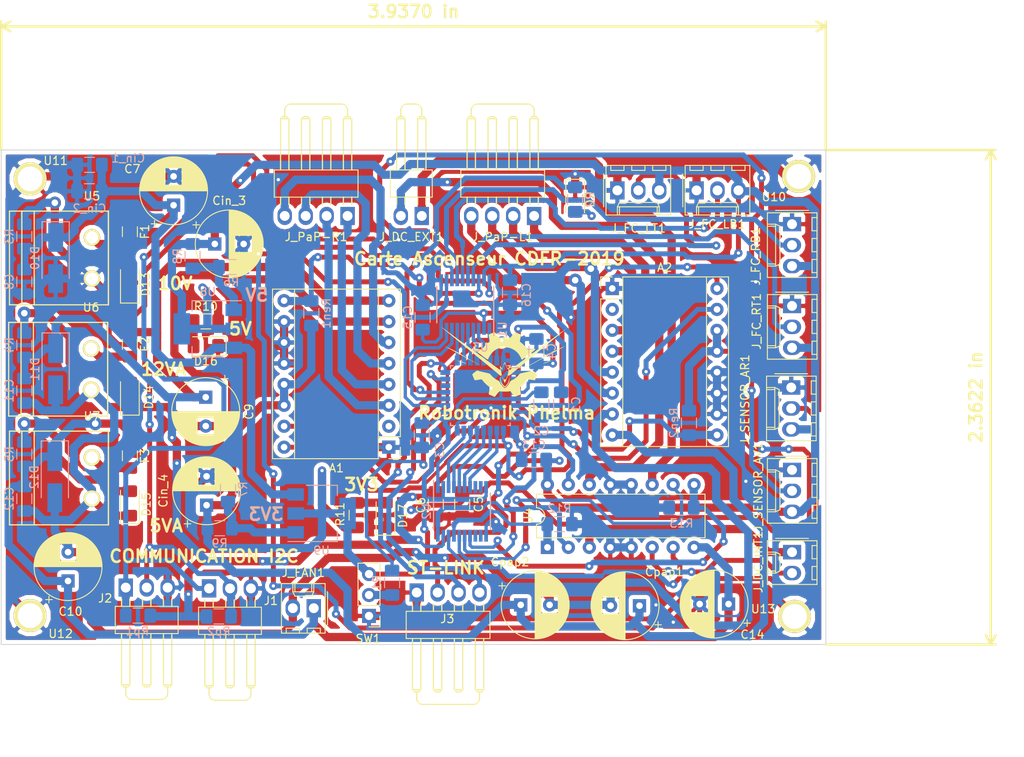
<source format=kicad_pcb>
(kicad_pcb (version 20171130) (host pcbnew "(5.0.0-3-g5ebb6b6)")
  (layers (0 F.Cu signal) (31 B.Cu signal) (34 B.Paste user) (35 F.Paste user) (36 B.SilkS user) (37 F.SilkS user) (38 B.Mask user) (39 F.Mask user) (44 Edge.Cuts user))
  (net 0 "")
  (net 1 /Controller-Part/DIR_PaP)
  (net 2 +12VA)
  (net 3 /Controller-Part/STEP_PaP)
  (net 4 GNDPWR)
  (net 5 +3V3)
  (net 6 "Net-(A1-Pad6)")
  (net 7 "Net-(A1-Pad5)")
  (net 8 "Net-(A1-Pad4)")
  (net 9 "Net-(A1-Pad3)")
  (net 10 "Net-(A1-Pad2)")
  (net 11 /Controller-Part/~EN~_PaP-R)
  (net 12 GND)
  (net 13 /Controller-Part/~EN~_PaP-L)
  (net 14 "Net-(A2-Pad2)")
  (net 15 "Net-(A2-Pad3)")
  (net 16 "Net-(A2-Pad4)")
  (net 17 "Net-(A2-Pad5)")
  (net 18 "Net-(A2-Pad6)")
  (net 19 "/Communication-Part/nrst(3V3)")
  (net 20 +5V)
  (net 21 +10V)
  (net 22 +5VA)
  (net 23 "Net-(D9-Pad2)")
  (net 24 "Net-(D13-Pad2)")
  (net 25 "Net-(D14-Pad2)")
  (net 26 "Net-(D15-Pad2)")
  (net 27 "Net-(D16-Pad2)")
  (net 28 "Net-(D17-Pad2)")
  (net 29 /Power-Part/Alim_num)
  (net 30 /Power-Part/Alim_Puiss_PaP)
  (net 31 /Power-Part/Alim_Puiss_DC)
  (net 32 "/Communication-Part/SCL(5V)")
  (net 33 "/Communication-Part/SDA(5V)")
  (net 34 "/Communication-Part/swclk(3V3)")
  (net 35 "/Communication-Part/swdio(3V3)")
  (net 36 "Net-(J_FC_LB1-Pad2)")
  (net 37 "Net-(J_FC_LT1-Pad2)")
  (net 38 "Net-(J_FC_RB1-Pad2)")
  (net 39 "Net-(J_FC_RT1-Pad2)")
  (net 40 "Net-(J_SENSOR_AR1-Pad2)")
  (net 41 "Net-(J_SENSOR_AV1-Pad2)")
  (net 42 "Net-(R1-Pad2)")
  (net 43 "Net-(R1-Pad1)")
  (net 44 "Net-(R2-Pad2)")
  (net 45 "Net-(R6-Pad1)")
  (net 46 "Net-(R7-Pad1)")
  (net 47 /Controller-Part/EN_DC_INT)
  (net 48 /Controller-Part/EN_DC_EXT)
  (net 49 "/Communication-Part/SDA(3V3)")
  (net 50 "/Communication-Part/SCL(3V3)")
  (net 51 /Controller-Part/FC_LT)
  (net 52 /Controller-Part/FC_RT)
  (net 53 /Controller-Part/FC_LB)
  (net 54 /Controller-Part/FC_RB)
  (net 55 /Controller-Part/SENSOR_AV)
  (net 56 /Controller-Part/SENSOR_AR)
  (net 57 /Controller-Part/PWM_L-DC_INT)
  (net 58 /Controller-Part/PWM_R-DC_INT)
  (net 59 /Controller-Part/PWM_L-DC_EXT)
  (net 60 /Controller-Part/PWM_R-DC_EXT)
  (net 61 "/Controller-Part/EN_DC_EXT(3V3)")
  (net 62 "/Controller-Part/PWM_R-DC_EXT(3V3)")
  (net 63 "/Controller-Part/PWM_L-DC_EXT(3V3)")
  (net 64 "/Controller-Part/EN_DC_INT(3V3)")
  (net 65 "/Controller-Part/PWM_R-DC_INT(3V3)")
  (net 66 "/Controller-Part/PWM_L-DC_INT(3V3)")
  (net 67 "Net-(U3-Pad2)")
  (net 68 "Net-(U3-Pad3)")
  (net 69 "Net-(U3-Pad18)")
  (net 70 "Net-(U3-Pad22)")
  (net 71 "Net-(J_DC_EXT1-Pad1)")
  (net 72 "Net-(J_DC_EXT1-Pad2)")
  (net 73 "Net-(J_DC_INT1-Pad2)")
  (net 74 "Net-(J_DC_INT1-Pad1)")
  (module Module:Pololu_Breakout-16_15.2x20.3mm (layer F.Cu) (at 154.1 81.8)
    (fp_text reference A2 (at 6.35 -2.54) (layer F.SilkS))
    (fp_text value Pololu_Breakout_DRV8825)
    (pad 1 thru_hole rect (at 0 0) (size 1.6 1.6) (drill 0.8) (layers *.Cu *.Mask) (net 12 GND))
    (pad 9 thru_hole oval (at 12.7 17.78) (size 1.6 1.6) (drill 0.8) (layers *.Cu *.Mask) (net 13 /Controller-Part/~EN~_PaP-L))
    (pad 2 thru_hole oval (at 0 2.54) (size 1.6 1.6) (drill 0.8) (layers *.Cu *.Mask) (net 14 "Net-(A2-Pad2)"))
    (pad 10 thru_hole oval (at 12.7 15.24) (size 1.6 1.6) (drill 0.8) (layers *.Cu *.Mask) (net 12 GND))
    (pad 3 thru_hole oval (at 0 5.08) (size 1.6 1.6) (drill 0.8) (layers *.Cu *.Mask) (net 15 "Net-(A2-Pad3)"))
    (pad 11 thru_hole oval (at 12.7 12.7) (size 1.6 1.6) (drill 0.8) (layers *.Cu *.Mask) (net 12 GND))
    (pad 4 thru_hole oval (at 0 7.62) (size 1.6 1.6) (drill 0.8) (layers *.Cu *.Mask) (net 16 "Net-(A2-Pad4)"))
    (pad 12 thru_hole oval (at 12.7 10.16) (size 1.6 1.6) (drill 0.8) (layers *.Cu *.Mask) (net 12 GND))
    (pad 5 thru_hole oval (at 0 10.16) (size 1.6 1.6) (drill 0.8) (layers *.Cu *.Mask) (net 17 "Net-(A2-Pad5)"))
    (pad 13 thru_hole oval (at 12.7 7.62) (size 1.6 1.6) (drill 0.8) (layers *.Cu *.Mask) (net 5 +3V3))
    (pad 6 thru_hole oval (at 0 12.7) (size 1.6 1.6) (drill 0.8) (layers *.Cu *.Mask) (net 18 "Net-(A2-Pad6)"))
    (pad 14 thru_hole oval (at 12.7 5.08) (size 1.6 1.6) (drill 0.8) (layers *.Cu *.Mask) (net 5 +3V3))
    (pad 7 thru_hole oval (at 0 15.24) (size 1.6 1.6) (drill 0.8) (layers *.Cu *.Mask) (net 4 GNDPWR))
    (pad 15 thru_hole oval (at 12.7 2.54) (size 1.6 1.6) (drill 0.8) (layers *.Cu *.Mask) (net 3 /Controller-Part/STEP_PaP))
    (pad 8 thru_hole oval (at 0 17.78) (size 1.6 1.6) (drill 0.8) (layers *.Cu *.Mask) (net 2 +12VA))
    (pad 16 thru_hole oval (at 12.7 0) (size 1.6 1.6) (drill 0.8) (layers *.Cu *.Mask) (net 1 /Controller-Part/DIR_PaP))
  )
  (module Module:Pololu_Breakout-16_15.2x20.3mm (layer F.Cu) (at 127 101.06 180)
    (fp_text reference A1 (at 6.35 -2.54 180) (layer F.SilkS))
    (fp_text value Pololu_Breakout_DRV8825)
    (pad 1 thru_hole rect (at 0 0 180) (size 1.6 1.6) (drill 0.8) (layers *.Cu *.Mask) (net 12 GND))
    (pad 9 thru_hole oval (at 12.7 17.78 180) (size 1.6 1.6) (drill 0.8) (layers *.Cu *.Mask) (net 11 /Controller-Part/~EN~_PaP-R))
    (pad 2 thru_hole oval (at 0 2.54 180) (size 1.6 1.6) (drill 0.8) (layers *.Cu *.Mask) (net 10 "Net-(A1-Pad2)"))
    (pad 10 thru_hole oval (at 12.7 15.24 180) (size 1.6 1.6) (drill 0.8) (layers *.Cu *.Mask) (net 12 GND))
    (pad 3 thru_hole oval (at 0 5.08 180) (size 1.6 1.6) (drill 0.8) (layers *.Cu *.Mask) (net 9 "Net-(A1-Pad3)"))
    (pad 11 thru_hole oval (at 12.7 12.7 180) (size 1.6 1.6) (drill 0.8) (layers *.Cu *.Mask) (net 12 GND))
    (pad 4 thru_hole oval (at 0 7.62 180) (size 1.6 1.6) (drill 0.8) (layers *.Cu *.Mask) (net 8 "Net-(A1-Pad4)"))
    (pad 12 thru_hole oval (at 12.7 10.16 180) (size 1.6 1.6) (drill 0.8) (layers *.Cu *.Mask) (net 12 GND))
    (pad 5 thru_hole oval (at 0 10.16 180) (size 1.6 1.6) (drill 0.8) (layers *.Cu *.Mask) (net 7 "Net-(A1-Pad5)"))
    (pad 13 thru_hole oval (at 12.7 7.62 180) (size 1.6 1.6) (drill 0.8) (layers *.Cu *.Mask) (net 5 +3V3))
    (pad 6 thru_hole oval (at 0 12.7 180) (size 1.6 1.6) (drill 0.8) (layers *.Cu *.Mask) (net 6 "Net-(A1-Pad6)"))
    (pad 14 thru_hole oval (at 12.7 5.08 180) (size 1.6 1.6) (drill 0.8) (layers *.Cu *.Mask) (net 5 +3V3))
    (pad 7 thru_hole oval (at 0 15.24 180) (size 1.6 1.6) (drill 0.8) (layers *.Cu *.Mask) (net 4 GNDPWR))
    (pad 15 thru_hole oval (at 12.7 2.54 180) (size 1.6 1.6) (drill 0.8) (layers *.Cu *.Mask) (net 3 /Controller-Part/STEP_PaP))
    (pad 8 thru_hole oval (at 0 17.78 180) (size 1.6 1.6) (drill 0.8) (layers *.Cu *.Mask) (net 2 +12VA))
    (pad 16 thru_hole oval (at 12.7 0 180) (size 1.6 1.6) (drill 0.8) (layers *.Cu *.Mask) (net 1 /Controller-Part/DIR_PaP))
  )
  (module Package_SO:TSSOP-20_4.4x6.5mm_P0.65mm (layer B.Cu) (at 135.875 108.85 270)
    (fp_text reference U2 (at 0 4.3 270) (layer B.SilkS) (effects (justify mirror)))
    (fp_text value txb0108)
    (pad 20 smd rect (at 2.95 2.925 270) (size 1.45 0.45) (layers B.Cu B.Paste B.Mask) (net 57 /Controller-Part/PWM_L-DC_INT))
    (pad 19 smd rect (at 2.95 2.275 270) (size 1.45 0.45) (layers B.Cu B.Paste B.Mask) (net 20 +5V))
    (pad 18 smd rect (at 2.95 1.625 270) (size 1.45 0.45) (layers B.Cu B.Paste B.Mask) (net 58 /Controller-Part/PWM_R-DC_INT))
    (pad 17 smd rect (at 2.95 0.975 270) (size 1.45 0.45) (layers B.Cu B.Paste B.Mask) (net 47 /Controller-Part/EN_DC_INT))
    (pad 16 smd rect (at 2.95 0.325 270) (size 1.45 0.45) (layers B.Cu B.Paste B.Mask) (net 59 /Controller-Part/PWM_L-DC_EXT))
    (pad 15 smd rect (at 2.95 -0.325 270) (size 1.45 0.45) (layers B.Cu B.Paste B.Mask) (net 60 /Controller-Part/PWM_R-DC_EXT))
    (pad 14 smd rect (at 2.95 -0.975 270) (size 1.45 0.45) (layers B.Cu B.Paste B.Mask) (net 48 /Controller-Part/EN_DC_EXT))
    (pad 13 smd rect (at 2.95 -1.625 270) (size 1.45 0.45) (layers B.Cu B.Paste B.Mask))
    (pad 12 smd rect (at 2.95 -2.275 270) (size 1.45 0.45) (layers B.Cu B.Paste B.Mask))
    (pad 11 smd rect (at 2.95 -2.925 270) (size 1.45 0.45) (layers B.Cu B.Paste B.Mask) (net 12 GND))
    (pad 10 smd rect (at -2.95 -2.925 270) (size 1.45 0.45) (layers B.Cu B.Paste B.Mask) (net 5 +3V3))
    (pad 9 smd rect (at -2.95 -2.275 270) (size 1.45 0.45) (layers B.Cu B.Paste B.Mask))
    (pad 8 smd rect (at -2.95 -1.625 270) (size 1.45 0.45) (layers B.Cu B.Paste B.Mask))
    (pad 7 smd rect (at -2.95 -0.975 270) (size 1.45 0.45) (layers B.Cu B.Paste B.Mask) (net 61 "/Controller-Part/EN_DC_EXT(3V3)"))
    (pad 6 smd rect (at -2.95 -0.325 270) (size 1.45 0.45) (layers B.Cu B.Paste B.Mask) (net 62 "/Controller-Part/PWM_R-DC_EXT(3V3)"))
    (pad 5 smd rect (at -2.95 0.325 270) (size 1.45 0.45) (layers B.Cu B.Paste B.Mask) (net 63 "/Controller-Part/PWM_L-DC_EXT(3V3)"))
    (pad 4 smd rect (at -2.95 0.975 270) (size 1.45 0.45) (layers B.Cu B.Paste B.Mask) (net 64 "/Controller-Part/EN_DC_INT(3V3)"))
    (pad 3 smd rect (at -2.95 1.625 270) (size 1.45 0.45) (layers B.Cu B.Paste B.Mask) (net 65 "/Controller-Part/PWM_R-DC_INT(3V3)"))
    (pad 2 smd rect (at -2.95 2.275 270) (size 1.45 0.45) (layers B.Cu B.Paste B.Mask) (net 5 +3V3))
    (pad 1 smd rect (at -2.95 2.925 270) (size 1.45 0.45) (layers B.Cu B.Paste B.Mask) (net 66 "/Controller-Part/PWM_L-DC_INT(3V3)"))
  )
  (module Capacitor_SMD:C_1206_3216Metric_Pad1.42x1.75mm_HandSolder (layer B.Cu) (at 131 99.6125 270)
    (fp_text reference C3 (at 1.7875 -2.2 270) (layer B.SilkS) (effects (justify mirror)))
    (fp_text value 100n)
    (pad 2 smd roundrect (at 1.4875 0 270) (size 1.425 1.75) (layers B.Cu B.Paste B.Mask) (roundrect_rratio 0.175439) (net 12 GND))
    (pad 1 smd roundrect (at -1.4875 0 270) (size 1.425 1.75) (layers B.Cu B.Paste B.Mask) (roundrect_rratio 0.175439) (net 5 +3V3))
  )
  (module Package_TO_SOT_SMD:SOT-223-3_TabPin2 (layer B.Cu) (at 105.05 86.7 180)
    (fp_text reference U8 (at 0 4.5 180) (layer B.SilkS) (effects (justify mirror)))
    (fp_text value LM317_SOT223)
    (pad 1 smd rect (at -3.15 2.3 180) (size 2 1.5) (layers B.Cu B.Paste B.Mask) (net 45 "Net-(R6-Pad1)"))
    (pad 3 smd rect (at -3.15 -2.3 180) (size 2 1.5) (layers B.Cu B.Paste B.Mask) (net 21 +10V))
    (pad 2 smd rect (at -3.15 0 180) (size 2 1.5) (layers B.Cu B.Paste B.Mask) (net 20 +5V))
    (pad 2 smd rect (at 3.15 0 180) (size 2 3.8) (layers B.Cu B.Paste B.Mask) (net 20 +5V))
  )
  (module Capacitor_SMD:C_1206_3216Metric_Pad1.42x1.75mm_HandSolder (layer B.Cu) (at 147.9 95.8875 270)
    (fp_text reference C1 (at 0 -1.8 270) (layer B.SilkS) (effects (justify mirror)))
    (fp_text value 100n)
    (pad 1 smd roundrect (at -1.4875 0 270) (size 1.425 1.75) (layers B.Cu B.Paste B.Mask) (roundrect_rratio 0.175439) (net 19 "/Communication-Part/nrst(3V3)"))
    (pad 2 smd roundrect (at 1.4875 0 270) (size 1.425 1.75) (layers B.Cu B.Paste B.Mask) (roundrect_rratio 0.175439) (net 12 GND))
  )
  (module Capacitor_SMD:C_1206_3216Metric_Pad1.42x1.75mm_HandSolder (layer B.Cu) (at 145.5 95.8875 90)
    (fp_text reference C2 (at -3.2125 0 180) (layer B.SilkS) (effects (justify mirror)))
    (fp_text value 100n)
    (pad 1 smd roundrect (at -1.4875 0 90) (size 1.425 1.75) (layers B.Cu B.Paste B.Mask) (roundrect_rratio 0.175439) (net 12 GND))
    (pad 2 smd roundrect (at 1.4875 0 90) (size 1.425 1.75) (layers B.Cu B.Paste B.Mask) (roundrect_rratio 0.175439) (net 5 +3V3))
  )
  (module Capacitor_SMD:C_1206_3216Metric_Pad1.42x1.75mm_HandSolder (layer B.Cu) (at 144.9 89.4125 90)
    (fp_text reference C4 (at 0 1.82 90) (layer B.SilkS) (effects (justify mirror)))
    (fp_text value 100n)
    (pad 1 smd roundrect (at -1.4875 0 90) (size 1.425 1.75) (layers B.Cu B.Paste B.Mask) (roundrect_rratio 0.175439) (net 5 +3V3))
    (pad 2 smd roundrect (at 1.4875 0 90) (size 1.425 1.75) (layers B.Cu B.Paste B.Mask) (roundrect_rratio 0.175439) (net 12 GND))
  )
  (module Capacitor_SMD:C_1206_3216Metric_Pad1.42x1.75mm_HandSolder (layer F.Cu) (at 135.9 107.9875 270)
    (fp_text reference C5 (at 0 -2 270) (layer F.SilkS))
    (fp_text value 0.1u)
    (pad 2 smd roundrect (at 1.4875 0 270) (size 1.425 1.75) (layers F.Cu F.Paste F.Mask) (roundrect_rratio 0.175439) (net 12 GND))
    (pad 1 smd roundrect (at -1.4875 0 270) (size 1.425 1.75) (layers F.Cu F.Paste F.Mask) (roundrect_rratio 0.175439) (net 5 +3V3))
  )
  (module Capacitor_SMD:C_1206_3216Metric_Pad1.42x1.75mm_HandSolder (layer F.Cu) (at 132.7 107.9875 270)
    (fp_text reference C6 (at 0.1125 1.8 270) (layer F.SilkS))
    (fp_text value 0.1u)
    (pad 1 smd roundrect (at -1.4875 0 270) (size 1.425 1.75) (layers F.Cu F.Paste F.Mask) (roundrect_rratio 0.175439) (net 20 +5V))
    (pad 2 smd roundrect (at 1.4875 0 270) (size 1.425 1.75) (layers F.Cu F.Paste F.Mask) (roundrect_rratio 0.175439) (net 12 GND))
  )
  (module Capacitor_THT:CP_Radial_D8.0mm_P3.50mm (layer F.Cu) (at 100.9 71.7 90)
    (fp_text reference C7 (at 4.4 -5 180) (layer F.SilkS))
    (fp_text value 100u)
    (pad 1 thru_hole rect (at 0 0 90) (size 1.6 1.6) (drill 0.8) (layers *.Cu *.Mask) (net 21 +10V))
    (pad 2 thru_hole circle (at 3.5 0 90) (size 1.6 1.6) (drill 0.8) (layers *.Cu *.Mask) (net 12 GND))
  )
  (module Capacitor_SMD:C_1206_3216Metric_Pad1.42x1.75mm_HandSolder (layer B.Cu) (at 82.8 80.9875 270)
    (fp_text reference C8 (at 0 1.82 270) (layer B.SilkS) (effects (justify mirror)))
    (fp_text value 100n)
    (pad 1 smd roundrect (at -1.4875 0 270) (size 1.425 1.75) (layers B.Cu B.Paste B.Mask) (roundrect_rratio 0.175439) (net 21 +10V))
    (pad 2 smd roundrect (at 1.4875 0 270) (size 1.425 1.75) (layers B.Cu B.Paste B.Mask) (roundrect_rratio 0.175439) (net 12 GND))
  )
  (module Capacitor_THT:CP_Radial_D8.0mm_P3.50mm (layer F.Cu) (at 104.8 95 270)
    (fp_text reference C9 (at 1.75 -5.25 270) (layer F.SilkS))
    (fp_text value 100u)
    (pad 1 thru_hole rect (at 0 0 270) (size 1.6 1.6) (drill 0.8) (layers *.Cu *.Mask) (net 2 +12VA))
    (pad 2 thru_hole circle (at 3.5 0 270) (size 1.6 1.6) (drill 0.8) (layers *.Cu *.Mask) (net 4 GNDPWR))
  )
  (module Capacitor_THT:CP_Radial_D8.0mm_P3.50mm (layer F.Cu) (at 88.1 117.3 90)
    (fp_text reference C10 (at -3.7 0.3 180) (layer F.SilkS))
    (fp_text value 100u)
    (pad 2 thru_hole circle (at 3.5 0 90) (size 1.6 1.6) (drill 0.8) (layers *.Cu *.Mask) (net 4 GNDPWR))
    (pad 1 thru_hole rect (at 0 0 90) (size 1.6 1.6) (drill 0.8) (layers *.Cu *.Mask) (net 22 +5VA))
  )
  (module Capacitor_SMD:C_1206_3216Metric_Pad1.42x1.75mm_HandSolder (layer B.Cu) (at 82.8 94.2125 270)
    (fp_text reference C11 (at 0 1.82 270) (layer B.SilkS) (effects (justify mirror)))
    (fp_text value 100n)
    (pad 2 smd roundrect (at 1.4875 0 270) (size 1.425 1.75) (layers B.Cu B.Paste B.Mask) (roundrect_rratio 0.175439) (net 4 GNDPWR))
    (pad 1 smd roundrect (at -1.4875 0 270) (size 1.425 1.75) (layers B.Cu B.Paste B.Mask) (roundrect_rratio 0.175439) (net 2 +12VA))
  )
  (module Capacitor_SMD:C_1206_3216Metric_Pad1.42x1.75mm_HandSolder (layer B.Cu) (at 82.8 107.3125 270)
    (fp_text reference C12 (at 0 1.82 270) (layer B.SilkS) (effects (justify mirror)))
    (fp_text value 100n)
    (pad 2 smd roundrect (at 1.4875 0 270) (size 1.425 1.75) (layers B.Cu B.Paste B.Mask) (roundrect_rratio 0.175439) (net 4 GNDPWR))
    (pad 1 smd roundrect (at -1.4875 0 270) (size 1.425 1.75) (layers B.Cu B.Paste B.Mask) (roundrect_rratio 0.175439) (net 22 +5VA))
  )
  (module Capacitor_SMD:C_1206_3216Metric_Pad1.42x1.75mm_HandSolder (layer B.Cu) (at 144.6 102.6 180)
    (fp_text reference C13 (at 0 1.82 180) (layer B.SilkS) (effects (justify mirror)))
    (fp_text value 0.1u)
    (pad 1 smd roundrect (at -1.4875 0 180) (size 1.425 1.75) (layers B.Cu B.Paste B.Mask) (roundrect_rratio 0.175439) (net 20 +5V))
    (pad 2 smd roundrect (at 1.4875 0 180) (size 1.425 1.75) (layers B.Cu B.Paste B.Mask) (roundrect_rratio 0.175439) (net 12 GND))
  )
  (module Capacitor_THT:CP_Radial_D8.0mm_P3.50mm (layer F.Cu) (at 168.2 120.1 180)
    (fp_text reference C14 (at -2.9 -3.7 180) (layer F.SilkS))
    (fp_text value 1u)
    (pad 1 thru_hole rect (at 0 0 180) (size 1.6 1.6) (drill 0.8) (layers *.Cu *.Mask) (net 22 +5VA))
    (pad 2 thru_hole circle (at 3.5 0 180) (size 1.6 1.6) (drill 0.8) (layers *.Cu *.Mask) (net 12 GND))
  )
  (module Capacitor_SMD:C_1206_3216Metric_Pad1.42x1.75mm_HandSolder (layer B.Cu) (at 131.1 85.3125 90)
    (fp_text reference C15 (at 0 -1.8 90) (layer B.SilkS) (effects (justify mirror)))
    (fp_text value 0.1u)
    (pad 2 smd roundrect (at 1.4875 0 90) (size 1.425 1.75) (layers B.Cu B.Paste B.Mask) (roundrect_rratio 0.175439) (net 12 GND))
    (pad 1 smd roundrect (at -1.4875 0 90) (size 1.425 1.75) (layers B.Cu B.Paste B.Mask) (roundrect_rratio 0.175439) (net 5 +3V3))
  )
  (module Capacitor_SMD:C_1206_3216Metric_Pad1.42x1.75mm_HandSolder (layer B.Cu) (at 141.7 82.2875 270)
    (fp_text reference C16 (at 0.3125 -2 270) (layer B.SilkS) (effects (justify mirror)))
    (fp_text value 0.1u)
    (pad 1 smd roundrect (at -1.4875 0 270) (size 1.425 1.75) (layers B.Cu B.Paste B.Mask) (roundrect_rratio 0.175439) (net 20 +5V))
    (pad 2 smd roundrect (at 1.4875 0 270) (size 1.425 1.75) (layers B.Cu B.Paste B.Mask) (roundrect_rratio 0.175439) (net 12 GND))
  )
  (module Capacitor_SMD:C_1206_3216Metric_Pad1.42x1.75mm_HandSolder (layer B.Cu) (at 90.7125 66.8 180)
    (fp_text reference Cin_1 (at -4.6875 0.8 180) (layer B.SilkS) (effects (justify mirror)))
    (fp_text value 0,1u)
    (pad 2 smd roundrect (at 1.4875 0 180) (size 1.425 1.75) (layers B.Cu B.Paste B.Mask) (roundrect_rratio 0.175439) (net 12 GND))
    (pad 1 smd roundrect (at -1.4875 0 180) (size 1.425 1.75) (layers B.Cu B.Paste B.Mask) (roundrect_rratio 0.175439) (net 21 +10V))
  )
  (module Capacitor_SMD:C_1206_3216Metric_Pad1.42x1.75mm_HandSolder (layer B.Cu) (at 90.6875 70 180)
    (fp_text reference Cin_2 (at -0.0125 -2.1 180) (layer B.SilkS) (effects (justify mirror)))
    (fp_text value 0,1u)
    (pad 2 smd roundrect (at 1.4875 0 180) (size 1.425 1.75) (layers B.Cu B.Paste B.Mask) (roundrect_rratio 0.175439) (net 12 GND))
    (pad 1 smd roundrect (at -1.4875 0 180) (size 1.425 1.75) (layers B.Cu B.Paste B.Mask) (roundrect_rratio 0.175439) (net 21 +10V))
  )
  (module Capacitor_THT:CP_Radial_D8.0mm_P3.50mm (layer F.Cu) (at 105.9 76.4)
    (fp_text reference Cin_3 (at 1.75 -5.25) (layer F.SilkS))
    (fp_text value 10u)
    (pad 2 thru_hole circle (at 3.5 0) (size 1.6 1.6) (drill 0.8) (layers *.Cu *.Mask) (net 12 GND))
    (pad 1 thru_hole rect (at 0 0) (size 1.6 1.6) (drill 0.8) (layers *.Cu *.Mask) (net 20 +5V))
  )
  (module Capacitor_THT:CP_Radial_D8.0mm_P3.50mm (layer F.Cu) (at 104.9 108.1 90)
    (fp_text reference Cin_4 (at 1.75 -5.25 90) (layer F.SilkS))
    (fp_text value 10u)
    (pad 2 thru_hole circle (at 3.5 0 90) (size 1.6 1.6) (drill 0.8) (layers *.Cu *.Mask) (net 12 GND))
    (pad 1 thru_hole rect (at 0 0 90) (size 1.6 1.6) (drill 0.8) (layers *.Cu *.Mask) (net 5 +3V3))
  )
  (module Capacitor_THT:CP_Radial_D8.0mm_P3.50mm (layer F.Cu) (at 157.4 120.3 180)
    (fp_text reference Cpap1 (at -3 4.1 180) (layer F.SilkS))
    (fp_text value 100uF)
    (pad 1 thru_hole rect (at 0 0 180) (size 1.6 1.6) (drill 0.8) (layers *.Cu *.Mask) (net 2 +12VA))
    (pad 2 thru_hole circle (at 3.5 0 180) (size 1.6 1.6) (drill 0.8) (layers *.Cu *.Mask) (net 4 GNDPWR))
  )
  (module Capacitor_THT:CP_Radial_D8.0mm_P3.50mm (layer F.Cu) (at 143 120.2)
    (fp_text reference Cpap2 (at -1.3 -5.2) (layer F.SilkS))
    (fp_text value 100uF)
    (pad 2 thru_hole circle (at 3.5 0) (size 1.6 1.6) (drill 0.8) (layers *.Cu *.Mask) (net 4 GNDPWR))
    (pad 1 thru_hole rect (at 0 0) (size 1.6 1.6) (drill 0.8) (layers *.Cu *.Mask) (net 2 +12VA))
  )
  (module LED_SMD:LED_1206_3216Metric_Pad1.42x1.75mm_HandSolder (layer F.Cu) (at 149.6 71.0125 270)
    (fp_text reference D9 (at 0 -1.82 270) (layer F.SilkS))
    (fp_text value LED_STM)
    (pad 2 smd roundrect (at 1.4875 0 270) (size 1.425 1.75) (layers F.Cu F.Paste F.Mask) (roundrect_rratio 0.175439) (net 23 "Net-(D9-Pad2)"))
    (pad 1 smd roundrect (at -1.4875 0 270) (size 1.425 1.75) (layers F.Cu F.Paste F.Mask) (roundrect_rratio 0.175439) (net 12 GND))
  )
  (module LED_SMD:LED_1206_3216Metric_Pad1.42x1.75mm_HandSolder (layer F.Cu) (at 95.6 81.1125 90)
    (fp_text reference D13 (at -0.1875 1.9 90) (layer F.SilkS))
    (fp_text value LED_ALT)
    (pad 2 smd roundrect (at 1.4875 0 90) (size 1.425 1.75) (layers F.Cu F.Paste F.Mask) (roundrect_rratio 0.175439) (net 24 "Net-(D13-Pad2)"))
    (pad 1 smd roundrect (at -1.4875 0 90) (size 1.425 1.75) (layers F.Cu F.Paste F.Mask) (roundrect_rratio 0.175439) (net 12 GND))
  )
  (module LED_SMD:LED_1206_3216Metric_Pad1.42x1.75mm_HandSolder (layer F.Cu) (at 95.6 94.7125 90)
    (fp_text reference D14 (at -0.2875 2.3 90) (layer F.SilkS))
    (fp_text value LED_PaP)
    (pad 1 smd roundrect (at -1.4875 0 90) (size 1.425 1.75) (layers F.Cu F.Paste F.Mask) (roundrect_rratio 0.175439) (net 4 GNDPWR))
    (pad 2 smd roundrect (at 1.4875 0 90) (size 1.425 1.75) (layers F.Cu F.Paste F.Mask) (roundrect_rratio 0.175439) (net 25 "Net-(D14-Pad2)"))
  )
  (module LED_SMD:LED_1206_3216Metric_Pad1.42x1.75mm_HandSolder (layer F.Cu) (at 95.6 107.8875 90)
    (fp_text reference D15 (at -0.1125 2 90) (layer F.SilkS))
    (fp_text value LED_DC)
    (pad 2 smd roundrect (at 1.4875 0 90) (size 1.425 1.75) (layers F.Cu F.Paste F.Mask) (roundrect_rratio 0.175439) (net 26 "Net-(D15-Pad2)"))
    (pad 1 smd roundrect (at -1.4875 0 90) (size 1.425 1.75) (layers F.Cu F.Paste F.Mask) (roundrect_rratio 0.175439) (net 4 GNDPWR))
  )
  (module LED_SMD:LED_1206_3216Metric_Pad1.42x1.75mm_HandSolder (layer F.Cu) (at 104.8125 88.8 180)
    (fp_text reference D16 (at 0 -1.82 180) (layer F.SilkS))
    (fp_text value LED_5V)
    (pad 1 smd roundrect (at -1.4875 0 180) (size 1.425 1.75) (layers F.Cu F.Paste F.Mask) (roundrect_rratio 0.175439) (net 12 GND))
    (pad 2 smd roundrect (at 1.4875 0 180) (size 1.425 1.75) (layers F.Cu F.Paste F.Mask) (roundrect_rratio 0.175439) (net 27 "Net-(D16-Pad2)"))
  )
  (module LED_SMD:LED_1206_3216Metric_Pad1.42x1.75mm_HandSolder (layer F.Cu) (at 126.6 109.2875 90)
    (fp_text reference D17 (at -0.1125 2.1 90) (layer F.SilkS))
    (fp_text value LED_3V3)
    (pad 1 smd roundrect (at -1.4875 0 90) (size 1.425 1.75) (layers F.Cu F.Paste F.Mask) (roundrect_rratio 0.175439) (net 12 GND))
    (pad 2 smd roundrect (at 1.4875 0 90) (size 1.425 1.75) (layers F.Cu F.Paste F.Mask) (roundrect_rratio 0.175439) (net 28 "Net-(D17-Pad2)"))
  )
  (module Fuse:Fuse_1206_3216Metric_Pad1.42x1.75mm_HandSolder (layer F.Cu) (at 95.6 74.9125 270)
    (fp_text reference F1 (at 0 -1.82 270) (layer F.SilkS))
    (fp_text value Fuse_Num)
    (pad 2 smd roundrect (at 1.4875 0 270) (size 1.425 1.75) (layers F.Cu F.Paste F.Mask) (roundrect_rratio 0.175439) (net 29 /Power-Part/Alim_num))
    (pad 1 smd roundrect (at -1.4875 0 270) (size 1.425 1.75) (layers F.Cu F.Paste F.Mask) (roundrect_rratio 0.175439) (net 21 +10V))
  )
  (module Fuse:Fuse_1206_3216Metric_Pad1.42x1.75mm_HandSolder (layer F.Cu) (at 95.6 88.5875 270)
    (fp_text reference F2 (at 0 -1.82 270) (layer F.SilkS))
    (fp_text value Fuse_Pwr)
    (pad 1 smd roundrect (at -1.4875 0 270) (size 1.425 1.75) (layers F.Cu F.Paste F.Mask) (roundrect_rratio 0.175439) (net 2 +12VA))
    (pad 2 smd roundrect (at 1.4875 0 270) (size 1.425 1.75) (layers F.Cu F.Paste F.Mask) (roundrect_rratio 0.175439) (net 30 /Power-Part/Alim_Puiss_PaP))
  )
  (module Fuse:Fuse_1206_3216Metric_Pad1.42x1.75mm_HandSolder (layer F.Cu) (at 95.6 102.1 270)
    (fp_text reference F3 (at 0 -1.82 270) (layer F.SilkS))
    (fp_text value Fuse_Pwr)
    (pad 1 smd roundrect (at -1.4875 0 270) (size 1.425 1.75) (layers F.Cu F.Paste F.Mask) (roundrect_rratio 0.175439) (net 22 +5VA))
    (pad 2 smd roundrect (at 1.4875 0 270) (size 1.425 1.75) (layers F.Cu F.Paste F.Mask) (roundrect_rratio 0.175439) (net 31 /Power-Part/Alim_Puiss_DC))
  )
  (module Connector_Molex:Molex_KK-254_1x03_P2.54mm_Horizontal (layer F.Cu) (at 105.2 118.2)
    (fp_text reference J1 (at 7.5 1.5) (layer F.SilkS))
    (fp_text value Conn_01x03)
    (pad 3 thru_hole oval (at 5.08 0) (size 1.74 2.2) (drill 1.2) (layers *.Cu *.Mask) (net 12 GND))
    (pad 2 thru_hole oval (at 2.54 0) (size 1.74 2.2) (drill 1.2) (layers *.Cu *.Mask) (net 32 "/Communication-Part/SCL(5V)"))
    (pad 1 thru_hole rect (at 0 0) (size 1.74 2.2) (drill 1.2) (layers *.Cu *.Mask) (net 33 "/Communication-Part/SDA(5V)"))
  )
  (module Connector_Molex:Molex_KK-254_1x03_P2.54mm_Horizontal (layer F.Cu) (at 95.1 118.1)
    (fp_text reference J2 (at -2.5 1.3) (layer F.SilkS))
    (fp_text value Conn_01x03)
    (pad 1 thru_hole rect (at 0 0) (size 1.74 2.2) (drill 1.2) (layers *.Cu *.Mask) (net 33 "/Communication-Part/SDA(5V)"))
    (pad 2 thru_hole oval (at 2.54 0) (size 1.74 2.2) (drill 1.2) (layers *.Cu *.Mask) (net 32 "/Communication-Part/SCL(5V)"))
    (pad 3 thru_hole oval (at 5.08 0) (size 1.74 2.2) (drill 1.2) (layers *.Cu *.Mask) (net 12 GND))
  )
  (module Connector_Molex:Molex_KK-254_1x04_P2.54mm_Horizontal (layer F.Cu) (at 130.38 118.7)
    (fp_text reference J3 (at 3.72 3.2) (layer F.SilkS))
    (fp_text value Conn_01x04)
    (pad 1 thru_hole rect (at 0 0) (size 1.74 2.2) (drill 1.2) (layers *.Cu *.Mask) (net 12 GND))
    (pad 2 thru_hole oval (at 2.54 0) (size 1.74 2.2) (drill 1.2) (layers *.Cu *.Mask) (net 19 "/Communication-Part/nrst(3V3)"))
    (pad 3 thru_hole oval (at 5.08 0) (size 1.74 2.2) (drill 1.2) (layers *.Cu *.Mask) (net 34 "/Communication-Part/swclk(3V3)"))
    (pad 4 thru_hole oval (at 7.62 0) (size 1.74 2.2) (drill 1.2) (layers *.Cu *.Mask) (net 35 "/Communication-Part/swdio(3V3)"))
  )
  (module Connector_Molex:Molex_KK-254_1x02_P2.54mm_Horizontal (layer F.Cu) (at 131 73 180)
    (fp_text reference J_DC_EXT1 (at 1.27 -2.54 180) (layer F.SilkS))
    (fp_text value Conn_MDC)
    (pad 1 thru_hole rect (at 0 0 180) (size 1.74 2.2) (drill 1.2) (layers *.Cu *.Mask) (net 71 "Net-(J_DC_EXT1-Pad1)"))
    (pad 2 thru_hole oval (at 2.54 0 180) (size 1.74 2.2) (drill 1.2) (layers *.Cu *.Mask) (net 72 "Net-(J_DC_EXT1-Pad2)"))
  )
  (module Connector_Molex:Molex_KK-254_1x04_P2.54mm_Horizontal (layer F.Cu) (at 144.62 73 180)
    (fp_text reference J_PaP-L1 (at 3.81 -2.54 180) (layer F.SilkS))
    (fp_text value Conn_01x04)
    (pad 4 thru_hole oval (at 7.62 0 180) (size 1.74 2.2) (drill 1.2) (layers *.Cu *.Mask) (net 18 "Net-(A2-Pad6)"))
    (pad 3 thru_hole oval (at 5.08 0 180) (size 1.74 2.2) (drill 1.2) (layers *.Cu *.Mask) (net 17 "Net-(A2-Pad5)"))
    (pad 2 thru_hole oval (at 2.54 0 180) (size 1.74 2.2) (drill 1.2) (layers *.Cu *.Mask) (net 15 "Net-(A2-Pad3)"))
    (pad 1 thru_hole rect (at 0 0 180) (size 1.74 2.2) (drill 1.2) (layers *.Cu *.Mask) (net 16 "Net-(A2-Pad4)"))
  )
  (module Connector_Molex:Molex_KK-254_1x04_P2.54mm_Horizontal (layer F.Cu) (at 122 73 180)
    (fp_text reference J_PaP-R1 (at 3.81 -2.54 180) (layer F.SilkS))
    (fp_text value Conn_01x04)
    (pad 4 thru_hole oval (at 7.62 0 180) (size 1.74 2.2) (drill 1.2) (layers *.Cu *.Mask) (net 6 "Net-(A1-Pad6)"))
    (pad 3 thru_hole oval (at 5.08 0 180) (size 1.74 2.2) (drill 1.2) (layers *.Cu *.Mask) (net 7 "Net-(A1-Pad5)"))
    (pad 2 thru_hole oval (at 2.54 0 180) (size 1.74 2.2) (drill 1.2) (layers *.Cu *.Mask) (net 9 "Net-(A1-Pad3)"))
    (pad 1 thru_hole rect (at 0 0 180) (size 1.74 2.2) (drill 1.2) (layers *.Cu *.Mask) (net 8 "Net-(A1-Pad4)"))
  )
  (module Resistor_SMD:R_1206_3216Metric_Pad1.42x1.75mm_HandSolder (layer B.Cu) (at 127.4 117.5125 270)
    (fp_text reference R1 (at 0 1.82 270) (layer B.SilkS) (effects (justify mirror)))
    (fp_text value 10k)
    (pad 2 smd roundrect (at 1.4875 0 270) (size 1.425 1.75) (layers B.Cu B.Paste B.Mask) (roundrect_rratio 0.175439) (net 42 "Net-(R1-Pad2)"))
    (pad 1 smd roundrect (at -1.4875 0 270) (size 1.425 1.75) (layers B.Cu B.Paste B.Mask) (roundrect_rratio 0.175439) (net 43 "Net-(R1-Pad1)"))
  )
  (module Resistor_SMD:R_1206_3216Metric_Pad1.42x1.75mm_HandSolder (layer B.Cu) (at 149.6 71.0125 90)
    (fp_text reference R2 (at 0 1.82 90) (layer B.SilkS) (effects (justify mirror)))
    (fp_text value 470)
    (pad 2 smd roundrect (at 1.4875 0 90) (size 1.425 1.75) (layers B.Cu B.Paste B.Mask) (roundrect_rratio 0.175439) (net 44 "Net-(R2-Pad2)"))
    (pad 1 smd roundrect (at -1.4875 0 90) (size 1.425 1.75) (layers B.Cu B.Paste B.Mask) (roundrect_rratio 0.175439) (net 23 "Net-(D9-Pad2)"))
  )
  (module Resistor_SMD:R_1206_3216Metric_Pad1.42x1.75mm_HandSolder (layer B.Cu) (at 82.8 75.4875 270)
    (fp_text reference R3 (at 0 1.82 270) (layer B.SilkS) (effects (justify mirror)))
    (fp_text value 2k)
    (pad 1 smd roundrect (at -1.4875 0 270) (size 1.425 1.75) (layers B.Cu B.Paste B.Mask) (roundrect_rratio 0.175439) (net 24 "Net-(D13-Pad2)"))
    (pad 2 smd roundrect (at 1.4875 0 270) (size 1.425 1.75) (layers B.Cu B.Paste B.Mask) (roundrect_rratio 0.175439) (net 21 +10V))
  )
  (module Resistor_SMD:R_1206_3216Metric_Pad1.42x1.75mm_HandSolder (layer B.Cu) (at 82.8 88.6875 270)
    (fp_text reference R4 (at 0 1.82 270) (layer B.SilkS) (effects (justify mirror)))
    (fp_text value 2k)
    (pad 1 smd roundrect (at -1.4875 0 270) (size 1.425 1.75) (layers B.Cu B.Paste B.Mask) (roundrect_rratio 0.175439) (net 25 "Net-(D14-Pad2)"))
    (pad 2 smd roundrect (at 1.4875 0 270) (size 1.425 1.75) (layers B.Cu B.Paste B.Mask) (roundrect_rratio 0.175439) (net 2 +12VA))
  )
  (module Resistor_SMD:R_1206_3216Metric_Pad1.42x1.75mm_HandSolder (layer B.Cu) (at 82.8 101.9125 270)
    (fp_text reference R5 (at 0 1.82 270) (layer B.SilkS) (effects (justify mirror)))
    (fp_text value 2k)
    (pad 1 smd roundrect (at -1.4875 0 270) (size 1.425 1.75) (layers B.Cu B.Paste B.Mask) (roundrect_rratio 0.175439) (net 26 "Net-(D15-Pad2)"))
    (pad 2 smd roundrect (at 1.4875 0 270) (size 1.425 1.75) (layers B.Cu B.Paste B.Mask) (roundrect_rratio 0.175439) (net 22 +5VA))
  )
  (module Resistor_SMD:R_1206_3216Metric_Pad1.42x1.75mm_HandSolder (layer B.Cu) (at 107.8875 79.2)
    (fp_text reference R6 (at 0 1.82) (layer B.SilkS) (effects (justify mirror)))
    (fp_text value 820)
    (pad 2 smd roundrect (at 1.4875 0) (size 1.425 1.75) (layers B.Cu B.Paste B.Mask) (roundrect_rratio 0.175439) (net 12 GND))
    (pad 1 smd roundrect (at -1.4875 0) (size 1.425 1.75) (layers B.Cu B.Paste B.Mask) (roundrect_rratio 0.175439) (net 45 "Net-(R6-Pad1)"))
  )
  (module Resistor_SMD:R_1206_3216Metric_Pad1.42x1.75mm_HandSolder (layer B.Cu) (at 107.5 106.1875 90)
    (fp_text reference R7 (at 0 1.82 90) (layer B.SilkS) (effects (justify mirror)))
    (fp_text value 370)
    (pad 2 smd roundrect (at 1.4875 0 90) (size 1.425 1.75) (layers B.Cu B.Paste B.Mask) (roundrect_rratio 0.175439) (net 12 GND))
    (pad 1 smd roundrect (at -1.4875 0 90) (size 1.425 1.75) (layers B.Cu B.Paste B.Mask) (roundrect_rratio 0.175439) (net 46 "Net-(R7-Pad1)"))
  )
  (module Resistor_SMD:R_1206_3216Metric_Pad1.42x1.75mm_HandSolder (layer B.Cu) (at 103.2 77.8875 270)
    (fp_text reference R8 (at 0 1.82 270) (layer B.SilkS) (effects (justify mirror)))
    (fp_text value 270)
    (pad 2 smd roundrect (at 1.4875 0 270) (size 1.425 1.75) (layers B.Cu B.Paste B.Mask) (roundrect_rratio 0.175439) (net 45 "Net-(R6-Pad1)"))
    (pad 1 smd roundrect (at -1.4875 0 270) (size 1.425 1.75) (layers B.Cu B.Paste B.Mask) (roundrect_rratio 0.175439) (net 20 +5V))
  )
  (module Resistor_SMD:R_1206_3216Metric_Pad1.42x1.75mm_HandSolder (layer B.Cu) (at 106.4875 110.9)
    (fp_text reference R9 (at 0 1.82) (layer B.SilkS) (effects (justify mirror)))
    (fp_text value 220)
    (pad 1 smd roundrect (at -1.4875 0) (size 1.425 1.75) (layers B.Cu B.Paste B.Mask) (roundrect_rratio 0.175439) (net 5 +3V3))
    (pad 2 smd roundrect (at 1.4875 0) (size 1.425 1.75) (layers B.Cu B.Paste B.Mask) (roundrect_rratio 0.175439) (net 46 "Net-(R7-Pad1)"))
  )
  (module Resistor_SMD:R_1206_3216Metric_Pad1.42x1.75mm_HandSolder (layer F.Cu) (at 104.8125 85.8)
    (fp_text reference R10 (at 0 -1.82) (layer F.SilkS))
    (fp_text value 470)
    (pad 1 smd roundrect (at -1.4875 0) (size 1.425 1.75) (layers F.Cu F.Paste F.Mask) (roundrect_rratio 0.175439) (net 27 "Net-(D16-Pad2)"))
    (pad 2 smd roundrect (at 1.4875 0) (size 1.425 1.75) (layers F.Cu F.Paste F.Mask) (roundrect_rratio 0.175439) (net 20 +5V))
  )
  (module Resistor_SMD:R_1206_3216Metric_Pad1.42x1.75mm_HandSolder (layer F.Cu) (at 123.1 109.3125 270)
    (fp_text reference R11 (at -0.1125 2 270) (layer F.SilkS))
    (fp_text value 470)
    (pad 2 smd roundrect (at 1.4875 0 270) (size 1.425 1.75) (layers F.Cu F.Paste F.Mask) (roundrect_rratio 0.175439) (net 5 +3V3))
    (pad 1 smd roundrect (at -1.4875 0 270) (size 1.425 1.75) (layers F.Cu F.Paste F.Mask) (roundrect_rratio 0.175439) (net 28 "Net-(D17-Pad2)"))
  )
  (module Resistor_SMD:R_1206_3216Metric_Pad1.42x1.75mm_HandSolder (layer B.Cu) (at 147.7125 110.4)
    (fp_text reference R12 (at -0.0125 -1.9) (layer B.SilkS) (effects (justify mirror)))
    (fp_text value 10k)
    (pad 1 smd roundrect (at -1.4875 0) (size 1.425 1.75) (layers B.Cu B.Paste B.Mask) (roundrect_rratio 0.175439) (net 47 /Controller-Part/EN_DC_INT))
    (pad 2 smd roundrect (at 1.4875 0) (size 1.425 1.75) (layers B.Cu B.Paste B.Mask) (roundrect_rratio 0.175439) (net 12 GND))
  )
  (module Resistor_SMD:R_1206_3216Metric_Pad1.42x1.75mm_HandSolder (layer B.Cu) (at 162.4875 108.4 180)
    (fp_text reference R13 (at 0 -1.9 180) (layer B.SilkS) (effects (justify mirror)))
    (fp_text value 10k)
    (pad 2 smd roundrect (at 1.4875 0 180) (size 1.425 1.75) (layers B.Cu B.Paste B.Mask) (roundrect_rratio 0.175439) (net 12 GND))
    (pad 1 smd roundrect (at -1.4875 0 180) (size 1.425 1.75) (layers B.Cu B.Paste B.Mask) (roundrect_rratio 0.175439) (net 48 /Controller-Part/EN_DC_EXT))
  )
  (module Resistor_SMD:R_1206_3216Metric_Pad1.42x1.75mm_HandSolder (layer B.Cu) (at 117.6 84.8125 90)
    (fp_text reference Ren1 (at 0 1.82 90) (layer B.SilkS) (effects (justify mirror)))
    (fp_text value 10k)
    (pad 1 smd roundrect (at -1.4875 0 90) (size 1.425 1.75) (layers B.Cu B.Paste B.Mask) (roundrect_rratio 0.175439) (net 5 +3V3))
    (pad 2 smd roundrect (at 1.4875 0 90) (size 1.425 1.75) (layers B.Cu B.Paste B.Mask) (roundrect_rratio 0.175439) (net 11 /Controller-Part/~EN~_PaP-R))
  )
  (module Resistor_SMD:R_1206_3216Metric_Pad1.42x1.75mm_HandSolder (layer B.Cu) (at 163.4 98.1125 270)
    (fp_text reference Ren2 (at 0 1.82 270) (layer B.SilkS) (effects (justify mirror)))
    (fp_text value 10k)
    (pad 1 smd roundrect (at -1.4875 0 270) (size 1.425 1.75) (layers B.Cu B.Paste B.Mask) (roundrect_rratio 0.175439) (net 5 +3V3))
    (pad 2 smd roundrect (at 1.4875 0 270) (size 1.425 1.75) (layers B.Cu B.Paste B.Mask) (roundrect_rratio 0.175439) (net 13 /Controller-Part/~EN~_PaP-L))
  )
  (module Resistor_SMD:R_1206_3216Metric_Pad1.42x1.75mm_HandSolder (layer B.Cu) (at 96.5875 121.5 180)
    (fp_text reference Rp1 (at 0.0875 -1.9 180) (layer B.SilkS) (effects (justify mirror)))
    (fp_text value 10k)
    (pad 1 smd roundrect (at -1.4875 0 180) (size 1.425 1.75) (layers B.Cu B.Paste B.Mask) (roundrect_rratio 0.175439) (net 20 +5V))
    (pad 2 smd roundrect (at 1.4875 0 180) (size 1.425 1.75) (layers B.Cu B.Paste B.Mask) (roundrect_rratio 0.175439) (net 33 "/Communication-Part/SDA(5V)"))
  )
  (module Resistor_SMD:R_1206_3216Metric_Pad1.42x1.75mm_HandSolder (layer B.Cu) (at 106.3875 121.6)
    (fp_text reference Rp2 (at 0 1.82) (layer B.SilkS) (effects (justify mirror)))
    (fp_text value 10k)
    (pad 2 smd roundrect (at 1.4875 0) (size 1.425 1.75) (layers B.Cu B.Paste B.Mask) (roundrect_rratio 0.175439) (net 32 "/Communication-Part/SCL(5V)"))
    (pad 1 smd roundrect (at -1.4875 0) (size 1.425 1.75) (layers B.Cu B.Paste B.Mask) (roundrect_rratio 0.175439) (net 20 +5V))
  )
  (module Connector_PinHeader_2.54mm:PinHeader_1x03_P2.54mm_Vertical (layer F.Cu) (at 124.6 121.54 180)
    (fp_text reference SW1 (at 0.1 -2.76 180) (layer F.SilkS))
    (fp_text value SW_DPDT_x2)
    (pad 1 thru_hole rect (at 0 0 180) (size 1.7 1.7) (drill 1) (layers *.Cu *.Mask) (net 12 GND))
    (pad 2 thru_hole oval (at 0 2.54 180) (size 1.7 1.7) (drill 1) (layers *.Cu *.Mask) (net 42 "Net-(R1-Pad2)"))
    (pad 3 thru_hole oval (at 0 5.08 180) (size 1.7 1.7) (drill 1) (layers *.Cu *.Mask) (net 5 +3V3))
  )
  (module Package_SO:TSSOP-20_4.4x6.5mm_P0.65mm (layer B.Cu) (at 136.275 83.75 90)
    (fp_text reference U1 (at -3.05 4.525 90) (layer B.SilkS) (effects (justify mirror)))
    (fp_text value txb0108)
    (pad 1 smd rect (at -2.95 2.925 90) (size 1.45 0.45) (layers B.Cu B.Paste B.Mask) (net 49 "/Communication-Part/SDA(3V3)"))
    (pad 2 smd rect (at -2.95 2.275 90) (size 1.45 0.45) (layers B.Cu B.Paste B.Mask) (net 5 +3V3))
    (pad 3 smd rect (at -2.95 1.625 90) (size 1.45 0.45) (layers B.Cu B.Paste B.Mask) (net 50 "/Communication-Part/SCL(3V3)"))
    (pad 4 smd rect (at -2.95 0.975 90) (size 1.45 0.45) (layers B.Cu B.Paste B.Mask) (net 51 /Controller-Part/FC_LT))
    (pad 5 smd rect (at -2.95 0.325 90) (size 1.45 0.45) (layers B.Cu B.Paste B.Mask) (net 52 /Controller-Part/FC_RT))
    (pad 6 smd rect (at -2.95 -0.325 90) (size 1.45 0.45) (layers B.Cu B.Paste B.Mask) (net 53 /Controller-Part/FC_LB))
    (pad 7 smd rect (at -2.95 -0.975 90) (size 1.45 0.45) (layers B.Cu B.Paste B.Mask) (net 54 /Controller-Part/FC_RB))
    (pad 8 smd rect (at -2.95 -1.625 90) (size 1.45 0.45) (layers B.Cu B.Paste B.Mask) (net 55 /Controller-Part/SENSOR_AV))
    (pad 9 smd rect (at -2.95 -2.275 90) (size 1.45 0.45) (layers B.Cu B.Paste B.Mask) (net 56 /Controller-Part/SENSOR_AR))
    (pad 10 smd rect (at -2.95 -2.925 90) (size 1.45 0.45) (layers B.Cu B.Paste B.Mask) (net 5 +3V3))
    (pad 11 smd rect (at 2.95 -2.925 90) (size 1.45 0.45) (layers B.Cu B.Paste B.Mask) (net 12 GND))
    (pad 12 smd rect (at 2.95 -2.275 90) (size 1.45 0.45) (layers B.Cu B.Paste B.Mask) (net 40 "Net-(J_SENSOR_AR1-Pad2)"))
    (pad 13 smd rect (at 2.95 -1.625 90) (size 1.45 0.45) (layers B.Cu B.Paste B.Mask) (net 41 "Net-(J_SENSOR_AV1-Pad2)"))
    (pad 14 smd rect (at 2.95 -0.975 90) (size 1.45 0.45) (layers B.Cu B.Paste B.Mask) (net 38 "Net-(J_FC_RB1-Pad2)"))
    (pad 15 smd rect (at 2.95 -0.325 90) (size 1.45 0.45) (layers B.Cu B.Paste B.Mask) (net 36 "Net-(J_FC_LB1-Pad2)"))
    (pad 16 smd rect (at 2.95 0.325 90) (size 1.45 0.45) (layers B.Cu B.Paste B.Mask) (net 39 "Net-(J_FC_RT1-Pad2)"))
    (pad 17 smd rect (at 2.95 0.975 90) (size 1.45 0.45) (layers B.Cu B.Paste B.Mask) (net 37 "Net-(J_FC_LT1-Pad2)"))
    (pad 18 smd rect (at 2.95 1.625 90) (size 1.45 0.45) (layers B.Cu B.Paste B.Mask) (net 32 "/Communication-Part/SCL(5V)"))
    (pad 19 smd rect (at 2.95 2.275 90) (size 1.45 0.45) (layers B.Cu B.Paste B.Mask) (net 20 +5V))
    (pad 20 smd rect (at 2.95 2.925 90) (size 1.45 0.45) (layers B.Cu B.Paste B.Mask) (net 33 "/Communication-Part/SDA(5V)"))
  )
  (module Package_QFP:LQFP-32_7x7mm_P0.8mm (layer B.Cu) (at 138.1 94.8 180)
    (fp_text reference U3 (at 0 5.85 180) (layer B.SilkS) (effects (justify mirror)))
    (fp_text value stm32f042k6tx)
    (pad 1 smd rect (at -4.25 2.8 180) (size 1.2 0.6) (layers B.Cu B.Paste B.Mask) (net 5 +3V3))
    (pad 2 smd rect (at -4.25 2 180) (size 1.2 0.6) (layers B.Cu B.Paste B.Mask) (net 67 "Net-(U3-Pad2)"))
    (pad 3 smd rect (at -4.25 1.2 180) (size 1.2 0.6) (layers B.Cu B.Paste B.Mask) (net 68 "Net-(U3-Pad3)"))
    (pad 4 smd rect (at -4.25 0.4 180) (size 1.2 0.6) (layers B.Cu B.Paste B.Mask) (net 19 "/Communication-Part/nrst(3V3)"))
    (pad 5 smd rect (at -4.25 -0.4 180) (size 1.2 0.6) (layers B.Cu B.Paste B.Mask) (net 5 +3V3))
    (pad 6 smd rect (at -4.25 -1.2 180) (size 1.2 0.6) (layers B.Cu B.Paste B.Mask) (net 11 /Controller-Part/~EN~_PaP-R))
    (pad 7 smd rect (at -4.25 -2 180) (size 1.2 0.6) (layers B.Cu B.Paste B.Mask) (net 13 /Controller-Part/~EN~_PaP-L))
    (pad 8 smd rect (at -4.25 -2.8 180) (size 1.2 0.6) (layers B.Cu B.Paste B.Mask) (net 3 /Controller-Part/STEP_PaP))
    (pad 9 smd rect (at -2.8 -4.25 90) (size 1.2 0.6) (layers B.Cu B.Paste B.Mask) (net 1 /Controller-Part/DIR_PaP))
    (pad 10 smd rect (at -2 -4.25 90) (size 1.2 0.6) (layers B.Cu B.Paste B.Mask) (net 61 "/Controller-Part/EN_DC_EXT(3V3)"))
    (pad 11 smd rect (at -1.2 -4.25 90) (size 1.2 0.6) (layers B.Cu B.Paste B.Mask) (net 62 "/Controller-Part/PWM_R-DC_EXT(3V3)"))
    (pad 12 smd rect (at -0.4 -4.25 90) (size 1.2 0.6) (layers B.Cu B.Paste B.Mask) (net 63 "/Controller-Part/PWM_L-DC_EXT(3V3)"))
    (pad 13 smd rect (at 0.4 -4.25 90) (size 1.2 0.6) (layers B.Cu B.Paste B.Mask) (net 64 "/Controller-Part/EN_DC_INT(3V3)"))
    (pad 14 smd rect (at 1.2 -4.25 90) (size 1.2 0.6) (layers B.Cu B.Paste B.Mask) (net 65 "/Controller-Part/PWM_R-DC_INT(3V3)"))
    (pad 15 smd rect (at 2 -4.25 90) (size 1.2 0.6) (layers B.Cu B.Paste B.Mask) (net 66 "/Controller-Part/PWM_L-DC_INT(3V3)"))
    (pad 16 smd rect (at 2.8 -4.25 90) (size 1.2 0.6) (layers B.Cu B.Paste B.Mask) (net 12 GND))
    (pad 17 smd rect (at 4.25 -2.8 180) (size 1.2 0.6) (layers B.Cu B.Paste B.Mask) (net 5 +3V3))
    (pad 18 smd rect (at 4.25 -2 180) (size 1.2 0.6) (layers B.Cu B.Paste B.Mask) (net 69 "Net-(U3-Pad18)"))
    (pad 19 smd rect (at 4.25 -1.2 180) (size 1.2 0.6) (layers B.Cu B.Paste B.Mask) (net 56 /Controller-Part/SENSOR_AR))
    (pad 20 smd rect (at 4.25 -0.4 180) (size 1.2 0.6) (layers B.Cu B.Paste B.Mask) (net 55 /Controller-Part/SENSOR_AV))
    (pad 21 smd rect (at 4.25 0.4 180) (size 1.2 0.6) (layers B.Cu B.Paste B.Mask) (net 44 "Net-(R2-Pad2)"))
    (pad 22 smd rect (at 4.25 1.2 180) (size 1.2 0.6) (layers B.Cu B.Paste B.Mask) (net 70 "Net-(U3-Pad22)"))
    (pad 23 smd rect (at 4.25 2 180) (size 1.2 0.6) (layers B.Cu B.Paste B.Mask) (net 35 "/Communication-Part/swdio(3V3)"))
    (pad 24 smd rect (at 4.25 2.8 180) (size 1.2 0.6) (layers B.Cu B.Paste B.Mask) (net 34 "/Communication-Part/swclk(3V3)"))
    (pad 25 smd rect (at 2.8 4.25 90) (size 1.2 0.6) (layers B.Cu B.Paste B.Mask) (net 54 /Controller-Part/FC_RB))
    (pad 26 smd rect (at 2 4.25 90) (size 1.2 0.6) (layers B.Cu B.Paste B.Mask) (net 53 /Controller-Part/FC_LB))
    (pad 27 smd rect (at 1.2 4.25 90) (size 1.2 0.6) (layers B.Cu B.Paste B.Mask) (net 52 /Controller-Part/FC_RT))
    (pad 28 smd rect (at 0.4 4.25 90) (size 1.2 0.6) (layers B.Cu B.Paste B.Mask) (net 51 /Controller-Part/FC_LT))
    (pad 29 smd rect (at -0.4 4.25 90) (size 1.2 0.6) (layers B.Cu B.Paste B.Mask) (net 50 "/Communication-Part/SCL(3V3)"))
    (pad 30 smd rect (at -1.2 4.25 90) (size 1.2 0.6) (layers B.Cu B.Paste B.Mask) (net 49 "/Communication-Part/SDA(3V3)"))
    (pad 31 smd rect (at -2 4.25 90) (size 1.2 0.6) (layers B.Cu B.Paste B.Mask) (net 43 "Net-(R1-Pad1)"))
    (pad 32 smd rect (at -2.8 4.25 90) (size 1.2 0.6) (layers B.Cu B.Paste B.Mask) (net 12 GND))
  )
  (module Package_DIP:DIP-16_W7.62mm (layer F.Cu) (at 146.24 113.22 90)
    (fp_text reference U4 (at 3.81 -2.33 90) (layer F.SilkS))
    (fp_text value L293)
    (pad 1 thru_hole rect (at 0 0 90) (size 1.6 1.6) (drill 0.8) (layers *.Cu *.Mask) (net 47 /Controller-Part/EN_DC_INT))
    (pad 9 thru_hole oval (at 7.62 17.78 90) (size 1.6 1.6) (drill 0.8) (layers *.Cu *.Mask) (net 48 /Controller-Part/EN_DC_EXT))
    (pad 2 thru_hole oval (at 0 2.54 90) (size 1.6 1.6) (drill 0.8) (layers *.Cu *.Mask) (net 57 /Controller-Part/PWM_L-DC_INT))
    (pad 10 thru_hole oval (at 7.62 15.24 90) (size 1.6 1.6) (drill 0.8) (layers *.Cu *.Mask) (net 59 /Controller-Part/PWM_L-DC_EXT))
    (pad 3 thru_hole oval (at 0 5.08 90) (size 1.6 1.6) (drill 0.8) (layers *.Cu *.Mask) (net 74 "Net-(J_DC_INT1-Pad1)"))
    (pad 11 thru_hole oval (at 7.62 12.7 90) (size 1.6 1.6) (drill 0.8) (layers *.Cu *.Mask) (net 71 "Net-(J_DC_EXT1-Pad1)"))
    (pad 4 thru_hole oval (at 0 7.62 90) (size 1.6 1.6) (drill 0.8) (layers *.Cu *.Mask) (net 12 GND))
    (pad 12 thru_hole oval (at 7.62 10.16 90) (size 1.6 1.6) (drill 0.8) (layers *.Cu *.Mask) (net 12 GND))
    (pad 5 thru_hole oval (at 0 10.16 90) (size 1.6 1.6) (drill 0.8) (layers *.Cu *.Mask) (net 12 GND))
    (pad 13 thru_hole oval (at 7.62 7.62 90) (size 1.6 1.6) (drill 0.8) (layers *.Cu *.Mask) (net 12 GND))
    (pad 6 thru_hole oval (at 0 12.7 90) (size 1.6 1.6) (drill 0.8) (layers *.Cu *.Mask) (net 73 "Net-(J_DC_INT1-Pad2)"))
    (pad 14 thru_hole oval (at 7.62 5.08 90) (size 1.6 1.6) (drill 0.8) (layers *.Cu *.Mask) (net 72 "Net-(J_DC_EXT1-Pad2)"))
    (pad 7 thru_hole oval (at 0 15.24 90) (size 1.6 1.6) (drill 0.8) (layers *.Cu *.Mask) (net 58 /Controller-Part/PWM_R-DC_INT))
    (pad 15 thru_hole oval (at 7.62 2.54 90) (size 1.6 1.6) (drill 0.8) (layers *.Cu *.Mask) (net 60 /Controller-Part/PWM_R-DC_EXT))
    (pad 8 thru_hole oval (at 0 17.78 90) (size 1.6 1.6) (drill 0.8) (layers *.Cu *.Mask) (net 22 +5VA))
    (pad 16 thru_hole oval (at 7.62 0 90) (size 1.6 1.6) (drill 0.8) (layers *.Cu *.Mask) (net 20 +5V))
  )
  (module Package_TO_SOT_SMD:SOT-223-3_TabPin2 (layer B.Cu) (at 118.85 109.1)
    (fp_text reference U9 (at 0 4.5) (layer B.SilkS) (effects (justify mirror)))
    (fp_text value LM317_SOT223)
    (pad 2 smd rect (at 3.15 0) (size 2 3.8) (layers B.Cu B.Paste B.Mask) (net 5 +3V3))
    (pad 2 smd rect (at -3.15 0) (size 2 1.5) (layers B.Cu B.Paste B.Mask) (net 5 +3V3))
    (pad 3 smd rect (at -3.15 -2.3) (size 2 1.5) (layers B.Cu B.Paste B.Mask) (net 21 +10V))
    (pad 1 smd rect (at -3.15 2.3) (size 2 1.5) (layers B.Cu B.Paste B.Mask) (net 46 "Net-(R7-Pad1)"))
  )
  (module Connector_Molex:Molex_KK-254_AE-6410-02A_1x02_P2.54mm_Vertical (layer F.Cu) (at 175.9 113.8 270)
    (fp_text reference J_DC_INT1 (at 1.2 4.1 270) (layer F.SilkS))
    (fp_text value Conn_MDC)
    (pad 2 thru_hole oval (at 2.54 0 270) (size 1.74 2.2) (drill 1.2) (layers *.Cu *.Mask) (net 73 "Net-(J_DC_INT1-Pad2)"))
    (pad 1 thru_hole rect (at 0 0 270) (size 1.74 2.2) (drill 1.2) (layers *.Cu *.Mask) (net 74 "Net-(J_DC_INT1-Pad1)"))
  )
  (module Connector_Molex:Molex_KK-254_AE-6410-02A_1x02_P2.54mm_Vertical (layer F.Cu) (at 117.9 120.6 180)
    (fp_text reference J_FAN1 (at 1.27 4.3 180) (layer F.SilkS))
    (fp_text value Conn_01x02)
    (pad 1 thru_hole rect (at 0 0 180) (size 1.74 2.2) (drill 1.2) (layers *.Cu *.Mask) (net 22 +5VA))
    (pad 2 thru_hole oval (at 2.54 0 180) (size 1.74 2.2) (drill 1.2) (layers *.Cu *.Mask) (net 4 GNDPWR))
  )
  (module Connector_Molex:Molex_KK-254_AE-6410-03A_1x03_P2.54mm_Vertical (layer F.Cu) (at 164.32 69.9)
    (fp_text reference J_FC_LB1 (at 2.48 4.1) (layer F.SilkS))
    (fp_text value Conn_01x02)
    (pad 1 thru_hole rect (at 0 0) (size 1.74 2.2) (drill 1.2) (layers *.Cu *.Mask) (net 12 GND))
    (pad 2 thru_hole oval (at 2.54 0) (size 1.74 2.2) (drill 1.2) (layers *.Cu *.Mask) (net 36 "Net-(J_FC_LB1-Pad2)"))
    (pad 3 thru_hole oval (at 5.08 0) (size 1.74 2.2) (drill 1.2) (layers *.Cu *.Mask) (net 20 +5V))
  )
  (module Connector_Molex:Molex_KK-254_AE-6410-03A_1x03_P2.54mm_Vertical (layer F.Cu) (at 154.72 69.9)
    (fp_text reference J_FC_LT1 (at 2.54 4.6) (layer F.SilkS))
    (fp_text value Conn_01x02)
    (pad 1 thru_hole rect (at 0 0) (size 1.74 2.2) (drill 1.2) (layers *.Cu *.Mask) (net 12 GND))
    (pad 2 thru_hole oval (at 2.54 0) (size 1.74 2.2) (drill 1.2) (layers *.Cu *.Mask) (net 37 "Net-(J_FC_LT1-Pad2)"))
    (pad 3 thru_hole oval (at 5.08 0) (size 1.74 2.2) (drill 1.2) (layers *.Cu *.Mask) (net 20 +5V))
  )
  (module Connector_Molex:Molex_KK-254_AE-6410-03A_1x03_P2.54mm_Vertical (layer F.Cu) (at 175.9 74 270)
    (fp_text reference J_FC_RB1 (at 3.9 4.4 270) (layer F.SilkS))
    (fp_text value Conn_01x02)
    (pad 3 thru_hole oval (at 5.08 0 270) (size 1.74 2.2) (drill 1.2) (layers *.Cu *.Mask) (net 20 +5V))
    (pad 2 thru_hole oval (at 2.54 0 270) (size 1.74 2.2) (drill 1.2) (layers *.Cu *.Mask) (net 38 "Net-(J_FC_RB1-Pad2)"))
    (pad 1 thru_hole rect (at 0 0 270) (size 1.74 2.2) (drill 1.2) (layers *.Cu *.Mask) (net 12 GND))
  )
  (module Connector_Molex:Molex_KK-254_AE-6410-03A_1x03_P2.54mm_Vertical (layer F.Cu) (at 175.9 83.92 270)
    (fp_text reference J_FC_RT1 (at 1.88 4.3 270) (layer F.SilkS))
    (fp_text value Conn_01x02)
    (pad 3 thru_hole oval (at 5.08 0 270) (size 1.74 2.2) (drill 1.2) (layers *.Cu *.Mask) (net 20 +5V))
    (pad 2 thru_hole oval (at 2.54 0 270) (size 1.74 2.2) (drill 1.2) (layers *.Cu *.Mask) (net 39 "Net-(J_FC_RT1-Pad2)"))
    (pad 1 thru_hole rect (at 0 0 270) (size 1.74 2.2) (drill 1.2) (layers *.Cu *.Mask) (net 12 GND))
  )
  (module Diode_SMD:D_SMA_Handsoldering (layer B.Cu) (at 86.6 78.1 270)
    (fp_text reference D10 (at 0 2.5 270) (layer B.SilkS) (effects (justify mirror)))
    (fp_text value D_10A)
    (pad 1 smd rect (at -2.5 0 270) (size 3.5 1.8) (layers B.Cu B.Paste B.Mask) (net 21 +10V))
    (pad 2 smd rect (at 2.5 0 270) (size 3.5 1.8) (layers B.Cu B.Paste B.Mask) (net 12 GND))
  )
  (module Diode_SMD:D_SMA_Handsoldering (layer B.Cu) (at 86.6 91.6 270)
    (fp_text reference D11 (at 0 2.5 270) (layer B.SilkS) (effects (justify mirror)))
    (fp_text value D_10A)
    (pad 1 smd rect (at -2.5 0 270) (size 3.5 1.8) (layers B.Cu B.Paste B.Mask) (net 2 +12VA))
    (pad 2 smd rect (at 2.5 0 270) (size 3.5 1.8) (layers B.Cu B.Paste B.Mask) (net 4 GNDPWR))
  )
  (module Diode_SMD:D_SMA_Handsoldering (layer B.Cu) (at 86.5 104.7 270)
    (fp_text reference D12 (at 0 2.5 270) (layer B.SilkS) (effects (justify mirror)))
    (fp_text value D_10A)
    (pad 2 smd rect (at 2.5 0 270) (size 3.5 1.8) (layers B.Cu B.Paste B.Mask) (net 4 GNDPWR))
    (pad 1 smd rect (at -2.5 0 270) (size 3.5 1.8) (layers B.Cu B.Paste B.Mask) (net 22 +5VA))
  )
  (module maxon:Trou-3 (layer F.Cu) (at 176.7 68.2)
    (fp_text reference U10 (at -3 2.5) (layer F.SilkS))
    (fp_text value Trou-3)
    (pad 1 thru_hole circle (at 0 0) (size 4 4) (drill 3) (layers *.Cu *.Mask F.SilkS) (net 12 GND))
  )
  (module maxon:Trou-3 (layer F.Cu) (at 83.5 68.5)
    (fp_text reference U11 (at 3.1 -2.2) (layer F.SilkS))
    (fp_text value Trou-3)
    (pad 1 thru_hole circle (at 0 0) (size 4 4) (drill 3) (layers *.Cu *.Mask F.SilkS) (net 12 GND))
  )
  (module maxon:Trou-3 (layer F.Cu) (at 83.5 121.5)
    (fp_text reference U12 (at 3.7 2.2) (layer F.SilkS))
    (fp_text value Trou-3)
    (pad 1 thru_hole circle (at 0 0) (size 4 4) (drill 3) (layers *.Cu *.Mask F.SilkS) (net 12 GND))
  )
  (module maxon:Trou-3 (layer F.Cu) (at 176.2 121.6)
    (fp_text reference U13 (at -3.8 -0.9) (layer F.SilkS))
    (fp_text value Trou-3)
    (pad 1 thru_hole circle (at 0 0) (size 4 4) (drill 3) (layers *.Cu *.Mask F.SilkS) (net 12 GND))
  )
  (module Connector_Molex:Molex_KK-254_AE-6410-03A_1x03_P2.54mm_Vertical (layer F.Cu) (at 175.8 93.82 270)
    (fp_text reference J_SENSOR_AR1 (at 1.48 5.6 270) (layer F.SilkS))
    (fp_text value Conn_01x04)
    (pad 1 thru_hole rect (at 0 0 270) (size 1.74 2.2) (drill 1.2) (layers *.Cu *.Mask) (net 12 GND))
    (pad 2 thru_hole oval (at 2.54 0 270) (size 1.74 2.2) (drill 1.2) (layers *.Cu *.Mask) (net 40 "Net-(J_SENSOR_AR1-Pad2)"))
    (pad 3 thru_hole oval (at 5.08 0 270) (size 1.74 2.2) (drill 1.2) (layers *.Cu *.Mask) (net 20 +5V))
  )
  (module Connector_Molex:Molex_KK-254_AE-6410-03A_1x03_P2.54mm_Vertical (layer F.Cu) (at 175.9 103.82 270)
    (fp_text reference J_SENSOR_AV1 (at 2.08 4.1 270) (layer F.SilkS))
    (fp_text value Conn_01x04)
    (pad 3 thru_hole oval (at 5.08 0 270) (size 1.74 2.2) (drill 1.2) (layers *.Cu *.Mask) (net 20 +5V))
    (pad 2 thru_hole oval (at 2.54 0 270) (size 1.74 2.2) (drill 1.2) (layers *.Cu *.Mask) (net 41 "Net-(J_SENSOR_AV1-Pad2)"))
    (pad 1 thru_hole rect (at 0 0 270) (size 1.74 2.2) (drill 1.2) (layers *.Cu *.Mask) (net 12 GND))
  )
  (module "B plug:Bplug-5mm" (layer F.Cu) (at 91 78.1)
    (fp_text reference U5 (at 0 -7.5) (layer F.SilkS))
    (fp_text value B_Plug_5mm)
    (pad 1 thru_hole circle (at 0 -2.5) (size 2 2) (drill 1.5) (layers *.Cu *.Mask F.SilkS) (net 29 /Power-Part/Alim_num))
    (pad 2 thru_hole circle (at 0 2.5) (size 2 2) (drill 1.5) (layers *.Cu *.Mask F.SilkS) (net 12 GND))
  )
  (module "B plug:Bplug-5mm" (layer F.Cu) (at 90.9 91.6)
    (fp_text reference U6 (at 0 -7.5) (layer F.SilkS))
    (fp_text value B_Plug_5mm)
    (pad 2 thru_hole circle (at 0 2.5) (size 2 2) (drill 1.5) (layers *.Cu *.Mask F.SilkS) (net 4 GNDPWR))
    (pad 1 thru_hole circle (at 0 -2.5) (size 2 2) (drill 1.5) (layers *.Cu *.Mask F.SilkS) (net 30 /Power-Part/Alim_Puiss_PaP))
  )
  (module "B plug:Bplug-5mm" (layer F.Cu) (at 91 104.8)
    (fp_text reference U7 (at 0 -7.5) (layer F.SilkS))
    (fp_text value B_Plug_5mm)
    (pad 1 thru_hole circle (at 0 -2.5) (size 2 2) (drill 1.5) (layers *.Cu *.Mask F.SilkS) (net 31 /Power-Part/Alim_Puiss_DC))
    (pad 2 thru_hole circle (at 0 2.5) (size 2 2) (drill 1.5) (layers *.Cu *.Mask F.SilkS) (net 4 GNDPWR))
  )
  (module Logo:LOGO (layer F.Cu) (at 141 90.3)
    (fp_text reference G*** hide)
    (fp_text value LOGO hide)
  )
  (gr_text 5V (at 111 82.6) (layer B.SilkS) (effects (font (size 1.5 1.5) (thickness 0.3)) (justify mirror)))
  (gr_text 3V3 (at 112.1 109.2) (layer B.SilkS) (effects (font (size 1.5 1.5) (thickness 0.3)) (justify mirror)))
  (gr_text "Carte Ascenseur CDFR-2019" (at 139.2 78.2) (layer F.SilkS) (effects (font (size 1.5 1.5) (thickness 0.3))))
  (gr_text "COMMUNICATION I2C" (at 104.6 114.3) (layer F.SilkS) (effects (font (size 1.5 1.5) (thickness 0.3))))
  (gr_text ST-LINK (at 133.9 115.7) (layer F.SilkS) (effects (font (size 1.5 1.5) (thickness 0.3))))
  (gr_text 3V3 (at 123.7 105.6) (layer F.SilkS) (effects (font (size 1.5 1.5) (thickness 0.3))))
  (gr_text 5V (at 109 86.7) (layer F.SilkS) (effects (font (size 1.5 1.5) (thickness 0.3))))
  (gr_text 5VA (at 100 110.6) (layer F.SilkS) (effects (font (size 1.5 1.5) (thickness 0.3))))
  (gr_text "12VA\n" (at 99.7 91.6) (layer F.SilkS) (effects (font (size 1.5 1.5) (thickness 0.3))))
  (gr_text 10V (at 101.1 81.2) (layer F.SilkS) (effects (font (size 1.5 1.5) (thickness 0.3))))
  (gr_text "Robotronik Phelma" (at 141.3 96.9) (layer F.SilkS) (effects (font (size 1.5 1.5) (thickness 0.3))))
  (gr_line (start 80 125) (end 80 65) (layer Edge.Cuts) (width 0.1))
  (gr_line (start 180 125) (end 80 125) (layer Edge.Cuts) (width 0.1))
  (gr_line (start 180 65) (end 180 125) (layer Edge.Cuts) (width 0.1))
  (gr_line (start 80 65) (end 180 65) (layer Edge.Cuts) (width 0.1))
  (dimension 60 (width 0.3) (layer F.SilkS) (gr_text "60,000 mm" (at 202.1 95 270) (layer F.SilkS) (effects (font (size 1.5 1.5) (thickness 0.3)))) (feature1 (pts (xy 180 125) (xy 200.586421 125))) (feature2 (pts (xy 180 65) (xy 200.586421 65))) (crossbar (pts (xy 200 65) (xy 200 125))) (arrow1a (pts (xy 200 125) (xy 199.413579 123.873496))) (arrow1b (pts (xy 200 125) (xy 200.586421 123.873496))) (arrow2a (pts (xy 200 65) (xy 199.413579 66.126504))) (arrow2b (pts (xy 200 65) (xy 200.586421 66.126504))))
  (dimension 100 (width 0.3) (layer F.SilkS) (gr_text "100,000 mm" (at 130 47.9) (layer F.SilkS) (effects (font (size 1.5 1.5) (thickness 0.3)))) (feature1 (pts (xy 180 65) (xy 180 49.413579))) (feature2 (pts (xy 80 65) (xy 80 49.413579))) (crossbar (pts (xy 80 50) (xy 180 50))) (arrow1a (pts (xy 180 50) (xy 178.873496 50.586421))) (arrow1b (pts (xy 180 50) (xy 178.873496 49.413579))) (arrow2a (pts (xy 80 50) (xy 81.126504 50.586421))) (arrow2b (pts (xy 80 50) (xy 81.126504 49.413579))))
  (via (at 141.5 100.9) (size 1) (drill 0.4) (layers F.Cu B.Cu) (net 1))
  (segment (start 140.9 100.3) (end 141.5 100.9) (width 0.4) (layer B.Cu) (net 1))
  (segment (start 140.9 99.05) (end 140.9 100.3) (width 0.4) (layer B.Cu) (net 1))
  (segment (start 120.46 101.06) (end 114.3 101.06) (width 0.4) (layer F.Cu) (net 1))
  (via (at 163.2 79.2) (size 1) (drill 0.4) (layers F.Cu B.Cu) (net 1))
  (via (at 153.7 79.3) (size 1) (drill 0.4) (layers F.Cu B.Cu) (net 1))
  (via (at 142.8 104.6) (size 1) (drill 0.4) (layers F.Cu B.Cu) (net 1))
  (segment (start 142.8 104.6) (end 142.3 104.6) (width 0.5) (layer B.Cu) (net 1))
  (segment (start 141.5 103.8) (end 141.5 100.9) (width 0.5) (layer B.Cu) (net 1))
  (segment (start 142.3 104.6) (end 141.5 103.8) (width 0.5) (layer B.Cu) (net 1))
  (segment (start 136 100.9) (end 134 102.9) (width 0.6) (layer F.Cu) (net 1))
  (segment (start 141.5 100.9) (end 136 100.9) (width 0.6) (layer F.Cu) (net 1))
  (segment (start 134 102.9) (end 130.9 106) (width 0.4) (layer F.Cu) (net 1))
  (segment (start 114.3 101.06) (end 119.46 101.06) (width 0.6) (layer F.Cu) (net 1))
  (segment (start 119.46 101.06) (end 124.7 106.3) (width 0.6) (layer F.Cu) (net 1))
  (segment (start 130.9 106) (end 129.5 106) (width 0.6) (layer F.Cu) (net 1))
  (segment (start 129.2 106.3) (end 124.7 106.3) (width 0.6) (layer F.Cu) (net 1))
  (segment (start 129.5 106) (end 129.2 106.3) (width 0.6) (layer F.Cu) (net 1))
  (segment (start 163.2 79.2) (end 165.4 79.2) (width 0.6) (layer F.Cu) (net 1))
  (segment (start 166.8 80.6) (end 166.8 81.8) (width 0.6) (layer F.Cu) (net 1))
  (segment (start 165.4 79.2) (end 166.8 80.6) (width 0.6) (layer F.Cu) (net 1))
  (segment (start 153.8 79.2) (end 153.7 79.3) (width 0.6) (layer B.Cu) (net 1))
  (segment (start 163.2 79.2) (end 153.8 79.2) (width 0.6) (layer B.Cu) (net 1))
  (segment (start 148.9 103.2) (end 148.3 103.8) (width 0.6) (layer F.Cu) (net 1))
  (segment (start 147.7 84.4) (end 147.7 86.3) (width 0.6) (layer F.Cu) (net 1))
  (segment (start 149.4 83.6) (end 148.5 83.6) (width 0.6) (layer F.Cu) (net 1))
  (segment (start 148.5 83.6) (end 147.7 84.4) (width 0.6) (layer F.Cu) (net 1))
  (segment (start 153.7 79.3) (end 149.4 83.6) (width 0.6) (layer F.Cu) (net 1))
  (segment (start 143.6 103.8) (end 142.8 104.6) (width 0.6) (layer F.Cu) (net 1))
  (segment (start 148.3 103.8) (end 143.6 103.8) (width 0.6) (layer F.Cu) (net 1))
  (segment (start 148.9 103.2) (end 148.9 102.1) (width 0.6) (layer F.Cu) (net 1))
  (segment (start 148.9 102.1) (end 148 101.2) (width 0.6) (layer F.Cu) (net 1))
  (segment (start 148 86.6) (end 147.7 86.3) (width 0.6) (layer F.Cu) (net 1))
  (segment (start 148 101.2) (end 148 86.6) (width 0.6) (layer F.Cu) (net 1))
  (segment (start 82.8 90.175) (end 82.8 92.725) (width 1) (layer B.Cu) (net 2))
  (segment (start 86.6 89.1) (end 85.3 89.1) (width 1) (layer B.Cu) (net 2))
  (segment (start 84.225 90.175) (end 82.8 90.175) (width 1) (layer B.Cu) (net 2))
  (segment (start 85.3 89.1) (end 84.225 90.175) (width 1) (layer B.Cu) (net 2))
  (segment (start 100.1 95) (end 90.6 85.5) (width 1) (layer B.Cu) (net 2))
  (segment (start 90.6 85.5) (end 87.3 85.5) (width 1) (layer B.Cu) (net 2))
  (segment (start 86.6 86.2) (end 86.6 89.1) (width 1) (layer B.Cu) (net 2))
  (segment (start 87.3 85.5) (end 86.6 86.2) (width 1) (layer B.Cu) (net 2))
  (segment (start 143 120.2) (end 143 121.8) (width 1) (layer B.Cu) (net 2))
  (segment (start 143 121.8) (end 144 122.8) (width 1) (layer B.Cu) (net 2))
  (segment (start 144 122.8) (end 156.3 122.8) (width 1) (layer B.Cu) (net 2))
  (segment (start 157.4 121.7) (end 157.4 120.3) (width 1) (layer B.Cu) (net 2))
  (segment (start 98.9 80.6) (end 100.8 78.7) (width 1) (layer F.Cu) (net 2))
  (segment (start 103.3 95) (end 98.9 90.6) (width 1) (layer F.Cu) (net 2))
  (segment (start 104.8 95) (end 103.3 95) (width 1) (layer F.Cu) (net 2))
  (segment (start 98.8 87.1) (end 98.9 87.2) (width 1) (layer F.Cu) (net 2))
  (segment (start 95.6 87.1) (end 98.8 87.1) (width 1) (layer F.Cu) (net 2))
  (segment (start 98.9 87.2) (end 98.9 80.6) (width 1) (layer F.Cu) (net 2))
  (segment (start 98.9 90.6) (end 98.9 87.2) (width 1) (layer F.Cu) (net 2))
  (segment (start 154.1 99.58) (end 156.08 99.58) (width 1) (layer B.Cu) (net 2))
  (segment (start 156.08 99.58) (end 158.2 101.7) (width 1) (layer B.Cu) (net 2))
  (segment (start 158.2 101.7) (end 166.6 101.7) (width 1) (layer B.Cu) (net 2))
  (segment (start 172.5 122.3) (end 170.8 124) (width 1) (layer B.Cu) (net 2))
  (segment (start 158.5 124) (end 156.8 122.3) (width 1) (layer B.Cu) (net 2))
  (segment (start 170.8 124) (end 158.5 124) (width 1) (layer B.Cu) (net 2))
  (segment (start 156.8 122.3) (end 157.4 121.7) (width 1) (layer B.Cu) (net 2))
  (segment (start 156.3 122.8) (end 156.8 122.3) (width 1) (layer B.Cu) (net 2))
  (via (at 101.3 103) (size 1) (drill 0.4) (layers F.Cu B.Cu) (net 2))
  (via (at 100.7 99.9) (size 1) (drill 0.4) (layers F.Cu B.Cu) (net 2))
  (segment (start 104.8 95) (end 101.3 95) (width 1) (layer B.Cu) (net 2))
  (segment (start 127 83.28) (end 119.78 83.28) (width 1) (layer F.Cu) (net 2))
  (segment (start 119.78 83.28) (end 115.7 79.2) (width 1) (layer F.Cu) (net 2))
  (segment (start 115.7 79.2) (end 106.6 79.2) (width 1) (layer F.Cu) (net 2))
  (segment (start 106.1 78.7) (end 100.8 78.7) (width 1) (layer F.Cu) (net 2))
  (segment (start 106.6 79.2) (end 106.1 78.7) (width 1) (layer F.Cu) (net 2))
  (segment (start 108.3 116.3) (end 106.9 114.9) (width 1) (layer B.Cu) (net 2))
  (segment (start 122 118.4) (end 119.9 116.3) (width 1) (layer B.Cu) (net 2))
  (segment (start 122 122.3) (end 122 118.4) (width 1) (layer B.Cu) (net 2))
  (segment (start 136.8 124.2) (end 123.9 124.2) (width 1) (layer B.Cu) (net 2))
  (segment (start 119.9 116.3) (end 108.3 116.3) (width 1) (layer B.Cu) (net 2))
  (segment (start 123.9 124.2) (end 122 122.3) (width 1) (layer B.Cu) (net 2))
  (segment (start 140.8 120.2) (end 136.8 124.2) (width 1) (layer B.Cu) (net 2))
  (segment (start 143 120.2) (end 140.8 120.2) (width 1) (layer B.Cu) (net 2))
  (segment (start 104.9 114.9) (end 101.3 111.3) (width 1) (layer B.Cu) (net 2))
  (segment (start 106.9 114.9) (end 104.9 114.9) (width 1) (layer B.Cu) (net 2))
  (segment (start 101.3 111.3) (end 101.3 103) (width 1) (layer B.Cu) (net 2))
  (segment (start 101.3 100.5) (end 100.7 99.9) (width 1) (layer F.Cu) (net 2))
  (segment (start 101.3 103) (end 101.3 100.5) (width 1) (layer F.Cu) (net 2))
  (segment (start 100.7 99.9) (end 100.7 95) (width 1) (layer B.Cu) (net 2))
  (segment (start 100.7 95) (end 100.1 95) (width 1) (layer B.Cu) (net 2))
  (segment (start 101.3 95) (end 100.7 95) (width 1) (layer B.Cu) (net 2))
  (segment (start 172.5 122.3) (end 172.5 111.1) (width 1) (layer B.Cu) (net 2))
  (segment (start 172.5 111.1) (end 168.8 107.4) (width 1) (layer B.Cu) (net 2))
  (segment (start 168.8 103.9) (end 166.6 101.7) (width 1) (layer B.Cu) (net 2))
  (segment (start 168.8 107.4) (end 168.8 103.9) (width 1) (layer B.Cu) (net 2))
  (via (at 143.8 99.7) (size 1) (drill 0.4) (layers F.Cu B.Cu) (net 3))
  (segment (start 143.8 99.7) (end 143.5 99.4) (width 0.4) (layer B.Cu) (net 3))
  (segment (start 143.5 99.4) (end 143.5 97.9) (width 0.4) (layer B.Cu) (net 3))
  (segment (start 143.2 97.6) (end 142.35 97.6) (width 0.4) (layer B.Cu) (net 3))
  (segment (start 143.5 97.9) (end 143.2 97.6) (width 0.4) (layer B.Cu) (net 3))
  (segment (start 143.8 99.7) (end 146.3 99.7) (width 0.5) (layer B.Cu) (net 3))
  (via (at 149.4 100.7) (size 1) (drill 0.4) (layers F.Cu B.Cu) (net 3))
  (via (at 158.2 91.9) (size 1) (drill 0.4) (layers F.Cu B.Cu) (net 3))
  (via (at 138.3 97.4) (size 1) (drill 0.4) (layers F.Cu B.Cu) (net 3))
  (segment (start 138.3 97.4) (end 138.4 97.3) (width 0.4) (layer B.Cu) (net 3))
  (segment (start 138.4 97.3) (end 140.9 97.3) (width 0.4) (layer B.Cu) (net 3))
  (segment (start 141.2 97.6) (end 142.35 97.6) (width 0.4) (layer B.Cu) (net 3))
  (segment (start 140.9 97.3) (end 141.2 97.6) (width 0.4) (layer B.Cu) (net 3))
  (segment (start 132.6 103.2) (end 132.9 102.9) (width 0.6) (layer F.Cu) (net 3))
  (segment (start 130.5 105.3) (end 132.6 103.2) (width 0.4) (layer F.Cu) (net 3))
  (segment (start 132.9 101.6) (end 135.4 99.1) (width 0.6) (layer F.Cu) (net 3))
  (segment (start 132.9 102.9) (end 132.9 101.6) (width 0.6) (layer F.Cu) (net 3))
  (segment (start 136.6 99.1) (end 138.3 97.4) (width 0.6) (layer F.Cu) (net 3))
  (segment (start 135.4 99.1) (end 136.6 99.1) (width 0.6) (layer F.Cu) (net 3))
  (segment (start 126.4 105.3) (end 119.62 98.52) (width 0.6) (layer F.Cu) (net 3))
  (segment (start 129.1 105.3) (end 126.4 105.3) (width 0.6) (layer F.Cu) (net 3))
  (segment (start 129.1 105.3) (end 130.5 105.3) (width 0.4) (layer F.Cu) (net 3))
  (segment (start 119.62 98.52) (end 114.3 98.52) (width 0.6) (layer F.Cu) (net 3))
  (segment (start 158.2 90.6) (end 164.46 84.34) (width 0.6) (layer B.Cu) (net 3))
  (segment (start 158.2 91.9) (end 158.2 90.6) (width 0.6) (layer B.Cu) (net 3))
  (segment (start 164.46 84.34) (end 166.8 84.34) (width 0.6) (layer B.Cu) (net 3))
  (segment (start 151.1 102.4) (end 149.4 100.7) (width 0.6) (layer F.Cu) (net 3))
  (segment (start 156.1 102.4) (end 151.1 102.4) (width 0.6) (layer F.Cu) (net 3))
  (segment (start 158.2 100.3) (end 156.1 102.4) (width 0.6) (layer F.Cu) (net 3))
  (segment (start 158.2 91.9) (end 158.2 100.3) (width 0.6) (layer F.Cu) (net 3))
  (segment (start 149.4 100.7) (end 149 100.7) (width 0.6) (layer B.Cu) (net 3))
  (segment (start 148 99.7) (end 143.8 99.7) (width 0.6) (layer B.Cu) (net 3))
  (segment (start 149 100.7) (end 148 99.7) (width 0.6) (layer B.Cu) (net 3))
  (segment (start 82.8 95.7) (end 84.1 95.7) (width 1) (layer B.Cu) (net 4))
  (segment (start 84.1 95.7) (end 85 96.6) (width 1) (layer B.Cu) (net 4))
  (segment (start 88.4 96.6) (end 90.9 94.1) (width 1) (layer B.Cu) (net 4))
  (segment (start 86.6 94.1) (end 86.6 96.6) (width 1) (layer B.Cu) (net 4))
  (segment (start 86.6 96.6) (end 88.4 96.6) (width 1) (layer B.Cu) (net 4))
  (segment (start 85 96.6) (end 86.6 96.6) (width 1) (layer B.Cu) (net 4))
  (segment (start 95.6 96.2) (end 100.2 96.2) (width 1) (layer F.Cu) (net 4))
  (segment (start 102.5 98.5) (end 104.8 98.5) (width 1) (layer F.Cu) (net 4))
  (segment (start 100.2 96.2) (end 102.5 98.5) (width 1) (layer F.Cu) (net 4))
  (segment (start 93 96.2) (end 90.9 94.1) (width 1) (layer F.Cu) (net 4))
  (segment (start 95.6 96.2) (end 93 96.2) (width 1) (layer F.Cu) (net 4))
  (segment (start 82.8 108.8) (end 84 108.8) (width 1) (layer B.Cu) (net 4))
  (segment (start 84 108.8) (end 85.1 109.9) (width 1) (layer B.Cu) (net 4))
  (segment (start 88.4 109.9) (end 91 107.3) (width 1) (layer B.Cu) (net 4))
  (segment (start 86.5 109.9) (end 88.4 109.9) (width 1) (layer B.Cu) (net 4))
  (segment (start 86.5 107.2) (end 86.5 109.9) (width 1) (layer B.Cu) (net 4))
  (segment (start 85.1 109.9) (end 86.5 109.9) (width 1) (layer B.Cu) (net 4))
  (segment (start 93.075 109.375) (end 91 107.3) (width 1) (layer F.Cu) (net 4))
  (segment (start 95.6 109.375) (end 93.075 109.375) (width 1) (layer F.Cu) (net 4))
  (segment (start 88.1 113.8) (end 88.1 112.9) (width 1) (layer B.Cu) (net 4))
  (segment (start 86.5 111.3) (end 86.5 109.9) (width 1) (layer B.Cu) (net 4))
  (segment (start 88.1 112.9) (end 86.5 111.3) (width 1) (layer B.Cu) (net 4))
  (segment (start 115.36 120.6) (end 115.36 122.44) (width 1) (layer F.Cu) (net 4))
  (segment (start 115.36 122.44) (end 114.1 123.7) (width 1) (layer F.Cu) (net 4))
  (segment (start 114.1 123.7) (end 92.4 123.7) (width 1) (layer F.Cu) (net 4))
  (segment (start 92.4 123.7) (end 90.9 122.2) (width 1) (layer F.Cu) (net 4))
  (segment (start 90.9 122.2) (end 90.9 115.3) (width 1) (layer F.Cu) (net 4))
  (segment (start 89.4 113.8) (end 88.1 113.8) (width 1) (layer F.Cu) (net 4))
  (segment (start 90.9 115.3) (end 89.4 113.8) (width 1) (layer F.Cu) (net 4))
  (segment (start 153.8 120.2) (end 153.9 120.3) (width 1) (layer B.Cu) (net 4))
  (segment (start 146.5 120.2) (end 153.8 120.2) (width 1) (layer B.Cu) (net 4))
  (segment (start 106.4 98.5) (end 104.8 98.5) (width 1) (layer F.Cu) (net 4))
  (segment (start 108 92.8) (end 108 96.9) (width 1) (layer F.Cu) (net 4))
  (segment (start 103.5 92.2) (end 107.4 92.2) (width 1) (layer F.Cu) (net 4))
  (segment (start 101 81) (end 101 89.7) (width 1) (layer F.Cu) (net 4))
  (segment (start 107.4 92.2) (end 108 92.8) (width 1) (layer F.Cu) (net 4))
  (segment (start 101.8 80.2) (end 101 81) (width 1) (layer F.Cu) (net 4))
  (segment (start 106.1 80.7) (end 105.6 80.2) (width 1) (layer F.Cu) (net 4))
  (segment (start 101 89.7) (end 103.5 92.2) (width 1) (layer F.Cu) (net 4))
  (segment (start 108 96.9) (end 106.4 98.5) (width 1) (layer F.Cu) (net 4))
  (segment (start 105.6 80.2) (end 101.8 80.2) (width 1) (layer F.Cu) (net 4))
  (segment (start 170.6 121.9) (end 169.8 122.7) (width 1) (layer B.Cu) (net 4))
  (segment (start 169.8 122.7) (end 164.1 122.7) (width 1) (layer B.Cu) (net 4))
  (segment (start 164.1 122.7) (end 158.9 117.5) (width 1) (layer B.Cu) (net 4))
  (segment (start 158.9 117.5) (end 155.2 117.5) (width 1) (layer B.Cu) (net 4))
  (segment (start 153.9 118.8) (end 153.9 120.3) (width 1) (layer B.Cu) (net 4))
  (segment (start 155.2 117.5) (end 153.9 118.8) (width 1) (layer B.Cu) (net 4))
  (segment (start 154.5 103.6) (end 152.1 101.2) (width 1) (layer B.Cu) (net 4))
  (segment (start 152.1 101.2) (end 152.1 98) (width 1) (layer B.Cu) (net 4))
  (segment (start 153.06 97.04) (end 154.1 97.04) (width 1) (layer B.Cu) (net 4))
  (segment (start 152.1 98) (end 153.06 97.04) (width 1) (layer B.Cu) (net 4))
  (via (at 133.8 114.5) (size 1) (drill 0.4) (layers F.Cu B.Cu) (net 4))
  (via (at 130.3 113.8) (size 1) (drill 0.4) (layers F.Cu B.Cu) (net 4))
  (segment (start 127 85.82) (end 119.82 85.82) (width 1) (layer F.Cu) (net 4))
  (segment (start 114.7 80.7) (end 106.1 80.7) (width 1) (layer F.Cu) (net 4))
  (segment (start 119.82 85.82) (end 114.7 80.7) (width 1) (layer F.Cu) (net 4))
  (segment (start 91 107.3) (end 91 106.2) (width 1) (layer B.Cu) (net 4))
  (segment (start 91 106.2) (end 88.8 104) (width 1) (layer B.Cu) (net 4))
  (segment (start 88.8 104) (end 88.8 101.1) (width 1) (layer B.Cu) (net 4))
  (segment (start 88.8 101.1) (end 89.9 100) (width 1) (layer B.Cu) (net 4))
  (segment (start 89.9 100) (end 93.2 100) (width 1) (layer B.Cu) (net 4))
  (segment (start 93.2 100) (end 93.7 99.5) (width 1) (layer B.Cu) (net 4))
  (segment (start 93.7 96.9) (end 90.9 94.1) (width 1) (layer B.Cu) (net 4))
  (segment (start 93.7 99.5) (end 93.7 96.9) (width 1) (layer B.Cu) (net 4))
  (segment (start 115.36 118.74) (end 115.36 120.6) (width 1) (layer F.Cu) (net 4))
  (segment (start 133.8 114.5) (end 138.3 114.5) (width 1) (layer F.Cu) (net 4))
  (segment (start 138.3 114.5) (end 141.3 117.5) (width 1) (layer F.Cu) (net 4))
  (segment (start 141.3 117.5) (end 144.7 117.5) (width 1) (layer F.Cu) (net 4))
  (segment (start 144.7 117.5) (end 146.5 119.3) (width 1) (layer F.Cu) (net 4))
  (segment (start 146.5 119.3) (end 146.5 120.2) (width 1) (layer F.Cu) (net 4))
  (segment (start 130.3 113.8) (end 131 114.5) (width 1) (layer B.Cu) (net 4))
  (segment (start 131 114.5) (end 133.8 114.5) (width 1) (layer B.Cu) (net 4))
  (segment (start 130.3 113.8) (end 128 113.8) (width 1) (layer F.Cu) (net 4))
  (segment (start 128 113.8) (end 127.3 114.5) (width 1) (layer F.Cu) (net 4))
  (segment (start 119.6 114.5) (end 115.36 118.74) (width 1) (layer F.Cu) (net 4))
  (segment (start 127.3 114.5) (end 119.6 114.5) (width 1) (layer F.Cu) (net 4))
  (segment (start 164.9 103.6) (end 165.9 103.6) (width 1) (layer B.Cu) (net 4))
  (segment (start 165.5 103.6) (end 164.9 103.6) (width 1) (layer B.Cu) (net 4))
  (segment (start 164.9 103.6) (end 154.5 103.6) (width 1) (layer B.Cu) (net 4))
  (segment (start 165.9 103.6) (end 166.7 104.4) (width 1) (layer B.Cu) (net 4))
  (segment (start 166.7 104.4) (end 166.7 107.5) (width 1) (layer B.Cu) (net 4))
  (segment (start 170.6 111.4) (end 170.6 121.9) (width 1) (layer B.Cu) (net 4))
  (segment (start 166.7 107.5) (end 170.6 111.4) (width 1) (layer B.Cu) (net 4))
  (segment (start 105 108.2) (end 104.9 108.1) (width 1) (layer B.Cu) (net 5))
  (segment (start 105 110.9) (end 105 108.2) (width 1) (layer B.Cu) (net 5))
  (segment (start 115.7 109.1) (end 118.9 109.1) (width 1) (layer B.Cu) (net 5))
  (segment (start 118.9 109.1) (end 118.9 111.9) (width 1) (layer B.Cu) (net 5))
  (segment (start 118.9 109.1) (end 122 109.1) (width 1) (layer B.Cu) (net 5))
  (segment (start 118.9 111.9) (end 117.5 113.3) (width 1) (layer B.Cu) (net 5))
  (segment (start 117.5 113.3) (end 105.8 113.3) (width 1) (layer B.Cu) (net 5))
  (segment (start 105 112.5) (end 105 110.9) (width 1) (layer B.Cu) (net 5))
  (segment (start 105.8 113.3) (end 105 112.5) (width 1) (layer B.Cu) (net 5))
  (segment (start 123.3 111) (end 123.1 110.8) (width 1) (layer F.Cu) (net 5))
  (segment (start 122 113.86) (end 124.6 116.46) (width 1) (layer B.Cu) (net 5))
  (segment (start 122 109.1) (end 122 113.86) (width 1) (layer B.Cu) (net 5))
  (segment (start 117.6 86.3) (end 117.6 91.7) (width 1) (layer B.Cu) (net 5))
  (segment (start 115.86 93.44) (end 114.3 93.44) (width 1) (layer B.Cu) (net 5))
  (segment (start 117.6 91.7) (end 115.86 93.44) (width 1) (layer B.Cu) (net 5))
  (segment (start 163.4 96.625) (end 163.4 91.2) (width 1) (layer B.Cu) (net 5))
  (segment (start 165.18 89.42) (end 166.8 89.42) (width 1) (layer B.Cu) (net 5))
  (segment (start 163.4 91.2) (end 165.18 89.42) (width 1) (layer B.Cu) (net 5))
  (segment (start 114.3 95.98) (end 114.3 93.44) (width 1) (layer B.Cu) (net 5))
  (segment (start 114.3 95.98) (end 111.62 95.98) (width 1) (layer F.Cu) (net 5))
  (segment (start 111.62 95.98) (end 108 99.6) (width 1) (layer F.Cu) (net 5))
  (segment (start 108 99.6) (end 108 106.9) (width 1) (layer F.Cu) (net 5))
  (segment (start 106.8 108.1) (end 104.9 108.1) (width 1) (layer F.Cu) (net 5))
  (segment (start 108 106.9) (end 106.8 108.1) (width 1) (layer F.Cu) (net 5))
  (segment (start 166.8 89.42) (end 166.8 86.88) (width 1) (layer B.Cu) (net 5))
  (segment (start 138.8 105.9) (end 138.8 107) (width 0.4) (layer B.Cu) (net 5))
  (segment (start 138.8 107) (end 138.4 107.4) (width 0.4) (layer B.Cu) (net 5))
  (segment (start 133.35 86.7) (end 133.35 87.65) (width 0.4) (layer B.Cu) (net 5))
  (segment (start 133.35 87.65) (end 132.7 88.3) (width 0.4) (layer B.Cu) (net 5))
  (segment (start 132.7 88.3) (end 131.4 88.3) (width 0.4) (layer B.Cu) (net 5))
  (segment (start 131.1 88) (end 131.1 86.8) (width 0.4) (layer B.Cu) (net 5))
  (segment (start 131.4 88.3) (end 131.1 88) (width 0.4) (layer B.Cu) (net 5))
  (segment (start 133.85 97.6) (end 132.8 97.6) (width 0.4) (layer B.Cu) (net 5))
  (segment (start 132.275 98.125) (end 131 98.125) (width 0.4) (layer B.Cu) (net 5))
  (segment (start 132.8 97.6) (end 132.275 98.125) (width 0.4) (layer B.Cu) (net 5))
  (segment (start 142.35 92) (end 141.4 92) (width 0.4) (layer B.Cu) (net 5))
  (segment (start 142.35 92) (end 144.5 92) (width 0.4) (layer B.Cu) (net 5))
  (segment (start 144.9 91.6) (end 144.9 90.9) (width 0.4) (layer B.Cu) (net 5))
  (segment (start 144.5 92) (end 144.9 91.6) (width 0.4) (layer B.Cu) (net 5))
  (segment (start 142.35 95.2) (end 143.7 95.2) (width 0.4) (layer B.Cu) (net 5))
  (segment (start 144.5 94.4) (end 145.5 94.4) (width 0.4) (layer B.Cu) (net 5))
  (segment (start 143.7 95.2) (end 144.5 94.4) (width 0.4) (layer B.Cu) (net 5))
  (via (at 118.9 103.9) (size 1) (drill 0.4) (layers F.Cu B.Cu) (net 5))
  (via (at 131.3 111) (size 1) (drill 0.4) (layers F.Cu B.Cu) (net 5))
  (via (at 129.7 108.7) (size 1) (drill 0.4) (layers F.Cu B.Cu) (net 5))
  (segment (start 135.5 108) (end 135.9 107.6) (width 0.4) (layer F.Cu) (net 5))
  (segment (start 135.3 96) (end 135.3 97.2) (width 0.4) (layer B.Cu) (net 5))
  (segment (start 134.9 97.6) (end 133.85 97.6) (width 0.4) (layer B.Cu) (net 5))
  (segment (start 135.3 97.2) (end 134.9 97.6) (width 0.4) (layer B.Cu) (net 5))
  (via (at 146.9 90.9) (size 1) (drill 0.4) (layers F.Cu B.Cu) (net 5))
  (segment (start 149.5 110.4) (end 150.7 110.4) (width 0.4) (layer F.Cu) (net 5))
  (segment (start 147.4 110.4) (end 149.5 110.4) (width 0.4) (layer F.Cu) (net 5))
  (segment (start 149.5 110.4) (end 149.9 110.4) (width 0.4) (layer F.Cu) (net 5))
  (via (at 175.5 101.3) (size 1) (drill 0.4) (layers F.Cu B.Cu) (net 5))
  (via (at 172.3 101.3) (size 1) (drill 0.4) (layers F.Cu B.Cu) (net 5))
  (segment (start 118.9 109.1) (end 118.9 103.9) (width 1) (layer B.Cu) (net 5))
  (segment (start 118.9 108.1) (end 121.6 110.8) (width 1) (layer F.Cu) (net 5))
  (segment (start 118.9 103.9) (end 118.9 108.1) (width 1) (layer F.Cu) (net 5))
  (segment (start 121.6 110.8) (end 123.1 110.8) (width 1) (layer F.Cu) (net 5))
  (segment (start 134.2 98.75) (end 133.85 98.4) (width 0.6) (layer B.Cu) (net 5))
  (segment (start 134.2 100.5) (end 134.2 98.75) (width 0.6) (layer B.Cu) (net 5))
  (segment (start 132.200001 102.499999) (end 134.2 100.5) (width 0.6) (layer B.Cu) (net 5))
  (segment (start 132.200001 103.799999) (end 132.200001 102.499999) (width 0.6) (layer B.Cu) (net 5))
  (segment (start 131.3 104.7) (end 132.200001 103.799999) (width 0.6) (layer B.Cu) (net 5))
  (segment (start 133.85 98.4) (end 133.85 97.6) (width 0.6) (layer B.Cu) (net 5))
  (segment (start 135.9 107.6) (end 135.9 106.5) (width 0.6) (layer F.Cu) (net 5))
  (segment (start 138.2 106.5) (end 139.3 105.4) (width 0.6) (layer F.Cu) (net 5))
  (segment (start 135.9 106.5) (end 138.2 106.5) (width 0.6) (layer F.Cu) (net 5))
  (segment (start 141.5 105.4) (end 142.4 106.3) (width 0.6) (layer F.Cu) (net 5))
  (segment (start 139.3 105.4) (end 141.5 105.4) (width 0.6) (layer F.Cu) (net 5))
  (segment (start 143.3 106.3) (end 147.4 110.4) (width 0.6) (layer F.Cu) (net 5))
  (segment (start 142.4 106.3) (end 143.3 106.3) (width 0.6) (layer F.Cu) (net 5))
  (segment (start 150.7 110.4) (end 151.5 109.6) (width 0.6) (layer F.Cu) (net 5))
  (segment (start 147.4 110.4) (end 150.7 110.4) (width 0.6) (layer F.Cu) (net 5))
  (segment (start 171.9 109.6) (end 173.5 111.2) (width 0.6) (layer F.Cu) (net 5))
  (segment (start 151.5 109.6) (end 171.9 109.6) (width 0.6) (layer F.Cu) (net 5))
  (segment (start 176.9 111.2) (end 178 110.1) (width 0.6) (layer F.Cu) (net 5))
  (segment (start 173.5 111.2) (end 176.9 111.2) (width 0.6) (layer F.Cu) (net 5))
  (segment (start 178 102) (end 177.3 101.3) (width 0.6) (layer F.Cu) (net 5))
  (segment (start 178 110.1) (end 178 102) (width 0.6) (layer F.Cu) (net 5))
  (segment (start 177.3 101.3) (end 175.5 101.3) (width 0.6) (layer F.Cu) (net 5))
  (segment (start 175.5 101.3) (end 172.3 101.3) (width 0.6) (layer B.Cu) (net 5))
  (segment (start 171.1 101.3) (end 169.3 99.5) (width 0.6) (layer F.Cu) (net 5))
  (segment (start 172.3 101.3) (end 171.1 101.3) (width 0.6) (layer F.Cu) (net 5))
  (segment (start 169.3 90.4) (end 168.32 89.42) (width 0.6) (layer F.Cu) (net 5))
  (segment (start 169.3 99.5) (end 169.3 90.4) (width 0.6) (layer F.Cu) (net 5))
  (segment (start 168.32 89.42) (end 166.8 89.42) (width 0.6) (layer F.Cu) (net 5))
  (segment (start 131.3 111) (end 131.7 111.4) (width 0.6) (layer F.Cu) (net 5))
  (segment (start 131.7 115.36) (end 130.6 116.46) (width 0.6) (layer F.Cu) (net 5))
  (segment (start 131.7 111.4) (end 131.7 115.36) (width 0.6) (layer F.Cu) (net 5))
  (segment (start 130.6 116.46) (end 124.6 116.46) (width 0.6) (layer F.Cu) (net 5))
  (segment (start 131.3 107.4) (end 131.3 104.7) (width 0.6) (layer B.Cu) (net 5))
  (segment (start 131.3 108.3) (end 131.3 107.4) (width 0.6) (layer B.Cu) (net 5))
  (segment (start 133.6 105.9) (end 133.6 107.4) (width 0.4) (layer B.Cu) (net 5))
  (segment (start 133.6 107.4) (end 131.3 107.4) (width 0.6) (layer B.Cu) (net 5))
  (segment (start 138.4 107.4) (end 133.6 107.4) (width 0.6) (layer B.Cu) (net 5))
  (segment (start 146.9 88.2) (end 146.9 87.3) (width 0.6) (layer F.Cu) (net 5))
  (segment (start 146.9 87.6) (end 146.9 88.2) (width 0.4) (layer F.Cu) (net 5))
  (segment (start 146.9 88.2) (end 146.9 90.9) (width 0.4) (layer F.Cu) (net 5))
  (segment (start 136.1 95.2) (end 135.3 96) (width 0.4) (layer B.Cu) (net 5))
  (segment (start 142.35 95.2) (end 141.1 95.2) (width 0.4) (layer B.Cu) (net 5))
  (segment (start 141.4 92) (end 140.6 92.8) (width 0.4) (layer B.Cu) (net 5))
  (segment (start 140.6 92.8) (end 140.6 95.2) (width 0.4) (layer B.Cu) (net 5))
  (segment (start 140.6 95.2) (end 136.1 95.2) (width 0.4) (layer B.Cu) (net 5))
  (segment (start 141.1 95.2) (end 140.6 95.2) (width 0.4) (layer B.Cu) (net 5))
  (segment (start 146.9 87.3) (end 144.8 85.2) (width 0.6) (layer F.Cu) (net 5))
  (segment (start 146.9 90.9) (end 146.9 87.3) (width 0.6) (layer F.Cu) (net 5))
  (segment (start 146.9 90.9) (end 144.9 90.9) (width 0.6) (layer B.Cu) (net 5))
  (segment (start 129.7 108.7) (end 131.3 108.7) (width 0.6) (layer B.Cu) (net 5))
  (segment (start 131.3 108.7) (end 131.3 108.3) (width 0.6) (layer B.Cu) (net 5))
  (segment (start 131.3 111) (end 131.3 108.7) (width 0.6) (layer B.Cu) (net 5))
  (via (at 138.5 84.8) (size 1) (drill 0.4) (layers F.Cu B.Cu) (net 5))
  (segment (start 144.4 84.8) (end 144.8 85.2) (width 0.6) (layer F.Cu) (net 5))
  (segment (start 138.6 84.8) (end 144.4 84.8) (width 0.6) (layer F.Cu) (net 5))
  (segment (start 138.55 84.85) (end 138.5 84.8) (width 0.4) (layer B.Cu) (net 5))
  (segment (start 138.55 86.7) (end 138.55 84.85) (width 0.4) (layer B.Cu) (net 5))
  (segment (start 133.35 85.65) (end 133.35 86.7) (width 0.4) (layer B.Cu) (net 5))
  (segment (start 134.2 84.8) (end 133.35 85.65) (width 0.4) (layer B.Cu) (net 5))
  (segment (start 138.5 84.8) (end 134.2 84.8) (width 0.4) (layer B.Cu) (net 5))
  (segment (start 131.7 108.3) (end 130.1 108.3) (width 0.6) (layer F.Cu) (net 5))
  (segment (start 130.1 108.3) (end 129.7 108.7) (width 0.6) (layer F.Cu) (net 5))
  (segment (start 131.9 108.1) (end 131.7 108.3) (width 0.6) (layer F.Cu) (net 5))
  (segment (start 135.4 108.1) (end 131.9 108.1) (width 0.6) (layer F.Cu) (net 5))
  (segment (start 135.9 107.6) (end 135.4 108.1) (width 0.6) (layer F.Cu) (net 5))
  (segment (start 127 88.36) (end 126.36 88.36) (width 1) (layer B.Cu) (net 6))
  (segment (start 126.36 88.36) (end 125.1 87.1) (width 1) (layer B.Cu) (net 6))
  (segment (start 125.1 87.1) (end 125.1 76.7) (width 1) (layer B.Cu) (net 6))
  (segment (start 125.1 76.7) (end 126 75.8) (width 1) (layer B.Cu) (net 6))
  (segment (start 126 75.8) (end 126 69.8) (width 1) (layer B.Cu) (net 6))
  (segment (start 126 69.8) (end 124.8 68.6) (width 1) (layer B.Cu) (net 6))
  (segment (start 124.8 68.6) (end 115.7 68.6) (width 1) (layer B.Cu) (net 6))
  (segment (start 114.38 69.92) (end 114.38 73) (width 1) (layer B.Cu) (net 6))
  (segment (start 115.7 68.6) (end 114.38 69.92) (width 1) (layer B.Cu) (net 6))
  (segment (start 127 90.9) (end 124.8 90.9) (width 1) (layer B.Cu) (net 7))
  (segment (start 124.8 90.9) (end 123.2 89.3) (width 1) (layer B.Cu) (net 7))
  (segment (start 123.2 89.3) (end 123.2 76) (width 1) (layer B.Cu) (net 7))
  (segment (start 123.2 76) (end 124.2 75) (width 1) (layer B.Cu) (net 7))
  (segment (start 124.2 75) (end 124.2 71.5) (width 1) (layer B.Cu) (net 7))
  (segment (start 124.2 71.5) (end 123.1 70.4) (width 1) (layer B.Cu) (net 7))
  (segment (start 123.1 70.4) (end 117.7 70.4) (width 1) (layer B.Cu) (net 7))
  (segment (start 116.92 71.18) (end 116.92 73) (width 1) (layer B.Cu) (net 7))
  (segment (start 117.7 70.4) (end 116.92 71.18) (width 1) (layer B.Cu) (net 7))
  (segment (start 122 75) (end 122 73) (width 1) (layer B.Cu) (net 8))
  (segment (start 121.3 75.7) (end 122 75) (width 1) (layer B.Cu) (net 8))
  (segment (start 123.04 93.44) (end 121.3 91.7) (width 1) (layer B.Cu) (net 8))
  (segment (start 127 93.44) (end 123.04 93.44) (width 1) (layer B.Cu) (net 8))
  (segment (start 121.3 91.7) (end 121.3 75.7) (width 1) (layer B.Cu) (net 8))
  (segment (start 119.46 74.56) (end 119.46 73) (width 1) (layer B.Cu) (net 9))
  (segment (start 119.7 92.5) (end 119.7 74.8) (width 1) (layer B.Cu) (net 9))
  (segment (start 119.7 74.8) (end 119.46 74.56) (width 1) (layer B.Cu) (net 9))
  (segment (start 123.18 95.98) (end 119.7 92.5) (width 1) (layer B.Cu) (net 9))
  (segment (start 127 95.98) (end 123.18 95.98) (width 1) (layer B.Cu) (net 9))
  (segment (start 114.345 83.325) (end 114.3 83.28) (width 1) (layer B.Cu) (net 11))
  (segment (start 117.6 83.325) (end 114.345 83.325) (width 1) (layer B.Cu) (net 11))
  (segment (start 148.6 96) (end 149.4 96) (width 0.4) (layer B.Cu) (net 11))
  (segment (start 148.6 96) (end 149.1 96) (width 0.4) (layer B.Cu) (net 11))
  (segment (start 117.6 83.325) (end 117.6 80.4) (width 0.4) (layer B.Cu) (net 11))
  (via (at 146.2 84.5) (size 1) (drill 0.4) (layers F.Cu B.Cu) (net 11))
  (via (at 130.7 80.5) (size 1) (drill 0.4) (layers F.Cu B.Cu) (net 11))
  (via (at 127.4 78.9) (size 1) (drill 0.4) (layers F.Cu B.Cu) (net 11))
  (via (at 118.4 78) (size 1) (drill 0.4) (layers F.Cu B.Cu) (net 11))
  (segment (start 117.6 80.4) (end 117.6 79.1) (width 0.4) (layer B.Cu) (net 11))
  (segment (start 127.4 78.9) (end 123 78.9) (width 0.6) (layer F.Cu) (net 11))
  (segment (start 123 78.9) (end 122.1 78) (width 0.6) (layer F.Cu) (net 11))
  (segment (start 122.1 78) (end 118.3 78) (width 0.6) (layer F.Cu) (net 11))
  (segment (start 118.4 78) (end 118 78) (width 0.6) (layer B.Cu) (net 11))
  (segment (start 117.6 78.4) (end 117.6 83.325) (width 0.6) (layer B.Cu) (net 11))
  (segment (start 118 78) (end 117.6 78.4) (width 0.6) (layer B.Cu) (net 11))
  (segment (start 150.1 93.8) (end 150.1 95.3) (width 0.6) (layer B.Cu) (net 11))
  (segment (start 150.1 95.3) (end 149.4 96) (width 0.6) (layer B.Cu) (net 11))
  (segment (start 149.1 87.4) (end 149.1 92.8) (width 0.6) (layer B.Cu) (net 11))
  (segment (start 149.1 92.8) (end 150.1 93.8) (width 0.6) (layer B.Cu) (net 11))
  (segment (start 146.2 84.5) (end 149.1 87.4) (width 0.6) (layer B.Cu) (net 11))
  (segment (start 149.4 96) (end 149.1 96) (width 0.6) (layer B.Cu) (net 11))
  (segment (start 149.1 96) (end 144.4 96) (width 0.6) (layer B.Cu) (net 11))
  (segment (start 144.4 96) (end 148.6 96) (width 0.4) (layer B.Cu) (net 11))
  (segment (start 142.35 96) (end 144.4 96) (width 0.4) (layer B.Cu) (net 11))
  (segment (start 130.2 80.5) (end 128.6 78.9) (width 0.6) (layer B.Cu) (net 11))
  (segment (start 130.7 80.5) (end 130.2 80.5) (width 0.6) (layer B.Cu) (net 11))
  (segment (start 128.6 78.9) (end 127.4 78.9) (width 0.6) (layer B.Cu) (net 11))
  (segment (start 140.5 82.9) (end 140.1 83.3) (width 0.4) (layer F.Cu) (net 11))
  (segment (start 144.6 82.9) (end 140.5 82.9) (width 0.4) (layer F.Cu) (net 11))
  (segment (start 130.7 82.2) (end 131.8 83.3) (width 0.6) (layer F.Cu) (net 11))
  (segment (start 146.2 84.5) (end 144.6 82.9) (width 0.6) (layer F.Cu) (net 11))
  (segment (start 144.6 82.9) (end 140.6 82.9) (width 0.6) (layer F.Cu) (net 11))
  (segment (start 140.6 82.9) (end 139.9 83.6) (width 0.6) (layer F.Cu) (net 11))
  (segment (start 132.1 83.6) (end 130.7 82.2) (width 0.6) (layer F.Cu) (net 11))
  (segment (start 139.9 83.6) (end 132.1 83.6) (width 0.6) (layer F.Cu) (net 11))
  (segment (start 130.7 82.2) (end 130.7 80.5) (width 0.6) (layer F.Cu) (net 11))
  (segment (start 93 82.6) (end 91 80.6) (width 1) (layer F.Cu) (net 12))
  (segment (start 95.6 82.6) (end 93 82.6) (width 1) (layer F.Cu) (net 12))
  (segment (start 86.6 80.6) (end 85.6 80.6) (width 1) (layer B.Cu) (net 12))
  (segment (start 85.6 80.6) (end 84.6 81.6) (width 1) (layer B.Cu) (net 12))
  (segment (start 84.6 81.6) (end 84.6 82) (width 1) (layer B.Cu) (net 12))
  (segment (start 84.125 82.475) (end 82.8 82.475) (width 1) (layer B.Cu) (net 12))
  (segment (start 84.6 82) (end 84.125 82.475) (width 1) (layer B.Cu) (net 12))
  (segment (start 89.2 66.825) (end 89.225 66.8) (width 1) (layer B.Cu) (net 12))
  (segment (start 89.2 70) (end 89.2 66.825) (width 1) (layer B.Cu) (net 12))
  (segment (start 85.2 66.8) (end 83.5 68.5) (width 1) (layer B.Cu) (net 12))
  (segment (start 89.225 66.8) (end 85.2 66.8) (width 1) (layer B.Cu) (net 12))
  (segment (start 83.8 68.2) (end 83.5 68.5) (width 1) (layer F.Cu) (net 12))
  (segment (start 100.9 68.2) (end 83.8 68.2) (width 1) (layer F.Cu) (net 12))
  (segment (start 91 80.6) (end 88.8 80.6) (width 1) (layer B.Cu) (net 12))
  (segment (start 88.8 80.6) (end 86.6 80.6) (width 1) (layer B.Cu) (net 12))
  (segment (start 82.8 82.475) (end 81.975 82.475) (width 1) (layer B.Cu) (net 12))
  (segment (start 81.975 82.475) (end 81 81.5) (width 1) (layer B.Cu) (net 12))
  (segment (start 81 71) (end 83.5 68.5) (width 1) (layer B.Cu) (net 12))
  (segment (start 81 81.5) (end 81 71) (width 1) (layer B.Cu) (net 12))
  (segment (start 109.4 79.175) (end 109.375 79.2) (width 1) (layer B.Cu) (net 12))
  (segment (start 109.4 76.4) (end 109.4 79.175) (width 1) (layer B.Cu) (net 12))
  (segment (start 113.86 88.8) (end 114.3 88.36) (width 1) (layer F.Cu) (net 12))
  (segment (start 106.3 88.8) (end 113.86 88.8) (width 1) (layer F.Cu) (net 12))
  (segment (start 114.3 85.82) (end 114.3 88.36) (width 1) (layer F.Cu) (net 12))
  (segment (start 114.3 90.9) (end 114.3 88.36) (width 1) (layer F.Cu) (net 12))
  (segment (start 107.4 104.6) (end 107.5 104.7) (width 1) (layer B.Cu) (net 12))
  (segment (start 104.9 104.6) (end 107.4 104.6) (width 1) (layer B.Cu) (net 12))
  (segment (start 100.18 118.1) (end 100.18 120.58) (width 1) (layer F.Cu) (net 12))
  (segment (start 100.18 120.58) (end 101.4 121.8) (width 1) (layer F.Cu) (net 12))
  (segment (start 101.4 121.8) (end 108.6 121.8) (width 1) (layer F.Cu) (net 12))
  (segment (start 110.28 120.12) (end 110.28 118.2) (width 1) (layer F.Cu) (net 12))
  (segment (start 108.6 121.8) (end 110.28 120.12) (width 1) (layer F.Cu) (net 12))
  (segment (start 91 80.6) (end 83.1 80.6) (width 1) (layer F.Cu) (net 12))
  (segment (start 83.1 80.6) (end 81.2 82.5) (width 1) (layer F.Cu) (net 12))
  (segment (start 81.2 119.2) (end 83.5 121.5) (width 1) (layer F.Cu) (net 12))
  (segment (start 81.2 82.5) (end 81.2 119.2) (width 1) (layer F.Cu) (net 12))
  (segment (start 100.18 109.32) (end 104.9 104.6) (width 1) (layer F.Cu) (net 12))
  (segment (start 100.18 118.1) (end 100.18 109.32) (width 1) (layer F.Cu) (net 12))
  (segment (start 126.6 110.775) (end 129.525 110.775) (width 1) (layer F.Cu) (net 12))
  (segment (start 130.825 109.475) (end 132.7 109.475) (width 1) (layer F.Cu) (net 12))
  (segment (start 129.525 110.775) (end 130.825 109.475) (width 1) (layer F.Cu) (net 12))
  (segment (start 132.7 109.475) (end 135.9 109.475) (width 1) (layer F.Cu) (net 12))
  (segment (start 153.86 113.22) (end 156.4 113.22) (width 1) (layer B.Cu) (net 12))
  (segment (start 153.86 105.6) (end 156.4 105.6) (width 1) (layer B.Cu) (net 12))
  (segment (start 124.6 121.54) (end 129.96 121.54) (width 1) (layer F.Cu) (net 12))
  (segment (start 130.38 121.12) (end 130.38 118.7) (width 1) (layer F.Cu) (net 12))
  (segment (start 129.96 121.54) (end 130.38 121.12) (width 1) (layer F.Cu) (net 12))
  (segment (start 127 101.06) (end 123.96 101.06) (width 1) (layer F.Cu) (net 12))
  (segment (start 123.96 101.06) (end 118.5 95.6) (width 1) (layer F.Cu) (net 12))
  (segment (start 118.5 95.6) (end 118.5 92.3) (width 1) (layer F.Cu) (net 12))
  (segment (start 117.1 90.9) (end 114.3 90.9) (width 1) (layer F.Cu) (net 12))
  (segment (start 118.5 92.3) (end 117.1 90.9) (width 1) (layer F.Cu) (net 12))
  (segment (start 176.7 68.2) (end 175.2 68.2) (width 1) (layer F.Cu) (net 12))
  (segment (start 175.2 68.2) (end 173.7 66.7) (width 1) (layer F.Cu) (net 12))
  (segment (start 154.72 68.18) (end 154.72 69.9) (width 1) (layer F.Cu) (net 12))
  (segment (start 156.2 66.7) (end 154.72 68.18) (width 1) (layer F.Cu) (net 12))
  (segment (start 164.32 66.72) (end 164.3 66.7) (width 1) (layer F.Cu) (net 12))
  (segment (start 164.32 69.9) (end 164.32 66.72) (width 1) (layer F.Cu) (net 12))
  (segment (start 164.3 66.7) (end 156.2 66.7) (width 1) (layer F.Cu) (net 12))
  (segment (start 173.7 66.7) (end 164.3 66.7) (width 1) (layer F.Cu) (net 12))
  (segment (start 161 108.4) (end 157.2 108.4) (width 1) (layer B.Cu) (net 12))
  (segment (start 156.4 107.6) (end 156.4 105.6) (width 1) (layer B.Cu) (net 12))
  (segment (start 157.2 108.4) (end 156.4 107.6) (width 1) (layer B.Cu) (net 12))
  (segment (start 164.7 120.1) (end 164.7 119.3) (width 1) (layer F.Cu) (net 12))
  (segment (start 164.7 119.3) (end 165.9 118.1) (width 1) (layer F.Cu) (net 12))
  (segment (start 172.7 118.1) (end 176.2 121.6) (width 1) (layer F.Cu) (net 12))
  (segment (start 165.9 118.1) (end 172.7 118.1) (width 1) (layer F.Cu) (net 12))
  (segment (start 153.86 113.22) (end 153.86 111.66) (width 1) (layer B.Cu) (net 12))
  (segment (start 152.6 110.4) (end 149.2 110.4) (width 1) (layer B.Cu) (net 12))
  (segment (start 153.86 111.66) (end 152.6 110.4) (width 1) (layer B.Cu) (net 12))
  (segment (start 166.8 97.04) (end 166.8 94.5) (width 1) (layer B.Cu) (net 12))
  (segment (start 166.8 94.5) (end 166.8 91.96) (width 1) (layer B.Cu) (net 12))
  (segment (start 173.22 93.82) (end 175.8 93.82) (width 1) (layer B.Cu) (net 12))
  (segment (start 171.36 91.96) (end 173.22 93.82) (width 1) (layer B.Cu) (net 12))
  (segment (start 144.9 87.925) (end 142.975 87.925) (width 0.4) (layer B.Cu) (net 12))
  (segment (start 140.9 89.8) (end 140.9 90.55) (width 0.4) (layer B.Cu) (net 12))
  (segment (start 156.9 107.2) (end 171.4 107.2) (width 0.4) (layer F.Cu) (net 12))
  (via (at 161.5 122.3) (size 1) (drill 0.4) (layers F.Cu B.Cu) (net 12))
  (via (at 159.4 120.2) (size 1) (drill 0.4) (layers F.Cu B.Cu) (net 12))
  (segment (start 159.4 119.1) (end 159.4 118.4) (width 0.4) (layer F.Cu) (net 12))
  (segment (start 159.4 120.2) (end 159.4 119.1) (width 0.4) (layer F.Cu) (net 12))
  (segment (start 159.4 119.1) (end 159.4 118.8) (width 0.4) (layer F.Cu) (net 12))
  (segment (start 158.5 117.5) (end 156.4 115.4) (width 0.4) (layer F.Cu) (net 12))
  (segment (start 159.4 118.4) (end 158.5 117.5) (width 0.4) (layer F.Cu) (net 12))
  (segment (start 158.5 117.5) (end 158.3 117.3) (width 0.4) (layer F.Cu) (net 12))
  (via (at 140 110.1) (size 1) (drill 0.4) (layers F.Cu B.Cu) (net 12))
  (segment (start 138.8 111.8) (end 138.8 111.3) (width 0.4) (layer B.Cu) (net 12))
  (segment (start 138.8 111.8) (end 138.8 110.5) (width 0.4) (layer B.Cu) (net 12))
  (segment (start 139.2 110.1) (end 140 110.1) (width 0.4) (layer B.Cu) (net 12))
  (segment (start 138.8 110.5) (end 139.2 110.1) (width 0.4) (layer B.Cu) (net 12))
  (via (at 132.9 99.7) (size 1) (drill 0.4) (layers F.Cu B.Cu) (net 12))
  (segment (start 131 101.1) (end 131.5 101.1) (width 0.4) (layer B.Cu) (net 12))
  (segment (start 135.3 99.05) (end 135.3 98.2) (width 0.4) (layer B.Cu) (net 12))
  (via (at 136.5 97.3) (size 1) (drill 0.4) (layers F.Cu B.Cu) (net 12))
  (segment (start 136.2 97.3) (end 136.5 97.3) (width 0.4) (layer B.Cu) (net 12))
  (segment (start 135.3 98.2) (end 136.2 97.3) (width 0.4) (layer B.Cu) (net 12))
  (segment (start 175.8 93.82) (end 177.98 93.82) (width 0.4) (layer F.Cu) (net 12))
  (segment (start 177.98 93.82) (end 179 92.8) (width 0.4) (layer F.Cu) (net 12))
  (segment (start 179 70.5) (end 176.7 68.2) (width 0.4) (layer F.Cu) (net 12))
  (segment (start 175.9 74) (end 179 74) (width 0.4) (layer F.Cu) (net 12))
  (segment (start 179 74) (end 179 70.5) (width 0.4) (layer F.Cu) (net 12))
  (segment (start 178.98 83.92) (end 179 83.9) (width 0.4) (layer F.Cu) (net 12))
  (segment (start 179 83.9) (end 179 74) (width 0.4) (layer F.Cu) (net 12))
  (segment (start 175.9 83.92) (end 178.98 83.92) (width 0.4) (layer F.Cu) (net 12))
  (segment (start 179 92.8) (end 179 83.9) (width 0.4) (layer F.Cu) (net 12))
  (segment (start 166.8 91.96) (end 169.3 91.96) (width 1) (layer B.Cu) (net 12))
  (segment (start 169.3 91.96) (end 171.36 91.96) (width 1) (layer B.Cu) (net 12))
  (via (at 149.6 67.9) (size 1) (drill 0.4) (layers F.Cu B.Cu) (net 12))
  (segment (start 149.6 69.525) (end 149.775 69.525) (width 0.4) (layer F.Cu) (net 12))
  (via (at 128.2 75.9) (size 1) (drill 0.4) (layers F.Cu B.Cu) (net 12))
  (via (at 113.6 68.6) (size 1) (drill 0.4) (layers F.Cu B.Cu) (net 12))
  (segment (start 113.6 68.6) (end 113 68.6) (width 0.4) (layer B.Cu) (net 12))
  (segment (start 133.35 80.8) (end 133.35 82.65) (width 0.4) (layer B.Cu) (net 12))
  (segment (start 132.175 83.825) (end 131.1 83.825) (width 0.4) (layer B.Cu) (net 12))
  (segment (start 133.35 82.65) (end 132.175 83.825) (width 0.4) (layer B.Cu) (net 12))
  (via (at 150.9 96.6) (size 1) (drill 0.4) (layers F.Cu B.Cu) (net 12))
  (via (at 149.1 85.3) (size 1) (drill 0.4) (layers F.Cu B.Cu) (net 12))
  (segment (start 151.3 85.3) (end 151.3 84.6) (width 0.4) (layer F.Cu) (net 12))
  (segment (start 142.975 87.925) (end 142.125 87.925) (width 0.4) (layer B.Cu) (net 12))
  (segment (start 141 86.8) (end 141 86.4) (width 0.4) (layer B.Cu) (net 12))
  (via (at 141 86.4) (size 1) (drill 0.4) (layers F.Cu B.Cu) (net 12))
  (segment (start 142.125 87.925) (end 141 86.8) (width 0.4) (layer B.Cu) (net 12))
  (segment (start 140.9 90.55) (end 140.9 91.5) (width 0.4) (layer B.Cu) (net 12))
  (via (at 139.4 93.9) (size 1) (drill 0.4) (layers F.Cu B.Cu) (net 12))
  (segment (start 139.4 93) (end 139.4 93.9) (width 0.4) (layer B.Cu) (net 12))
  (segment (start 140.9 91.5) (end 139.4 93) (width 0.4) (layer B.Cu) (net 12))
  (via (at 139.4 96.3) (size 1) (drill 0.4) (layers F.Cu B.Cu) (net 12))
  (via (at 142.9 100.7) (size 1) (drill 0.4) (layers F.Cu B.Cu) (net 12))
  (segment (start 143.1125 100.9125) (end 142.9 100.7) (width 0.4) (layer B.Cu) (net 12))
  (segment (start 143.1125 102.6) (end 143.1125 100.9125) (width 0.4) (layer B.Cu) (net 12))
  (segment (start 113.6 68.6) (end 111.9 68.6) (width 1) (layer B.Cu) (net 12))
  (segment (start 109.4 71.1) (end 109.4 73) (width 1) (layer B.Cu) (net 12))
  (segment (start 111.9 68.6) (end 109.4 71.1) (width 1) (layer B.Cu) (net 12))
  (segment (start 109.4 73) (end 109.4 72.2) (width 1) (layer B.Cu) (net 12))
  (segment (start 109.4 76.4) (end 109.4 73) (width 1) (layer B.Cu) (net 12))
  (segment (start 109.4 72.2) (end 107 72.2) (width 1) (layer B.Cu) (net 12))
  (segment (start 103 68.2) (end 100.9 68.2) (width 1) (layer B.Cu) (net 12))
  (segment (start 107 72.2) (end 103 68.2) (width 1) (layer B.Cu) (net 12))
  (segment (start 149.6 69.525) (end 149.6 67.9) (width 1) (layer F.Cu) (net 12))
  (segment (start 154.72 69.9) (end 152.6 69.9) (width 0.6) (layer B.Cu) (net 12))
  (segment (start 150.6 67.9) (end 149.6 67.9) (width 0.6) (layer B.Cu) (net 12))
  (segment (start 152.6 69.9) (end 150.6 67.9) (width 0.6) (layer B.Cu) (net 12))
  (segment (start 126.8 79.9) (end 126.3 79.4) (width 0.6) (layer B.Cu) (net 12))
  (segment (start 126.3 79.4) (end 126.3 77.8) (width 0.6) (layer B.Cu) (net 12))
  (segment (start 126.3 77.8) (end 127 77.1) (width 0.6) (layer B.Cu) (net 12))
  (segment (start 127 77.1) (end 127.4 77.1) (width 0.6) (layer B.Cu) (net 12))
  (segment (start 128.2 76.3) (end 128.2 75.8) (width 0.6) (layer B.Cu) (net 12))
  (segment (start 127.4 77.1) (end 128.2 76.3) (width 0.6) (layer B.Cu) (net 12))
  (segment (start 126.8 79.9) (end 127.9 79.9) (width 0.6) (layer B.Cu) (net 12))
  (segment (start 131.1 83.1) (end 131.1 83.825) (width 0.6) (layer B.Cu) (net 12))
  (segment (start 127.9 79.9) (end 131.1 83.1) (width 0.6) (layer B.Cu) (net 12))
  (segment (start 138.2 110.1) (end 137.575 109.475) (width 1) (layer F.Cu) (net 12))
  (segment (start 140 110.1) (end 138.2 110.1) (width 1) (layer F.Cu) (net 12))
  (segment (start 137.575 109.475) (end 135.9 109.475) (width 1) (layer F.Cu) (net 12))
  (segment (start 132.9 100.2) (end 132.9 99.7) (width 0.6) (layer B.Cu) (net 12))
  (segment (start 132 101.1) (end 132.9 100.2) (width 0.6) (layer B.Cu) (net 12))
  (segment (start 132 101.1) (end 131 101.1) (width 0.6) (layer B.Cu) (net 12))
  (segment (start 127.04 101.1) (end 127 101.06) (width 0.6) (layer B.Cu) (net 12))
  (segment (start 131 101.1) (end 127.04 101.1) (width 0.6) (layer B.Cu) (net 12))
  (segment (start 156.4 106.7) (end 156.9 107.2) (width 0.6) (layer F.Cu) (net 12))
  (segment (start 156.4 105.6) (end 156.4 106.7) (width 0.6) (layer F.Cu) (net 12))
  (segment (start 156.9 107.2) (end 172.3 107.2) (width 0.6) (layer F.Cu) (net 12))
  (segment (start 173.6 105.9) (end 173.6 95.6) (width 0.6) (layer F.Cu) (net 12))
  (segment (start 173.6 94.3) (end 173.6 95.6) (width 0.4) (layer F.Cu) (net 12))
  (segment (start 173.6 94.3) (end 174.08 93.82) (width 0.6) (layer F.Cu) (net 12))
  (segment (start 173.6 95.8) (end 173.6 94.3) (width 0.6) (layer F.Cu) (net 12))
  (segment (start 173.6 95.6) (end 173.6 95.8) (width 0.4) (layer F.Cu) (net 12))
  (segment (start 174.08 93.82) (end 175.8 93.82) (width 0.6) (layer F.Cu) (net 12))
  (segment (start 173.62 103.82) (end 173.6 103.8) (width 0.6) (layer F.Cu) (net 12))
  (segment (start 175.9 103.82) (end 173.62 103.82) (width 0.6) (layer F.Cu) (net 12))
  (segment (start 173.6 103.8) (end 173.6 105) (width 0.4) (layer F.Cu) (net 12))
  (segment (start 173.6 95.8) (end 173.6 103.8) (width 0.4) (layer F.Cu) (net 12))
  (segment (start 159.4 118.4) (end 156.4 115.4) (width 0.6) (layer F.Cu) (net 12))
  (segment (start 159.4 120.2) (end 159.4 118.4) (width 0.6) (layer F.Cu) (net 12))
  (segment (start 156.4 115.4) (end 156.4 113.22) (width 0.6) (layer F.Cu) (net 12))
  (segment (start 161.5 122.3) (end 160.5 122.3) (width 0.6) (layer B.Cu) (net 12))
  (segment (start 159.4 121.2) (end 159.4 120.2) (width 0.6) (layer B.Cu) (net 12))
  (segment (start 160.5 122.3) (end 159.4 121.2) (width 0.6) (layer B.Cu) (net 12))
  (segment (start 164.7 121.3) (end 164.7 120.1) (width 0.6) (layer F.Cu) (net 12))
  (segment (start 142.9 100.7) (end 142.4 100.2) (width 0.6) (layer F.Cu) (net 12))
  (segment (start 142.4 99.3) (end 139.4 96.3) (width 0.6) (layer F.Cu) (net 12))
  (segment (start 142.4 100.2) (end 142.4 99.3) (width 0.6) (layer F.Cu) (net 12))
  (segment (start 139.4 93.9) (end 139.4 96.3) (width 0.6) (layer F.Cu) (net 12))
  (segment (start 137.5 96.3) (end 136.5 97.3) (width 0.6) (layer F.Cu) (net 12))
  (segment (start 139.4 96.3) (end 137.5 96.3) (width 0.6) (layer F.Cu) (net 12))
  (segment (start 135.3 97.3) (end 132.9 99.7) (width 0.6) (layer F.Cu) (net 12))
  (segment (start 136.5 97.3) (end 135.3 97.3) (width 0.6) (layer F.Cu) (net 12))
  (segment (start 140.9 90.55) (end 140.9 89.6) (width 0.4) (layer B.Cu) (net 12))
  (segment (start 140.9 89.6) (end 141.1 89.4) (width 0.4) (layer B.Cu) (net 12))
  (segment (start 141.1 89.4) (end 142 89.4) (width 0.4) (layer B.Cu) (net 12))
  (segment (start 142.975 88.425) (end 142.975 87.925) (width 0.4) (layer B.Cu) (net 12))
  (segment (start 142 89.4) (end 142.975 88.425) (width 0.4) (layer B.Cu) (net 12))
  (segment (start 163.7 122.3) (end 164.7 121.3) (width 0.6) (layer F.Cu) (net 12))
  (segment (start 161.5 122.3) (end 163.7 122.3) (width 0.6) (layer F.Cu) (net 12))
  (segment (start 128.2 75.8) (end 126.8 75.8) (width 0.6) (layer F.Cu) (net 12))
  (segment (start 126.8 75.8) (end 124.6 73.6) (width 0.6) (layer F.Cu) (net 12))
  (segment (start 124.6 70.3) (end 122.9 68.6) (width 0.6) (layer F.Cu) (net 12))
  (segment (start 124.6 73.6) (end 124.6 70.3) (width 0.6) (layer F.Cu) (net 12))
  (segment (start 122.9 68.6) (end 113.6 68.6) (width 0.6) (layer F.Cu) (net 12))
  (segment (start 143.825 83.775) (end 144.9 82.7) (width 0.6) (layer B.Cu) (net 12))
  (segment (start 141.7 83.775) (end 143.825 83.775) (width 0.6) (layer B.Cu) (net 12))
  (segment (start 147.7 82.7) (end 149.1 84.1) (width 0.6) (layer B.Cu) (net 12))
  (segment (start 144.9 82.7) (end 147.7 82.7) (width 0.6) (layer B.Cu) (net 12))
  (segment (start 149.1 84.1) (end 149.1 85.3) (width 0.6) (layer B.Cu) (net 12))
  (segment (start 154.1 81.8) (end 153 81.8) (width 0.6) (layer F.Cu) (net 12))
  (segment (start 151.3 83.5) (end 151.3 92.7) (width 0.6) (layer F.Cu) (net 12))
  (segment (start 153 81.8) (end 151.3 83.5) (width 0.6) (layer F.Cu) (net 12))
  (segment (start 151.3 96.2) (end 151.3 92.7) (width 0.4) (layer F.Cu) (net 12))
  (segment (start 149.1 85.3) (end 151.3 85.3) (width 0.6) (layer F.Cu) (net 12))
  (segment (start 151.3 96.2) (end 150.9 96.6) (width 0.6) (layer F.Cu) (net 12))
  (segment (start 151.3 91.9) (end 151.3 96.2) (width 0.6) (layer F.Cu) (net 12))
  (segment (start 151.3 92.7) (end 151.3 91.9) (width 0.4) (layer F.Cu) (net 12))
  (segment (start 151.3 91.9) (end 151.3 85.3) (width 0.4) (layer F.Cu) (net 12))
  (segment (start 145.5 97.375) (end 147.9 97.375) (width 0.6) (layer B.Cu) (net 12))
  (segment (start 154.1 81.8) (end 163.4 81.8) (width 0.6) (layer B.Cu) (net 12))
  (segment (start 163.4 81.8) (end 165.5 79.7) (width 0.6) (layer B.Cu) (net 12))
  (segment (start 169 79.7) (end 170.3 79.7) (width 0.6) (layer B.Cu) (net 12))
  (segment (start 165.5 79.7) (end 169 79.7) (width 0.6) (layer B.Cu) (net 12))
  (segment (start 169 79.7) (end 169.6 79.7) (width 0.6) (layer B.Cu) (net 12))
  (via (at 171.5 81) (size 1) (drill 0.4) (layers F.Cu B.Cu) (net 12))
  (segment (start 171.5 80.9) (end 171.5 81) (width 0.6) (layer B.Cu) (net 12))
  (segment (start 170.3 79.7) (end 171.5 80.9) (width 0.6) (layer B.Cu) (net 12))
  (segment (start 171.5 81) (end 171.5 82.8) (width 0.6) (layer F.Cu) (net 12))
  (segment (start 172.62 83.92) (end 175.9 83.92) (width 0.6) (layer F.Cu) (net 12))
  (segment (start 171.5 82.8) (end 172.62 83.92) (width 0.6) (layer F.Cu) (net 12))
  (segment (start 176.2 121.6) (end 177 121.6) (width 0.6) (layer B.Cu) (net 12))
  (segment (start 177 121.6) (end 178.3 120.3) (width 0.6) (layer B.Cu) (net 12))
  (segment (start 178.3 120.3) (end 178.3 111.8) (width 0.6) (layer B.Cu) (net 12))
  (segment (start 178.3 111.8) (end 177.8 111.3) (width 0.6) (layer B.Cu) (net 12))
  (segment (start 177.8 111.3) (end 174.5 111.3) (width 0.6) (layer B.Cu) (net 12))
  (segment (start 174.5 111.3) (end 173.9 110.7) (width 0.6) (layer B.Cu) (net 12))
  (segment (start 173.9 110.7) (end 170.3 107.1) (width 0.6) (layer B.Cu) (net 12))
  (via (at 170.3 105.2) (size 1) (drill 0.4) (layers F.Cu B.Cu) (net 12))
  (segment (start 170.3 107.1) (end 170.3 105.2) (width 0.6) (layer B.Cu) (net 12))
  (segment (start 170.3 105.2) (end 171.5 105.2) (width 0.6) (layer F.Cu) (net 12))
  (segment (start 171.5 105.2) (end 172.9 106.6) (width 0.6) (layer F.Cu) (net 12))
  (segment (start 172.9 106.6) (end 173.6 105.9) (width 0.6) (layer F.Cu) (net 12))
  (segment (start 172.3 107.2) (end 172.9 106.6) (width 0.6) (layer F.Cu) (net 12))
  (segment (start 153.86 105.6) (end 153.86 105.06) (width 0.6) (layer B.Cu) (net 12))
  (segment (start 153.86 105.06) (end 150.9 102.1) (width 0.6) (layer B.Cu) (net 12))
  (segment (start 150.9 98) (end 150.2 98) (width 0.6) (layer B.Cu) (net 12))
  (segment (start 150.9 102.1) (end 150.9 98) (width 0.6) (layer B.Cu) (net 12))
  (segment (start 150.9 98) (end 150.9 96.6) (width 0.6) (layer B.Cu) (net 12))
  (segment (start 149.575 97.375) (end 147.9 97.375) (width 0.6) (layer B.Cu) (net 12))
  (segment (start 150.2 98) (end 149.575 97.375) (width 0.6) (layer B.Cu) (net 12))
  (segment (start 141 85.6) (end 141.7 84.9) (width 1) (layer B.Cu) (net 12))
  (segment (start 141 86.4) (end 141 85.6) (width 1) (layer B.Cu) (net 12))
  (segment (start 141.7 84.9) (end 141.7 83.775) (width 1) (layer B.Cu) (net 12))
  (segment (start 163.42 99.58) (end 163.4 99.6) (width 1) (layer B.Cu) (net 13))
  (segment (start 166.8 99.58) (end 163.42 99.58) (width 1) (layer B.Cu) (net 13))
  (segment (start 142.35 96.8) (end 143.6 96.8) (width 0.4) (layer B.Cu) (net 13))
  (segment (start 143.6 96.8) (end 144.2 97.4) (width 0.4) (layer B.Cu) (net 13))
  (segment (start 144.2 97.4) (end 144.2 98.2) (width 0.4) (layer B.Cu) (net 13))
  (via (at 149.4 99.2) (size 1) (drill 0.4) (layers F.Cu B.Cu) (net 13))
  (via (at 156.2 97.9) (size 1) (drill 0.4) (layers F.Cu B.Cu) (net 13))
  (segment (start 144.8 98.8) (end 144.2 98.2) (width 0.5) (layer B.Cu) (net 13))
  (segment (start 146.9 98.8) (end 144.8 98.8) (width 0.5) (layer B.Cu) (net 13))
  (segment (start 156.2 97.9) (end 160 97.9) (width 0.6) (layer B.Cu) (net 13))
  (segment (start 161.7 99.6) (end 163.4 99.6) (width 0.6) (layer B.Cu) (net 13))
  (segment (start 160 97.9) (end 161.7 99.6) (width 0.6) (layer B.Cu) (net 13))
  (segment (start 152.1 101.3) (end 150 99.2) (width 0.6) (layer F.Cu) (net 13))
  (segment (start 155.3 101.3) (end 152.1 101.3) (width 0.6) (layer F.Cu) (net 13))
  (segment (start 150 99.2) (end 149.4 99.2) (width 0.6) (layer F.Cu) (net 13))
  (segment (start 156.2 100.4) (end 155.3 101.3) (width 0.6) (layer F.Cu) (net 13))
  (segment (start 156.2 97.9) (end 156.2 100.4) (width 0.6) (layer F.Cu) (net 13))
  (segment (start 149 98.8) (end 149.4 99.2) (width 0.6) (layer B.Cu) (net 13))
  (segment (start 146.9 98.8) (end 149 98.8) (width 0.6) (layer B.Cu) (net 13))
  (segment (start 154.1 86.88) (end 155.42 86.88) (width 1) (layer F.Cu) (net 15))
  (segment (start 155.42 86.88) (end 156.5 85.8) (width 1) (layer F.Cu) (net 15))
  (segment (start 156.5 85.8) (end 156.5 79.8) (width 1) (layer F.Cu) (net 15))
  (segment (start 156.5 79.8) (end 154.4 77.7) (width 1) (layer F.Cu) (net 15))
  (segment (start 154.4 77.7) (end 144.7 77.7) (width 1) (layer F.Cu) (net 15))
  (segment (start 142.08 75.08) (end 142.08 73) (width 1) (layer F.Cu) (net 15))
  (segment (start 144.7 77.7) (end 142.08 75.08) (width 1) (layer F.Cu) (net 15))
  (segment (start 158.1 79.1) (end 155 76) (width 1) (layer F.Cu) (net 16))
  (segment (start 155 76) (end 145.8 76) (width 1) (layer F.Cu) (net 16))
  (segment (start 145.8 76) (end 144.62 74.82) (width 1) (layer F.Cu) (net 16))
  (segment (start 144.62 74.82) (end 144.62 73) (width 1) (layer F.Cu) (net 16))
  (segment (start 158.1 79.1) (end 158.1 87) (width 1) (layer F.Cu) (net 16))
  (segment (start 155.68 89.42) (end 154.1 89.42) (width 1) (layer F.Cu) (net 16))
  (segment (start 158.1 87) (end 155.68 89.42) (width 1) (layer F.Cu) (net 16))
  (segment (start 154.1 91.96) (end 152.66 91.96) (width 1) (layer B.Cu) (net 17))
  (segment (start 152.66 91.96) (end 152 91.3) (width 1) (layer B.Cu) (net 17))
  (segment (start 152 91.3) (end 152 80.7) (width 1) (layer B.Cu) (net 17))
  (via (at 151.5 79.4) (size 1.6) (drill 0.8) (layers F.Cu B.Cu) (net 17))
  (segment (start 152 79.9) (end 151.5 79.4) (width 1) (layer B.Cu) (net 17))
  (segment (start 152 80.7) (end 152 79.9) (width 1) (layer B.Cu) (net 17))
  (segment (start 151.5 79.4) (end 151.3 79.2) (width 1) (layer F.Cu) (net 17))
  (segment (start 151.3 79.2) (end 143.9 79.2) (width 1) (layer F.Cu) (net 17))
  (segment (start 139.54 74.84) (end 139.54 73) (width 1) (layer F.Cu) (net 17))
  (segment (start 143.9 79.2) (end 139.54 74.84) (width 1) (layer F.Cu) (net 17))
  (via (at 149.6 80.8) (size 1.6) (drill 0.8) (layers F.Cu B.Cu) (net 18))
  (segment (start 150.3 81.5) (end 149.6 80.8) (width 1) (layer B.Cu) (net 18))
  (segment (start 150.3 82.8) (end 150.3 81.5) (width 1) (layer B.Cu) (net 18))
  (segment (start 150.3 82.8) (end 150.3 81.6) (width 1) (layer B.Cu) (net 18))
  (segment (start 137 74.9) (end 137 73) (width 1) (layer F.Cu) (net 18))
  (segment (start 142.9 80.8) (end 137 74.9) (width 1) (layer F.Cu) (net 18))
  (segment (start 149.6 80.8) (end 142.9 80.8) (width 1) (layer F.Cu) (net 18))
  (segment (start 154.1 94.5) (end 153 94.5) (width 1) (layer B.Cu) (net 18))
  (segment (start 150.3 91.8) (end 150.3 82.8) (width 1) (layer B.Cu) (net 18))
  (segment (start 153 94.5) (end 150.3 91.8) (width 1) (layer B.Cu) (net 18))
  (segment (start 147.9 93.3) (end 147.9 94.4) (width 0.4) (layer B.Cu) (net 19))
  (segment (start 142.35 94.4) (end 143.4 94.4) (width 0.4) (layer B.Cu) (net 19))
  (segment (start 143.4 94.4) (end 143.9 93.9) (width 0.4) (layer B.Cu) (net 19))
  (segment (start 143.9 93.3) (end 144.2 93) (width 0.4) (layer B.Cu) (net 19))
  (segment (start 143.9 93.9) (end 143.9 93.3) (width 0.4) (layer B.Cu) (net 19))
  (via (at 140.3 106.6) (size 1) (drill 0.4) (layers F.Cu B.Cu) (net 19))
  (via (at 140.3 103.3) (size 1) (drill 0.4) (layers F.Cu B.Cu) (net 19))
  (via (at 142.7 86.7) (size 1) (drill 0.4) (layers F.Cu B.Cu) (net 19))
  (segment (start 132.92 117.6) (end 132.92 117.18) (width 0.4) (layer F.Cu) (net 19))
  (segment (start 132.92 118.7) (end 132.92 117.6) (width 0.4) (layer F.Cu) (net 19))
  (segment (start 134.7 111.4) (end 136.4 111.4) (width 0.4) (layer F.Cu) (net 19))
  (segment (start 140 111.4) (end 136.4 111.4) (width 0.4) (layer F.Cu) (net 19))
  (segment (start 132.92 117.6) (end 132.92 115.62) (width 0.4) (layer F.Cu) (net 19))
  (segment (start 136.4 111.4) (end 135.7 111.4) (width 0.4) (layer F.Cu) (net 19))
  (segment (start 132.92 118.7) (end 132.92 115.62) (width 0.6) (layer F.Cu) (net 19))
  (segment (start 132.92 115.62) (end 132.6 115.3) (width 0.6) (layer F.Cu) (net 19))
  (segment (start 132.6 113.5) (end 134.7 111.4) (width 0.6) (layer F.Cu) (net 19))
  (segment (start 132.6 115.3) (end 132.6 113.5) (width 0.6) (layer F.Cu) (net 19))
  (segment (start 134.7 111.4) (end 140.4 111.4) (width 0.6) (layer F.Cu) (net 19))
  (segment (start 140.4 111.4) (end 141.2 110.6) (width 0.6) (layer F.Cu) (net 19))
  (segment (start 141.2 109.5) (end 141.2 110.2) (width 0.4) (layer F.Cu) (net 19))
  (segment (start 141.2 110.6) (end 141.2 109.5) (width 0.6) (layer F.Cu) (net 19))
  (segment (start 139.7 107.2) (end 140.3 106.6) (width 0.6) (layer F.Cu) (net 19))
  (segment (start 139.7 108) (end 139.7 107.2) (width 0.6) (layer F.Cu) (net 19))
  (segment (start 141.2 109.5) (end 139.7 108) (width 0.6) (layer F.Cu) (net 19))
  (segment (start 144.2 93) (end 147.9 93) (width 0.6) (layer B.Cu) (net 19))
  (segment (start 147.9 93) (end 147.9 94.4) (width 0.4) (layer B.Cu) (net 19))
  (segment (start 147.9 94.4) (end 147.9 91.9) (width 0.6) (layer B.Cu) (net 19))
  (segment (start 147.9 91.9) (end 148.2 91.6) (width 0.6) (layer B.Cu) (net 19))
  (segment (start 148.2 89.2) (end 148.2 88.5) (width 0.6) (layer B.Cu) (net 19))
  (segment (start 148.2 91.6) (end 148.2 89.2) (width 0.6) (layer B.Cu) (net 19))
  (segment (start 148.2 89.2) (end 148.2 88.8) (width 0.6) (layer B.Cu) (net 19))
  (segment (start 148.2 88.5) (end 146.2 86.5) (width 0.6) (layer B.Cu) (net 19))
  (segment (start 142.9 86.5) (end 142.7 86.7) (width 0.6) (layer B.Cu) (net 19))
  (segment (start 146.2 86.5) (end 142.9 86.5) (width 0.6) (layer B.Cu) (net 19))
  (segment (start 143.7 101.9) (end 141.7 101.9) (width 0.6) (layer F.Cu) (net 19))
  (segment (start 145 100.6) (end 143.7 101.9) (width 0.6) (layer F.Cu) (net 19))
  (segment (start 141.7 101.9) (end 140.3 103.3) (width 0.6) (layer F.Cu) (net 19))
  (segment (start 145 98.2) (end 145 100.6) (width 0.6) (layer F.Cu) (net 19))
  (segment (start 142.7 95.9) (end 145 98.2) (width 0.6) (layer F.Cu) (net 19))
  (segment (start 142.7 86.7) (end 142.7 95.9) (width 0.6) (layer F.Cu) (net 19))
  (segment (start 140.3 103.3) (end 140.3 106.6) (width 0.6) (layer B.Cu) (net 19))
  (segment (start 103.2 76.4) (end 105.9 76.4) (width 1) (layer B.Cu) (net 20))
  (segment (start 101.9 86.7) (end 101.9 82.6) (width 1) (layer B.Cu) (net 20))
  (segment (start 101.9 82.6) (end 100.7 81.4) (width 1) (layer B.Cu) (net 20))
  (segment (start 100.7 81.4) (end 100.7 77.4) (width 1) (layer B.Cu) (net 20))
  (segment (start 101.7 76.4) (end 103.2 76.4) (width 1) (layer B.Cu) (net 20))
  (segment (start 100.7 77.4) (end 101.7 76.4) (width 1) (layer B.Cu) (net 20))
  (via (at 104.4 81.7) (size 1) (drill 0.4) (layers F.Cu B.Cu) (net 20))
  (segment (start 105 86.7) (end 105 82.3) (width 1) (layer B.Cu) (net 20))
  (segment (start 105 82.3) (end 104.4 81.7) (width 1) (layer B.Cu) (net 20))
  (segment (start 108.2 86.7) (end 105 86.7) (width 1) (layer B.Cu) (net 20))
  (segment (start 105 86.7) (end 101.9 86.7) (width 1) (layer B.Cu) (net 20))
  (segment (start 106.3 83.6) (end 106.3 85.8) (width 1) (layer F.Cu) (net 20))
  (segment (start 104.4 81.7) (end 106.3 83.6) (width 1) (layer F.Cu) (net 20))
  (segment (start 98.175 121.6) (end 98.075 121.5) (width 1) (layer B.Cu) (net 20))
  (segment (start 146.24 102.7525) (end 146.0875 102.6) (width 1) (layer B.Cu) (net 20))
  (segment (start 146.24 105.6) (end 146.24 102.7525) (width 1) (layer B.Cu) (net 20))
  (segment (start 175.9 108.9) (end 177 108.9) (width 1) (layer B.Cu) (net 20))
  (segment (start 177 108.9) (end 178.7 107.2) (width 1) (layer B.Cu) (net 20))
  (segment (start 175.8 98.9) (end 178.7 98.9) (width 1) (layer B.Cu) (net 20))
  (segment (start 178.7 107.2) (end 178.7 98.9) (width 1) (layer B.Cu) (net 20))
  (segment (start 178.62 79.08) (end 178.7 79) (width 1) (layer B.Cu) (net 20))
  (segment (start 175.9 79.08) (end 178.62 79.08) (width 1) (layer B.Cu) (net 20))
  (segment (start 178.6 89) (end 178.7 88.9) (width 1) (layer B.Cu) (net 20))
  (segment (start 178.7 88.9) (end 178.7 79) (width 1) (layer B.Cu) (net 20))
  (segment (start 175.9 89) (end 178.6 89) (width 1) (layer B.Cu) (net 20))
  (segment (start 178.7 98.9) (end 178.7 88.9) (width 1) (layer B.Cu) (net 20))
  (via (at 129.9 107.1) (size 1) (drill 0.4) (layers F.Cu B.Cu) (net 20))
  (via (at 130.6 112.3) (size 1) (drill 0.4) (layers F.Cu B.Cu) (net 20))
  (via (at 102.7 118.9) (size 1) (drill 0.4) (layers F.Cu B.Cu) (net 20))
  (segment (start 102.7 121.6) (end 98.175 121.6) (width 1) (layer B.Cu) (net 20))
  (segment (start 104.9 121.6) (end 102.7 121.6) (width 1) (layer B.Cu) (net 20))
  (via (at 114.4 114.9) (size 1) (drill 0.4) (layers F.Cu B.Cu) (net 20))
  (segment (start 111.8 114.9) (end 111.7 115) (width 0.4) (layer B.Cu) (net 20))
  (via (at 111.7 114.9) (size 1) (drill 0.4) (layers F.Cu B.Cu) (net 20))
  (segment (start 114.4 114.9) (end 111.8 114.9) (width 0.6) (layer B.Cu) (net 20))
  (segment (start 111.6 114.9) (end 104.1 114.9) (width 0.4) (layer F.Cu) (net 20))
  (segment (start 111.7 115) (end 111.6 114.9) (width 0.4) (layer F.Cu) (net 20))
  (segment (start 138.55 80.8) (end 138.55 79.65) (width 0.4) (layer B.Cu) (net 20))
  (segment (start 138.55 79.65) (end 139.1 79.1) (width 0.4) (layer B.Cu) (net 20))
  (segment (start 141.7 79.4) (end 141.7 80.8) (width 0.4) (layer B.Cu) (net 20))
  (segment (start 141.4 79.1) (end 141.7 79.4) (width 0.4) (layer B.Cu) (net 20))
  (via (at 169.4 77.5) (size 1) (drill 0.4) (layers F.Cu B.Cu) (net 20))
  (segment (start 169.4 75.2) (end 169.4 69.9) (width 0.4) (layer F.Cu) (net 20))
  (segment (start 169.4 69.9) (end 169.4 68.7) (width 1) (layer B.Cu) (net 20))
  (segment (start 169.4 68.7) (end 168.2 67.5) (width 1) (layer B.Cu) (net 20))
  (segment (start 152.7 67.5) (end 151.9 66.7) (width 1) (layer B.Cu) (net 20))
  (segment (start 151.9 66.7) (end 147.7 66.7) (width 1) (layer B.Cu) (net 20))
  (via (at 109 68.7) (size 1) (drill 0.4) (layers F.Cu B.Cu) (net 20))
  (segment (start 110.9 66.8) (end 109 68.7) (width 1) (layer B.Cu) (net 20))
  (segment (start 105.9 71.8) (end 105.9 76.4) (width 1) (layer F.Cu) (net 20))
  (segment (start 109 68.7) (end 105.9 71.8) (width 1) (layer F.Cu) (net 20))
  (segment (start 159.8 69.9) (end 159.8 67.5) (width 1) (layer B.Cu) (net 20))
  (segment (start 159.8 67.5) (end 152.7 67.5) (width 1) (layer B.Cu) (net 20))
  (segment (start 168.2 67.5) (end 159.8 67.5) (width 1) (layer B.Cu) (net 20))
  (segment (start 129.5 66.8) (end 128.3 68) (width 1) (layer B.Cu) (net 20))
  (segment (start 128.3 68) (end 126.4 68) (width 1) (layer B.Cu) (net 20))
  (segment (start 125.2 66.8) (end 110.9 66.8) (width 1) (layer B.Cu) (net 20))
  (segment (start 126.4 68) (end 125.2 66.8) (width 1) (layer B.Cu) (net 20))
  (via (at 147.7 102.7) (size 1) (drill 0.4) (layers F.Cu B.Cu) (net 20))
  (segment (start 133.6 111.8) (end 133.6 112.9) (width 0.4) (layer B.Cu) (net 20))
  (segment (start 133.6 112.9) (end 133.4 113.1) (width 0.4) (layer B.Cu) (net 20))
  (segment (start 172.7 71.3) (end 171.4 70) (width 1) (layer B.Cu) (net 20))
  (segment (start 178.7 72.4) (end 177.6 71.3) (width 1) (layer B.Cu) (net 20))
  (segment (start 177.6 71.3) (end 172.7 71.3) (width 1) (layer B.Cu) (net 20))
  (segment (start 178.7 79) (end 178.7 72.4) (width 1) (layer B.Cu) (net 20))
  (segment (start 169.5 70) (end 169.4 69.9) (width 1) (layer B.Cu) (net 20))
  (segment (start 171.4 70) (end 169.5 70) (width 1) (layer B.Cu) (net 20))
  (segment (start 175.9 108.9) (end 173.2 108.9) (width 1) (layer F.Cu) (net 20))
  (segment (start 173.2 108.9) (end 172.7 108.4) (width 1) (layer F.Cu) (net 20))
  (segment (start 172.7 108.4) (end 147.9 108.4) (width 1) (layer F.Cu) (net 20))
  (segment (start 146.24 106.74) (end 146.24 105.6) (width 1) (layer F.Cu) (net 20))
  (segment (start 147.9 108.4) (end 146.24 106.74) (width 1) (layer F.Cu) (net 20))
  (segment (start 130.6 112.3) (end 127.5 112.3) (width 1) (layer F.Cu) (net 20))
  (segment (start 127.5 112.3) (end 126.9 112.9) (width 1) (layer F.Cu) (net 20))
  (segment (start 126.9 112.9) (end 118 112.9) (width 1) (layer F.Cu) (net 20))
  (segment (start 116 114.9) (end 114.4 114.9) (width 1) (layer F.Cu) (net 20))
  (segment (start 118 112.9) (end 116 114.9) (width 1) (layer F.Cu) (net 20))
  (segment (start 114.4 114.9) (end 111.7 114.9) (width 1) (layer B.Cu) (net 20))
  (segment (start 104.1 114.9) (end 102.7 116.3) (width 1) (layer F.Cu) (net 20))
  (segment (start 111.7 114.9) (end 104.1 114.9) (width 1) (layer F.Cu) (net 20))
  (segment (start 102.7 116.3) (end 102.7 118.9) (width 1) (layer F.Cu) (net 20))
  (segment (start 102.7 118.9) (end 102.7 121.6) (width 1) (layer B.Cu) (net 20))
  (segment (start 130.6 112.3) (end 130.1 112.3) (width 1) (layer B.Cu) (net 20))
  (segment (start 133.4 113.1) (end 131.4 113.1) (width 0.4) (layer B.Cu) (net 20))
  (segment (start 131.4 113.1) (end 130.6 112.3) (width 0.4) (layer B.Cu) (net 20))
  (segment (start 131.2 107.1) (end 131.8 106.5) (width 0.8) (layer F.Cu) (net 20))
  (segment (start 129.9 107.1) (end 131.2 107.1) (width 0.8) (layer F.Cu) (net 20))
  (segment (start 131.8 106.5) (end 132.7 106.5) (width 0.8) (layer F.Cu) (net 20))
  (segment (start 147.7 102.7) (end 143 102.7) (width 0.6) (layer F.Cu) (net 20))
  (segment (start 143 102.7) (end 141.4 104.3) (width 0.6) (layer F.Cu) (net 20))
  (segment (start 141.4 104.3) (end 141.3 104.4) (width 0.6) (layer F.Cu) (net 20))
  (segment (start 141.3 104.4) (end 141.1 104.6) (width 0.4) (layer F.Cu) (net 20))
  (segment (start 141.4 104.3) (end 141.1 104.6) (width 0.6) (layer F.Cu) (net 20))
  (segment (start 139.7 104.6) (end 138.5 103.4) (width 0.6) (layer F.Cu) (net 20))
  (segment (start 141.1 104.6) (end 139.7 104.6) (width 0.6) (layer F.Cu) (net 20))
  (segment (start 134.9 103.4) (end 132.7 105.6) (width 0.6) (layer F.Cu) (net 20))
  (segment (start 138.5 103.4) (end 134.9 103.4) (width 0.6) (layer F.Cu) (net 20))
  (segment (start 132.7 105.6) (end 132.7 106.5) (width 0.6) (layer F.Cu) (net 20))
  (segment (start 146.1875 102.7) (end 146.0875 102.6) (width 0.6) (layer B.Cu) (net 20))
  (segment (start 147.7 102.7) (end 146.1875 102.7) (width 0.6) (layer B.Cu) (net 20))
  (segment (start 134.6 66.7) (end 134.5 66.8) (width 0.6) (layer B.Cu) (net 20))
  (segment (start 147.7 66.7) (end 134.6 66.7) (width 1) (layer B.Cu) (net 20))
  (segment (start 129.6 66.7) (end 129.5 66.8) (width 0.6) (layer B.Cu) (net 20))
  (segment (start 134.6 66.7) (end 129.6 66.7) (width 1) (layer B.Cu) (net 20))
  (segment (start 169.4 77.5) (end 169.4 69.9) (width 0.6) (layer F.Cu) (net 20))
  (segment (start 139.1 79.1) (end 139.7 79.1) (width 0.4) (layer B.Cu) (net 20))
  (segment (start 139.7 79.1) (end 141.4 79.1) (width 0.4) (layer B.Cu) (net 20))
  (segment (start 146.9 79.1) (end 148.4 77.6) (width 0.6) (layer B.Cu) (net 20))
  (segment (start 148.4 77.6) (end 162.8 77.6) (width 0.6) (layer B.Cu) (net 20))
  (segment (start 162.8 77.6) (end 163.2 78) (width 0.6) (layer B.Cu) (net 20))
  (segment (start 168.9 78) (end 169.4 77.5) (width 0.6) (layer B.Cu) (net 20))
  (segment (start 163.2 78) (end 168.9 78) (width 0.6) (layer B.Cu) (net 20))
  (segment (start 141.7 79.3) (end 141.5 79.1) (width 0.6) (layer B.Cu) (net 20))
  (segment (start 141.7 80.8) (end 141.7 79.3) (width 0.6) (layer B.Cu) (net 20))
  (segment (start 141.5 79.1) (end 146.9 79.1) (width 0.6) (layer B.Cu) (net 20))
  (segment (start 139.7 79.1) (end 141.5 79.1) (width 0.6) (layer B.Cu) (net 20))
  (segment (start 130.6 112.3) (end 129.6 112.3) (width 1) (layer B.Cu) (net 20))
  (segment (start 129.6 112.3) (end 128.3 111) (width 1) (layer B.Cu) (net 20))
  (segment (start 128.3 111) (end 128.3 107.9) (width 1) (layer B.Cu) (net 20))
  (segment (start 129.1 107.1) (end 129.9 107.1) (width 1) (layer B.Cu) (net 20))
  (segment (start 128.3 107.9) (end 129.1 107.1) (width 1) (layer B.Cu) (net 20))
  (segment (start 82.8 79.5) (end 82.8 76.975) (width 1) (layer B.Cu) (net 21))
  (segment (start 82.8 76.975) (end 84.125 76.975) (width 1) (layer B.Cu) (net 21))
  (segment (start 84.125 76.975) (end 84.6 76.5) (width 1) (layer B.Cu) (net 21))
  (segment (start 84.6 76.5) (end 84.6 75.8) (width 1) (layer B.Cu) (net 21))
  (segment (start 84.8 75.6) (end 86.6 75.6) (width 1) (layer B.Cu) (net 21))
  (segment (start 84.6 75.8) (end 84.8 75.6) (width 1) (layer B.Cu) (net 21))
  (segment (start 92.175 66.825) (end 92.2 66.8) (width 1) (layer B.Cu) (net 21))
  (segment (start 92.175 70) (end 92.175 66.825) (width 1) (layer B.Cu) (net 21))
  (segment (start 100.9 71.7) (end 98.7 71.7) (width 1) (layer B.Cu) (net 21))
  (segment (start 97 70) (end 92.175 70) (width 1) (layer B.Cu) (net 21))
  (segment (start 98.7 71.7) (end 97 70) (width 1) (layer B.Cu) (net 21))
  (segment (start 100.9 71.7) (end 100.9 72.6) (width 1) (layer F.Cu) (net 21))
  (segment (start 100.9 72.6) (end 100.075 73.425) (width 1) (layer F.Cu) (net 21))
  (segment (start 92.175 70) (end 92.175 71.625) (width 1) (layer B.Cu) (net 21))
  (segment (start 92.175 71.625) (end 90.8 73) (width 1) (layer B.Cu) (net 21))
  (segment (start 90.8 73) (end 90.1 73) (width 1) (layer B.Cu) (net 21))
  (segment (start 90.1 73) (end 88.9 74.2) (width 1) (layer B.Cu) (net 21))
  (segment (start 88.9 74.2) (end 88.9 74.8) (width 1) (layer B.Cu) (net 21))
  (segment (start 88.1 75.6) (end 86.6 75.6) (width 1) (layer B.Cu) (net 21))
  (segment (start 88.9 74.8) (end 88.1 75.6) (width 1) (layer B.Cu) (net 21))
  (segment (start 100.075 73.425) (end 98.6 73.425) (width 1) (layer F.Cu) (net 21))
  (segment (start 98.6 73.425) (end 95.6 73.425) (width 1) (layer F.Cu) (net 21))
  (segment (start 100.9 71.7) (end 100.9 73.3) (width 1) (layer B.Cu) (net 21))
  (segment (start 100.9 73.3) (end 98.7 75.5) (width 1) (layer B.Cu) (net 21))
  (segment (start 98.7 75.5) (end 98.7 89.4) (width 1) (layer B.Cu) (net 21))
  (segment (start 98.7 89.4) (end 100.1 90.8) (width 1) (layer B.Cu) (net 21))
  (segment (start 100.1 90.8) (end 104 90.8) (width 1) (layer B.Cu) (net 21))
  (segment (start 105.8 89) (end 108.2 89) (width 1) (layer B.Cu) (net 21))
  (segment (start 104 90.8) (end 105.8 89) (width 1) (layer B.Cu) (net 21))
  (segment (start 115.7 106.8) (end 112.9 106.8) (width 1) (layer B.Cu) (net 21))
  (segment (start 112.9 106.8) (end 110.3 104.2) (width 1) (layer B.Cu) (net 21))
  (segment (start 110.3 104.2) (end 110.3 89.5) (width 1) (layer B.Cu) (net 21))
  (segment (start 109.8 89) (end 108.2 89) (width 1) (layer B.Cu) (net 21))
  (segment (start 110.3 89.5) (end 109.8 89) (width 1) (layer B.Cu) (net 21))
  (segment (start 82.8 105.825) (end 82.8 103.4) (width 1) (layer B.Cu) (net 22))
  (segment (start 82.8 103.4) (end 83.8 103.4) (width 1) (layer B.Cu) (net 22))
  (segment (start 85 102.2) (end 86.5 102.2) (width 1) (layer B.Cu) (net 22))
  (segment (start 83.8 103.4) (end 85 102.2) (width 1) (layer B.Cu) (net 22))
  (segment (start 88.1 117.3) (end 85.3 117.3) (width 1) (layer B.Cu) (net 22))
  (segment (start 85.3 117.3) (end 80.9 112.9) (width 1) (layer B.Cu) (net 22))
  (segment (start 80.9 112.9) (end 80.9 106.4) (width 1) (layer B.Cu) (net 22))
  (segment (start 81.475 105.825) (end 82.8 105.825) (width 1) (layer B.Cu) (net 22))
  (segment (start 80.9 106.4) (end 81.475 105.825) (width 1) (layer B.Cu) (net 22))
  (segment (start 86.5 102.2) (end 86.5 100.5) (width 1) (layer B.Cu) (net 22))
  (via (at 91.4 98.2) (size 1.6) (drill 0.8) (layers F.Cu B.Cu) (net 22))
  (segment (start 88.8 98.2) (end 91.4 98.2) (width 1) (layer B.Cu) (net 22))
  (segment (start 86.5 100.5) (end 88.8 98.2) (width 1) (layer B.Cu) (net 22))
  (segment (start 91.4 98.2) (end 94.5 98.2) (width 1) (layer F.Cu) (net 22))
  (segment (start 95.6 99.3) (end 95.6 100.6125) (width 1) (layer F.Cu) (net 22))
  (segment (start 94.5 98.2) (end 95.6 99.3) (width 1) (layer F.Cu) (net 22))
  (segment (start 117.9 120.6) (end 117.9 122.5) (width 1) (layer B.Cu) (net 22))
  (segment (start 117.9 122.5) (end 116.6 123.8) (width 1) (layer B.Cu) (net 22))
  (segment (start 116.6 123.8) (end 90.6 123.8) (width 1) (layer B.Cu) (net 22))
  (segment (start 88.1 121.3) (end 88.1 117.3) (width 1) (layer B.Cu) (net 22))
  (segment (start 90.6 123.8) (end 88.1 121.3) (width 1) (layer B.Cu) (net 22))
  (segment (start 168.2 120.1) (end 168.2 115.9) (width 1) (layer B.Cu) (net 22))
  (segment (start 165.52 113.22) (end 164.02 113.22) (width 1) (layer B.Cu) (net 22))
  (segment (start 168.2 115.9) (end 165.52 113.22) (width 1) (layer B.Cu) (net 22))
  (segment (start 117.9 122.5) (end 117.9 120.6) (width 1) (layer F.Cu) (net 22))
  (segment (start 166.5 124.1) (end 119.5 124.1) (width 1) (layer F.Cu) (net 22))
  (segment (start 168.2 122.4) (end 166.5 124.1) (width 1) (layer F.Cu) (net 22))
  (segment (start 119.5 124.1) (end 117.9 122.5) (width 1) (layer F.Cu) (net 22))
  (segment (start 168.2 120.1) (end 168.2 122.4) (width 1) (layer F.Cu) (net 22))
  (via (at 151.6 73) (size 1) (drill 0.4) (layers F.Cu B.Cu) (net 23))
  (segment (start 151.1 72.5) (end 151.6 73) (width 0.6) (layer F.Cu) (net 23))
  (segment (start 149.6 72.5) (end 151.1 72.5) (width 0.6) (layer F.Cu) (net 23))
  (segment (start 151.1 72.5) (end 149.6 72.5) (width 0.6) (layer B.Cu) (net 23))
  (segment (start 151.6 73) (end 151.1 72.5) (width 0.6) (layer B.Cu) (net 23))
  (segment (start 95.6 79.625) (end 93.925 79.625) (width 1) (layer F.Cu) (net 24))
  (segment (start 93.925 79.625) (end 92.5 78.2) (width 1) (layer F.Cu) (net 24))
  (segment (start 92.5 78.2) (end 88.3 78.2) (width 1) (layer F.Cu) (net 24))
  (segment (start 88.3 78.2) (end 86.5 76.4) (width 1) (layer F.Cu) (net 24))
  (via (at 86.5 71.4) (size 1.5) (drill 0.8) (layers F.Cu B.Cu) (net 24))
  (segment (start 86.5 76.4) (end 86.5 71.4) (width 1) (layer F.Cu) (net 24))
  (segment (start 86.5 71.4) (end 85.2 71.4) (width 1) (layer B.Cu) (net 24))
  (segment (start 85.2 71.4) (end 84.3 72.3) (width 1) (layer B.Cu) (net 24))
  (segment (start 84.3 72.3) (end 83.3 72.3) (width 1) (layer B.Cu) (net 24))
  (segment (start 82.8 72.8) (end 82.8 74) (width 1) (layer B.Cu) (net 24))
  (segment (start 83.3 72.3) (end 82.8 72.8) (width 1) (layer B.Cu) (net 24))
  (segment (start 95.6 93.225) (end 94.225 93.225) (width 1) (layer F.Cu) (net 25))
  (segment (start 94.225 93.225) (end 92.8 91.8) (width 1) (layer F.Cu) (net 25))
  (segment (start 92.8 91.8) (end 89.3 91.8) (width 1) (layer F.Cu) (net 25))
  (segment (start 89.3 91.8) (end 88.3 90.8) (width 1) (layer F.Cu) (net 25))
  (segment (start 88.3 90.8) (end 88.3 87.7) (width 1) (layer F.Cu) (net 25))
  (segment (start 88.3 87.7) (end 85.4 84.8) (width 1) (layer F.Cu) (net 25))
  (via (at 82.8 84.8) (size 1.6) (drill 0.8) (layers F.Cu B.Cu) (net 25))
  (segment (start 85.4 84.8) (end 82.8 84.8) (width 1) (layer F.Cu) (net 25))
  (segment (start 82.8 84.8) (end 82.8 87.2) (width 1) (layer B.Cu) (net 25))
  (segment (start 95.6 106.4) (end 93.4 106.4) (width 1) (layer F.Cu) (net 26))
  (segment (start 93.4 106.4) (end 92 105) (width 1) (layer F.Cu) (net 26))
  (segment (start 92 105) (end 89.6 105) (width 1) (layer F.Cu) (net 26))
  (segment (start 89.6 105) (end 86.7 102.1) (width 1) (layer F.Cu) (net 26))
  (segment (start 86.7 102.1) (end 86.7 99.9) (width 1) (layer F.Cu) (net 26))
  (via (at 82.8 98.2) (size 1.6) (drill 0.8) (layers F.Cu B.Cu) (net 26))
  (segment (start 85 98.2) (end 82.8 98.2) (width 1) (layer F.Cu) (net 26))
  (segment (start 86.7 99.9) (end 85 98.2) (width 1) (layer F.Cu) (net 26))
  (segment (start 82.8 98.2) (end 82.8 100.425) (width 1) (layer B.Cu) (net 26))
  (segment (start 103.325 88.8) (end 103.325 85.8) (width 1) (layer F.Cu) (net 27))
  (segment (start 123.125 107.8) (end 123.1 107.825) (width 1) (layer F.Cu) (net 28))
  (segment (start 126.6 107.8) (end 123.125 107.8) (width 1) (layer F.Cu) (net 28))
  (segment (start 91.8 76.4) (end 91 75.6) (width 1) (layer F.Cu) (net 29))
  (segment (start 95.6 76.4) (end 91.8 76.4) (width 1) (layer F.Cu) (net 29))
  (segment (start 91.875 90.075) (end 90.9 89.1) (width 1) (layer F.Cu) (net 30))
  (segment (start 95.6 90.075) (end 91.875 90.075) (width 1) (layer F.Cu) (net 30))
  (segment (start 92.2875 103.5875) (end 91 102.3) (width 1) (layer F.Cu) (net 31))
  (segment (start 95.6 103.5875) (end 92.2875 103.5875) (width 1) (layer F.Cu) (net 31))
  (segment (start 107.875 118.335) (end 107.74 118.2) (width 1) (layer B.Cu) (net 32))
  (segment (start 107.875 121.6) (end 107.875 118.335) (width 1) (layer B.Cu) (net 32))
  (via (at 98 95) (size 1) (drill 0.4) (layers F.Cu B.Cu) (net 32))
  (via (at 98 98.3) (size 1) (drill 0.4) (layers F.Cu B.Cu) (net 32))
  (segment (start 98 117.74) (end 97.64 118.1) (width 0.4) (layer F.Cu) (net 32))
  (segment (start 107.74 118.2) (end 107.74 117.44) (width 0.4) (layer B.Cu) (net 32))
  (via (at 98 113.2) (size 1) (drill 0.4) (layers F.Cu B.Cu) (net 32))
  (via (at 137.9 82.4) (size 1) (drill 0.4) (layers F.Cu B.Cu) (net 32))
  (segment (start 137.9 80.8) (end 137.9 82.4) (width 0.4) (layer B.Cu) (net 32))
  (segment (start 107.74 117.64) (end 106.5 116.4) (width 0.6) (layer B.Cu) (net 32))
  (segment (start 107.74 118.2) (end 107.74 117.64) (width 0.6) (layer B.Cu) (net 32))
  (segment (start 103.9 116.4) (end 100.7 113.2) (width 0.6) (layer B.Cu) (net 32))
  (segment (start 106.5 116.4) (end 103.9 116.4) (width 0.6) (layer B.Cu) (net 32))
  (segment (start 100.7 113.2) (end 98 113.2) (width 0.6) (layer B.Cu) (net 32))
  (segment (start 97.64 113.56) (end 98 113.2) (width 0.6) (layer F.Cu) (net 32))
  (segment (start 97.64 118.1) (end 97.64 113.56) (width 0.6) (layer F.Cu) (net 32))
  (segment (start 98 113.2) (end 98 98.3) (width 0.6) (layer F.Cu) (net 32))
  (segment (start 98 98.3) (end 98 95) (width 0.6) (layer B.Cu) (net 32))
  (segment (start 98 95) (end 98 92.2) (width 0.6) (layer F.Cu) (net 32))
  (segment (start 98 92.2) (end 97.4 91.6) (width 0.6) (layer F.Cu) (net 32))
  (segment (start 97.4 89.4) (end 96.6 88.6) (width 0.6) (layer F.Cu) (net 32))
  (segment (start 97.4 91.6) (end 97.4 89.4) (width 0.6) (layer F.Cu) (net 32))
  (segment (start 94.2 88.6) (end 93.1 87.5) (width 0.6) (layer F.Cu) (net 32))
  (segment (start 96.6 88.6) (end 94.2 88.6) (width 0.6) (layer F.Cu) (net 32))
  (segment (start 93.1 86.3) (end 94.2 85.2) (width 0.6) (layer F.Cu) (net 32))
  (segment (start 93.1 87.5) (end 93.1 86.3) (width 0.6) (layer F.Cu) (net 32))
  (segment (start 96.1 85.2) (end 97.4 83.9) (width 0.6) (layer F.Cu) (net 32))
  (segment (start 94.2 85.2) (end 96.1 85.2) (width 0.6) (layer F.Cu) (net 32))
  (segment (start 97.4 79.7) (end 103.7 73.4) (width 0.6) (layer F.Cu) (net 32))
  (segment (start 97.4 83.9) (end 97.4 79.7) (width 0.6) (layer F.Cu) (net 32))
  (segment (start 103.7 73.4) (end 103.7 71) (width 0.6) (layer F.Cu) (net 32))
  (segment (start 103.7 71) (end 108 66.7) (width 0.6) (layer F.Cu) (net 32))
  (segment (start 108 66.7) (end 109.9 66.7) (width 0.6) (layer F.Cu) (net 32))
  (segment (start 109.9 66.7) (end 110.6 67.4) (width 0.6) (layer F.Cu) (net 32))
  (segment (start 110.6 74.7) (end 112.7 76.8) (width 0.6) (layer F.Cu) (net 32))
  (segment (start 110.6 67.4) (end 110.6 74.7) (width 0.6) (layer F.Cu) (net 32))
  (segment (start 123.3 76.8) (end 124.3 77.8) (width 0.6) (layer F.Cu) (net 32))
  (segment (start 112.7 76.8) (end 123.3 76.8) (width 0.6) (layer F.Cu) (net 32))
  (segment (start 124.3 77.8) (end 131.2 77.8) (width 0.6) (layer F.Cu) (net 32))
  (segment (start 133 82.4) (end 131.9 81.3) (width 0.6) (layer F.Cu) (net 32))
  (segment (start 137.9 82.4) (end 133 82.4) (width 0.6) (layer F.Cu) (net 32))
  (segment (start 131.9 81.3) (end 131.9 78.5) (width 0.6) (layer F.Cu) (net 32))
  (segment (start 131.2 77.8) (end 131.9 78.5) (width 0.6) (layer F.Cu) (net 32))
  (segment (start 95.1 121.5) (end 95.1 118.1) (width 1) (layer B.Cu) (net 33))
  (segment (start 95.1 115.9) (end 95.1 118.1) (width 0.4) (layer B.Cu) (net 33))
  (via (at 97.3 78) (size 1) (drill 0.4) (layers F.Cu B.Cu) (net 33))
  (segment (start 97.3 78) (end 97.5 78.2) (width 0.4) (layer B.Cu) (net 33))
  (segment (start 96.6 114.8) (end 95.1 114.8) (width 0.4) (layer B.Cu) (net 33))
  (segment (start 95.1 114.8) (end 95.1 118.1) (width 0.4) (layer B.Cu) (net 33))
  (segment (start 95.1 104.3) (end 95.1 114.8) (width 0.4) (layer B.Cu) (net 33))
  (segment (start 96.6 114.8) (end 96.2 114.8) (width 0.4) (layer B.Cu) (net 33))
  (segment (start 100.4 114.8) (end 96.6 114.8) (width 0.5) (layer B.Cu) (net 33))
  (via (at 139.2 82.4) (size 1) (drill 0.4) (layers F.Cu B.Cu) (net 33))
  (segment (start 139.2 80.8) (end 139.2 82.4) (width 0.4) (layer B.Cu) (net 33))
  (segment (start 103.8 118.2) (end 100.4 114.8) (width 0.6) (layer B.Cu) (net 33))
  (segment (start 105.2 118.2) (end 103.8 118.2) (width 0.6) (layer B.Cu) (net 33))
  (segment (start 100.4 114.8) (end 95.1 114.8) (width 0.6) (layer B.Cu) (net 33))
  (segment (start 95.1 118.1) (end 95.1 104.3) (width 0.6) (layer B.Cu) (net 33))
  (segment (start 105.1 101.2) (end 98.2 101.2) (width 0.6) (layer B.Cu) (net 33))
  (segment (start 107 99.3) (end 105.1 101.2) (width 0.6) (layer B.Cu) (net 33))
  (segment (start 106.2 92.8) (end 107 93.6) (width 0.6) (layer B.Cu) (net 33))
  (segment (start 107 93.6) (end 107 99.3) (width 0.6) (layer B.Cu) (net 33))
  (segment (start 99.8 92.8) (end 106.2 92.8) (width 0.6) (layer B.Cu) (net 33))
  (segment (start 98.2 101.2) (end 95.1 104.3) (width 0.6) (layer B.Cu) (net 33))
  (segment (start 97.3 90.3) (end 99.8 92.8) (width 0.6) (layer B.Cu) (net 33))
  (segment (start 97.3 78) (end 97.3 90.3) (width 0.6) (layer B.Cu) (net 33))
  (segment (start 97.3 78) (end 97.6 78) (width 0.6) (layer F.Cu) (net 33))
  (segment (start 97.6 78) (end 102.7 72.9) (width 0.6) (layer F.Cu) (net 33))
  (segment (start 102.7 72.9) (end 102.7 69.3) (width 0.6) (layer F.Cu) (net 33))
  (segment (start 102.7 69.3) (end 106.3 65.7) (width 0.6) (layer F.Cu) (net 33))
  (segment (start 110.5 65.7) (end 112.2 67.4) (width 0.6) (layer F.Cu) (net 33))
  (segment (start 106.3 65.7) (end 110.5 65.7) (width 0.6) (layer F.Cu) (net 33))
  (segment (start 112.2 74.8) (end 113.2 75.8) (width 0.6) (layer F.Cu) (net 33))
  (segment (start 112.2 67.4) (end 112.2 74.8) (width 0.6) (layer F.Cu) (net 33))
  (segment (start 125.1 75.8) (end 126.3 77) (width 0.6) (layer F.Cu) (net 33))
  (segment (start 113.2 75.8) (end 125.1 75.8) (width 0.6) (layer F.Cu) (net 33))
  (segment (start 131.9 77) (end 133 78.1) (width 0.6) (layer F.Cu) (net 33))
  (segment (start 126.3 77) (end 131.9 77) (width 0.6) (layer F.Cu) (net 33))
  (segment (start 139.2 81.7) (end 138.4 80.9) (width 0.6) (layer F.Cu) (net 33))
  (segment (start 139.2 82.4) (end 139.2 81.7) (width 0.6) (layer F.Cu) (net 33))
  (segment (start 133.6 80.9) (end 133 80.3) (width 0.6) (layer F.Cu) (net 33))
  (segment (start 138.4 80.9) (end 133.6 80.9) (width 0.6) (layer F.Cu) (net 33))
  (segment (start 133 80.3) (end 133 78.1) (width 0.6) (layer F.Cu) (net 33))
  (via (at 128.1 104.1) (size 1) (drill 0.4) (layers F.Cu B.Cu) (net 34))
  (via (at 132.1 90.9) (size 1) (drill 0.4) (layers F.Cu B.Cu) (net 34))
  (segment (start 135.46 118.7) (end 135.46 117.86) (width 0.6) (layer B.Cu) (net 34))
  (segment (start 128.1 103.1) (end 128.9 102.3) (width 0.6) (layer F.Cu) (net 34))
  (segment (start 128.1 104.1) (end 128.1 103.1) (width 0.6) (layer F.Cu) (net 34))
  (segment (start 128.9 97.9) (end 131.9 94.9) (width 0.6) (layer F.Cu) (net 34))
  (segment (start 128.9 102.3) (end 128.9 97.9) (width 0.6) (layer F.Cu) (net 34))
  (segment (start 133.85 92) (end 133.85 91.35) (width 0.4) (layer B.Cu) (net 34))
  (segment (start 133.4 90.9) (end 132.1 90.9) (width 0.4) (layer B.Cu) (net 34))
  (segment (start 133.85 91.35) (end 133.4 90.9) (width 0.4) (layer B.Cu) (net 34))
  (segment (start 131.9 94.9) (end 131.9 93.6) (width 0.6) (layer F.Cu) (net 34))
  (segment (start 131.9 93.6) (end 130.7 92.4) (width 0.6) (layer F.Cu) (net 34))
  (segment (start 130.7 92.4) (end 130.7 91.2) (width 0.6) (layer F.Cu) (net 34))
  (segment (start 131 90.9) (end 132.1 90.9) (width 0.6) (layer F.Cu) (net 34))
  (segment (start 130.7 91.2) (end 131 90.9) (width 0.6) (layer F.Cu) (net 34))
  (segment (start 126 106.2) (end 128.1 104.1) (width 0.6) (layer B.Cu) (net 34))
  (segment (start 126 112.4) (end 126 106.2) (width 0.6) (layer B.Cu) (net 34))
  (segment (start 134.6 116.8) (end 130.4 116.8) (width 0.6) (layer B.Cu) (net 34))
  (segment (start 135.46 117.66) (end 134.6 116.8) (width 0.6) (layer B.Cu) (net 34))
  (segment (start 130.4 116.8) (end 126 112.4) (width 0.6) (layer B.Cu) (net 34))
  (segment (start 135.46 118.7) (end 135.46 117.66) (width 0.6) (layer B.Cu) (net 34))
  (via (at 132.1 92.2) (size 1) (drill 0.4) (layers F.Cu B.Cu) (net 35))
  (via (at 129.6 104.1) (size 1) (drill 0.4) (layers F.Cu B.Cu) (net 35))
  (segment (start 132.7 92.8) (end 132.1 92.2) (width 0.4) (layer B.Cu) (net 35))
  (segment (start 133.85 92.8) (end 132.7 92.8) (width 0.4) (layer B.Cu) (net 35))
  (segment (start 130 103.7) (end 129.6 104.1) (width 0.6) (layer F.Cu) (net 35))
  (segment (start 133.1 95.5) (end 130 98.6) (width 0.6) (layer F.Cu) (net 35))
  (segment (start 130 98.6) (end 130 103.7) (width 0.6) (layer F.Cu) (net 35))
  (segment (start 133.1 93.2) (end 133.1 95.5) (width 0.6) (layer F.Cu) (net 35))
  (segment (start 132.1 92.2) (end 133.1 93.2) (width 0.6) (layer F.Cu) (net 35))
  (segment (start 136.2 116.8) (end 137.6 116.8) (width 0.6) (layer B.Cu) (net 35))
  (segment (start 135.2 115.8) (end 136.2 116.8) (width 0.6) (layer B.Cu) (net 35))
  (segment (start 127 112.1) (end 130.7 115.8) (width 0.6) (layer B.Cu) (net 35))
  (segment (start 137.6 116.8) (end 138 117.2) (width 0.6) (layer B.Cu) (net 35))
  (segment (start 130.7 115.8) (end 135.2 115.8) (width 0.6) (layer B.Cu) (net 35))
  (segment (start 129.6 104.1) (end 129.6 104.7) (width 0.6) (layer B.Cu) (net 35))
  (segment (start 127 107.3) (end 127 112.1) (width 0.6) (layer B.Cu) (net 35))
  (segment (start 138 117.2) (end 138 118.7) (width 0.6) (layer B.Cu) (net 35))
  (segment (start 129.6 104.7) (end 127 107.3) (width 0.6) (layer B.Cu) (net 35))
  (via (at 165.2 74.5) (size 1) (drill 0.4) (layers F.Cu B.Cu) (net 36))
  (segment (start 135.95 80.8) (end 135.95 78.7) (width 0.4) (layer B.Cu) (net 36))
  (segment (start 135.95 78.7) (end 135.95 78.45) (width 0.4) (layer B.Cu) (net 36))
  (segment (start 136.1 71.1) (end 135.2 72) (width 0.6) (layer B.Cu) (net 36))
  (segment (start 135.2 72) (end 135.2 75.4) (width 0.6) (layer B.Cu) (net 36))
  (segment (start 135.2 75.4) (end 135.95 76.15) (width 0.6) (layer B.Cu) (net 36))
  (segment (start 135.95 76.15) (end 135.95 76.7) (width 0.6) (layer B.Cu) (net 36))
  (segment (start 135.95 78.7) (end 135.95 76.7) (width 0.4) (layer B.Cu) (net 36))
  (segment (start 145.3 71.1) (end 145.6 71.1) (width 0.6) (layer B.Cu) (net 36))
  (segment (start 145.3 71.1) (end 136.1 71.1) (width 0.6) (layer B.Cu) (net 36))
  (segment (start 146.2 71.1) (end 145.3 71.1) (width 0.6) (layer B.Cu) (net 36))
  (segment (start 152.7 74.5) (end 152.3 74.1) (width 0.6) (layer B.Cu) (net 36))
  (segment (start 165.2 74.5) (end 152.7 74.5) (width 0.6) (layer B.Cu) (net 36))
  (segment (start 165.6 74.5) (end 166.86 73.24) (width 0.6) (layer F.Cu) (net 36))
  (segment (start 165.2 74.5) (end 165.6 74.5) (width 0.6) (layer F.Cu) (net 36))
  (segment (start 166.86 73.24) (end 166.86 69.9) (width 0.6) (layer F.Cu) (net 36))
  (segment (start 152.3 74.1) (end 148.4 74.1) (width 0.6) (layer B.Cu) (net 36))
  (segment (start 148.4 74.1) (end 147.2 72.9) (width 0.6) (layer B.Cu) (net 36))
  (segment (start 147.2 72.1) (end 146.2 71.1) (width 0.6) (layer B.Cu) (net 36))
  (segment (start 147.2 72.9) (end 147.2 72.1) (width 0.6) (layer B.Cu) (net 36))
  (segment (start 137.25 80.8) (end 137.25 79.7) (width 0.4) (layer B.Cu) (net 37))
  (segment (start 137.25 79.7) (end 137.25 79.45) (width 0.4) (layer B.Cu) (net 37))
  (via (at 166.7 76.6) (size 1) (drill 0.4) (layers F.Cu B.Cu) (net 37))
  (segment (start 137.25 79.55) (end 137.25 79.7) (width 0.4) (layer B.Cu) (net 37))
  (segment (start 137.25 79.55) (end 137.25 79.15) (width 0.4) (layer B.Cu) (net 37))
  (segment (start 137.25 79.15) (end 138.2 78.2) (width 0.4) (layer B.Cu) (net 37))
  (segment (start 166.7 76.6) (end 164 76.6) (width 0.6) (layer F.Cu) (net 37))
  (segment (start 164 76.6) (end 163.1 75.7) (width 0.6) (layer F.Cu) (net 37))
  (segment (start 163.1 75.7) (end 163.1 73) (width 0.6) (layer F.Cu) (net 37))
  (segment (start 163.1 73) (end 162.1 72) (width 0.6) (layer F.Cu) (net 37))
  (segment (start 162.1 72) (end 162.1 68.6) (width 0.6) (layer F.Cu) (net 37))
  (segment (start 162.1 68.6) (end 161.6 68.1) (width 0.6) (layer F.Cu) (net 37))
  (segment (start 161.6 68.1) (end 157.8 68.1) (width 0.6) (layer F.Cu) (net 37))
  (segment (start 157.26 68.64) (end 157.26 69.9) (width 0.6) (layer F.Cu) (net 37))
  (segment (start 157.8 68.1) (end 157.26 68.64) (width 0.6) (layer F.Cu) (net 37))
  (segment (start 163.4 76.5) (end 163.5 76.6) (width 0.6) (layer B.Cu) (net 37))
  (segment (start 163.5 76.6) (end 166.7 76.6) (width 0.6) (layer B.Cu) (net 37))
  (segment (start 140.1 76.5) (end 163.4 76.5) (width 0.6) (layer B.Cu) (net 37))
  (segment (start 140 76.4) (end 140.1 76.5) (width 0.6) (layer B.Cu) (net 37))
  (segment (start 138.2 78.2) (end 140 76.4) (width 0.6) (layer B.Cu) (net 37))
  (segment (start 135.3 80.8) (end 135.3 78.4) (width 0.4) (layer B.Cu) (net 38))
  (segment (start 135.3 78.4) (end 135.3 78.2) (width 0.4) (layer B.Cu) (net 38))
  (segment (start 135.3 78.2) (end 134 76.9) (width 0.4) (layer B.Cu) (net 38))
  (segment (start 134 76.9) (end 134 76.4) (width 0.4) (layer B.Cu) (net 38))
  (segment (start 153.6 73.4) (end 171.4 73.4) (width 0.6) (layer B.Cu) (net 38))
  (segment (start 148.2 71.1) (end 151.3 71.1) (width 0.6) (layer B.Cu) (net 38))
  (segment (start 151.3 71.1) (end 153.6 73.4) (width 0.6) (layer B.Cu) (net 38))
  (segment (start 146.9 69.8) (end 148.2 71.1) (width 0.6) (layer B.Cu) (net 38))
  (segment (start 136.2 69.8) (end 146.9 69.8) (width 0.6) (layer B.Cu) (net 38))
  (segment (start 134 72) (end 136.2 69.8) (width 0.6) (layer B.Cu) (net 38))
  (segment (start 134 76.4) (end 134 72) (width 0.6) (layer B.Cu) (net 38))
  (segment (start 174.54 76.54) (end 171.4 73.4) (width 0.6) (layer B.Cu) (net 38))
  (segment (start 175.9 76.54) (end 174.54 76.54) (width 0.6) (layer B.Cu) (net 38))
  (segment (start 136.6 79) (end 136.6 80.8) (width 0.4) (layer B.Cu) (net 39))
  (segment (start 136.6 79) (end 136.6 77.9) (width 0.4) (layer B.Cu) (net 39))
  (segment (start 136.6 77.9) (end 137.6 76.9) (width 0.4) (layer B.Cu) (net 39))
  (segment (start 139 75.5) (end 137.6 76.9) (width 0.6) (layer B.Cu) (net 39))
  (segment (start 165.7 75.8) (end 163.9 75.8) (width 0.6) (layer B.Cu) (net 39))
  (segment (start 163.9 75.8) (end 163.6 75.5) (width 0.6) (layer B.Cu) (net 39))
  (segment (start 166.6 74.9) (end 165.7 75.8) (width 0.6) (layer B.Cu) (net 39))
  (segment (start 169.4 74.9) (end 166.6 74.9) (width 0.6) (layer B.Cu) (net 39))
  (segment (start 173.8 85.96) (end 173.8 79.3) (width 0.6) (layer B.Cu) (net 39))
  (segment (start 173.8 79.3) (end 169.4 74.9) (width 0.6) (layer B.Cu) (net 39))
  (segment (start 163.6 75.5) (end 139 75.5) (width 0.6) (layer B.Cu) (net 39))
  (segment (start 174.3 86.46) (end 173.8 85.96) (width 0.6) (layer B.Cu) (net 39))
  (segment (start 175.9 86.46) (end 174.3 86.46) (width 0.6) (layer B.Cu) (net 39))
  (segment (start 129.8 85.3) (end 129.6 85.3) (width 0.4) (layer B.Cu) (net 40))
  (via (at 126.9 81) (size 1) (drill 0.4) (layers F.Cu B.Cu) (net 40))
  (via (at 111.2 77.6) (size 1) (drill 0.4) (layers F.Cu B.Cu) (net 40))
  (segment (start 111.2 77.5) (end 111.2 87.5) (width 0.4) (layer B.Cu) (net 40))
  (via (at 113 104.3) (size 1) (drill 0.4) (layers F.Cu B.Cu) (net 40))
  (via (at 120.6 121.3) (size 1) (drill 0.4) (layers F.Cu B.Cu) (net 40))
  (via (at 113 117.9) (size 1) (drill 0.4) (layers F.Cu B.Cu) (net 40))
  (segment (start 118.6 117.9) (end 113.2 117.9) (width 0.4) (layer B.Cu) (net 40))
  (segment (start 120.2 119.5) (end 118.6 117.9) (width 0.4) (layer B.Cu) (net 40))
  (segment (start 113.1 104.4) (end 113 104.3) (width 0.4) (layer F.Cu) (net 40))
  (segment (start 134 83.7) (end 132.4 85.3) (width 0.6) (layer B.Cu) (net 40))
  (segment (start 134 83.1) (end 134 83.7) (width 0.6) (layer B.Cu) (net 40))
  (segment (start 134 80.8) (end 134 83.1) (width 0.4) (layer B.Cu) (net 40))
  (segment (start 132.4 85.3) (end 129.8 85.3) (width 0.6) (layer B.Cu) (net 40))
  (segment (start 129.3 85.3) (end 128.9 84.9) (width 0.6) (layer B.Cu) (net 40))
  (segment (start 129.8 85.3) (end 129.3 85.3) (width 0.6) (layer B.Cu) (net 40))
  (segment (start 128.9 82.3) (end 127.6 81) (width 0.6) (layer B.Cu) (net 40))
  (segment (start 128.9 84.9) (end 128.9 82.3) (width 0.6) (layer B.Cu) (net 40))
  (segment (start 127.6 81) (end 126.9 81) (width 0.6) (layer B.Cu) (net 40))
  (segment (start 111.3 77.6) (end 111.2 77.5) (width 0.6) (layer F.Cu) (net 40))
  (segment (start 116.1 77.6) (end 111.3 77.6) (width 0.6) (layer F.Cu) (net 40))
  (segment (start 119.5 81) (end 116.1 77.6) (width 0.6) (layer F.Cu) (net 40))
  (segment (start 126.9 81) (end 119.5 81) (width 0.6) (layer F.Cu) (net 40))
  (segment (start 111.2 87.5) (end 111.9 88.2) (width 0.6) (layer B.Cu) (net 40))
  (segment (start 111.2 77.6) (end 111.2 87.5) (width 0.6) (layer B.Cu) (net 40))
  (segment (start 111.9 103.2) (end 113 104.3) (width 0.6) (layer B.Cu) (net 40))
  (segment (start 111.9 88.2) (end 111.9 103.2) (width 0.6) (layer B.Cu) (net 40))
  (segment (start 113 104.3) (end 113 117.1) (width 0.6) (layer F.Cu) (net 40))
  (segment (start 113 117.1) (end 113 117.9) (width 0.6) (layer F.Cu) (net 40))
  (segment (start 165 117) (end 173.3 117) (width 0.6) (layer F.Cu) (net 40))
  (segment (start 159 123) (end 165 117) (width 0.6) (layer F.Cu) (net 40))
  (segment (start 173.3 117) (end 174.5 118.2) (width 0.6) (layer F.Cu) (net 40))
  (segment (start 122.3 123) (end 159 123) (width 0.6) (layer F.Cu) (net 40))
  (segment (start 120.6 121.3) (end 122.3 123) (width 0.6) (layer F.Cu) (net 40))
  (segment (start 177.9 118.2) (end 178.8 117.3) (width 0.6) (layer F.Cu) (net 40))
  (segment (start 174.5 118.2) (end 177.9 118.2) (width 0.6) (layer F.Cu) (net 40))
  (segment (start 178.8 97.5) (end 177.66 96.36) (width 0.6) (layer F.Cu) (net 40))
  (segment (start 178.8 117.3) (end 178.8 97.5) (width 0.6) (layer F.Cu) (net 40))
  (segment (start 177.66 96.36) (end 175.8 96.36) (width 0.6) (layer F.Cu) (net 40))
  (segment (start 120.6 120) (end 118.5 117.9) (width 0.6) (layer B.Cu) (net 40))
  (segment (start 120.6 121.3) (end 120.6 120) (width 0.6) (layer B.Cu) (net 40))
  (segment (start 118.5 117.9) (end 113 117.9) (width 0.6) (layer B.Cu) (net 40))
  (via (at 171 94.2) (size 1) (drill 0.4) (layers F.Cu B.Cu) (net 41))
  (via (at 172.2 68.4) (size 1) (drill 0.4) (layers F.Cu B.Cu) (net 41))
  (via (at 127.2 66.4) (size 1) (drill 0.4) (layers F.Cu B.Cu) (net 41))
  (via (at 134.1 78.8) (size 1) (drill 0.4) (layers F.Cu B.Cu) (net 41))
  (segment (start 134.65 79.35) (end 134.1 78.8) (width 0.4) (layer B.Cu) (net 41))
  (segment (start 134.65 80.8) (end 134.65 79.35) (width 0.4) (layer B.Cu) (net 41))
  (segment (start 172.2 72.4) (end 172.2 68.4) (width 0.6) (layer F.Cu) (net 41))
  (segment (start 171 73.6) (end 172.2 72.4) (width 0.6) (layer F.Cu) (net 41))
  (segment (start 172.2 67.8) (end 170 65.6) (width 0.6) (layer B.Cu) (net 41))
  (segment (start 172.2 68.4) (end 172.2 67.8) (width 0.6) (layer B.Cu) (net 41))
  (segment (start 128 65.6) (end 127.2 66.4) (width 0.6) (layer B.Cu) (net 41))
  (segment (start 170 65.6) (end 128 65.6) (width 0.6) (layer B.Cu) (net 41))
  (segment (start 125.9 67.7) (end 127.2 66.4) (width 0.6) (layer F.Cu) (net 41))
  (segment (start 125.9 73.2) (end 125.9 67.7) (width 0.6) (layer F.Cu) (net 41))
  (segment (start 127.5 74.8) (end 125.9 73.2) (width 0.6) (layer F.Cu) (net 41))
  (segment (start 131.5 74.8) (end 127.5 74.8) (width 0.6) (layer F.Cu) (net 41))
  (segment (start 134.1 77.4) (end 131.5 74.8) (width 0.6) (layer F.Cu) (net 41))
  (segment (start 134.1 78.8) (end 134.1 77.4) (width 0.6) (layer F.Cu) (net 41))
  (segment (start 174.16 106.36) (end 171 103.2) (width 0.6) (layer B.Cu) (net 41))
  (segment (start 175.9 106.36) (end 174.16 106.36) (width 0.6) (layer B.Cu) (net 41))
  (segment (start 171 103.2) (end 171 94.2) (width 0.6) (layer B.Cu) (net 41))
  (segment (start 171 94.2) (end 171 86.8) (width 0.6) (layer F.Cu) (net 41))
  (segment (start 171 86.8) (end 169.9 85.7) (width 0.6) (layer F.Cu) (net 41))
  (segment (start 169.9 85.7) (end 169.9 79.9) (width 0.6) (layer F.Cu) (net 41))
  (segment (start 171 78.8) (end 171 73.6) (width 0.6) (layer F.Cu) (net 41))
  (segment (start 169.9 79.9) (end 171 78.8) (width 0.6) (layer F.Cu) (net 41))
  (segment (start 124.6 119) (end 127.4 119) (width 1) (layer B.Cu) (net 42))
  (segment (start 127.4 116.025) (end 127.4 115.9) (width 0.4) (layer B.Cu) (net 43))
  (via (at 131.2 103.2) (size 1) (drill 0.4) (layers F.Cu B.Cu) (net 43))
  (via (at 140.7 88.1) (size 1) (drill 0.4) (layers F.Cu B.Cu) (net 43))
  (segment (start 134.1 91.7) (end 137.3 88.5) (width 0.4) (layer F.Cu) (net 43))
  (segment (start 140.1 88.9) (end 140.1 90.55) (width 0.4) (layer B.Cu) (net 43))
  (segment (start 130.8 102.8) (end 131.2 103.2) (width 0.4) (layer B.Cu) (net 43))
  (segment (start 124.3 111.9) (end 124.3 105.2) (width 0.4) (layer B.Cu) (net 43))
  (segment (start 127.4 116.025) (end 127.4 115) (width 0.4) (layer B.Cu) (net 43))
  (segment (start 124.3 105.2) (end 126.7 102.8) (width 0.4) (layer B.Cu) (net 43))
  (segment (start 127.4 115) (end 124.3 111.9) (width 0.4) (layer B.Cu) (net 43))
  (segment (start 126.7 102.8) (end 130.8 102.8) (width 0.4) (layer B.Cu) (net 43))
  (segment (start 134.1 96.1) (end 134.1 91.7) (width 0.4) (layer F.Cu) (net 43))
  (segment (start 140.7 88.3) (end 140.1 88.9) (width 0.4) (layer B.Cu) (net 43))
  (segment (start 140.7 88.1) (end 140.7 88.3) (width 0.4) (layer B.Cu) (net 43))
  (segment (start 131.2 99) (end 134.1 96.1) (width 0.6) (layer F.Cu) (net 43))
  (segment (start 131.2 103.2) (end 131.2 99) (width 0.6) (layer F.Cu) (net 43))
  (segment (start 137.7 88.1) (end 140.7 88.1) (width 0.6) (layer F.Cu) (net 43))
  (segment (start 134.1 91.7) (end 137.7 88.1) (width 0.6) (layer F.Cu) (net 43))
  (via (at 130.8 94.1) (size 1) (drill 0.4) (layers F.Cu B.Cu) (net 44))
  (segment (start 131.1 94.4) (end 130.8 94.1) (width 0.4) (layer B.Cu) (net 44))
  (segment (start 133.85 94.4) (end 131.1 94.4) (width 0.4) (layer B.Cu) (net 44))
  (via (at 130.3 78.8) (size 1) (drill 0.4) (layers F.Cu B.Cu) (net 44))
  (segment (start 130.8 94.1) (end 130.2 94.1) (width 0.6) (layer F.Cu) (net 44))
  (segment (start 130.2 94.1) (end 129.2 93.1) (width 0.6) (layer F.Cu) (net 44))
  (segment (start 129.2 79.9) (end 130.3 78.8) (width 0.6) (layer F.Cu) (net 44))
  (segment (start 129.2 93.1) (end 129.2 79.9) (width 0.6) (layer F.Cu) (net 44))
  (segment (start 149.6 69.525) (end 148.225 69.525) (width 0.6) (layer B.Cu) (net 44))
  (segment (start 148.225 69.525) (end 147.1 68.4) (width 0.6) (layer B.Cu) (net 44))
  (segment (start 147.1 68.4) (end 136.3 68.4) (width 0.6) (layer B.Cu) (net 44))
  (segment (start 136.3 68.4) (end 132.8 71.9) (width 0.6) (layer B.Cu) (net 44))
  (segment (start 132.8 76.3) (end 130.3 78.8) (width 0.6) (layer B.Cu) (net 44))
  (segment (start 132.8 71.9) (end 132.8 76.3) (width 0.6) (layer B.Cu) (net 44))
  (segment (start 103.375 79.2) (end 103.2 79.375) (width 1) (layer B.Cu) (net 45))
  (segment (start 106.4 79.2) (end 103.375 79.2) (width 1) (layer B.Cu) (net 45))
  (segment (start 108.2 84.4) (end 108.2 82.9) (width 1) (layer B.Cu) (net 45))
  (segment (start 106.4 81.1) (end 106.4 79.2) (width 1) (layer B.Cu) (net 45))
  (segment (start 108.2 82.9) (end 106.4 81.1) (width 1) (layer B.Cu) (net 45))
  (segment (start 107.5 107.675) (end 107.5 108.9) (width 1) (layer B.Cu) (net 46))
  (segment (start 107.975 109.375) (end 107.975 110.9) (width 1) (layer B.Cu) (net 46))
  (segment (start 107.5 108.9) (end 107.975 109.375) (width 1) (layer B.Cu) (net 46))
  (segment (start 115.7 111.4) (end 110.7 111.4) (width 1) (layer B.Cu) (net 46))
  (segment (start 110.2 110.9) (end 107.975 110.9) (width 1) (layer B.Cu) (net 46))
  (segment (start 110.7 111.4) (end 110.2 110.9) (width 1) (layer B.Cu) (net 46))
  (segment (start 146.24 110.415) (end 146.225 110.4) (width 1) (layer B.Cu) (net 47))
  (segment (start 146.24 113.22) (end 146.24 110.415) (width 1) (layer B.Cu) (net 47))
  (segment (start 134.9 111.8) (end 134.9 110.60001) (width 0.4) (layer B.Cu) (net 47))
  (segment (start 141.7 110.4) (end 146.225 110.4) (width 0.4) (layer B.Cu) (net 47))
  (segment (start 140.2 108.9) (end 141.7 110.4) (width 0.4) (layer B.Cu) (net 47))
  (segment (start 139.5 108.9) (end 139.2 108.9) (width 0.6) (layer B.Cu) (net 47))
  (segment (start 139.5 108.9) (end 140.2 108.9) (width 0.4) (layer B.Cu) (net 47))
  (segment (start 134.9 110.60001) (end 134.9 110.4) (width 0.6) (layer B.Cu) (net 47))
  (segment (start 134.9 110.4) (end 135.4 109.9) (width 0.6) (layer B.Cu) (net 47))
  (segment (start 138.2 109.9) (end 139.2 108.9) (width 0.6) (layer B.Cu) (net 47))
  (segment (start 135.4 109.9) (end 138.2 109.9) (width 0.6) (layer B.Cu) (net 47))
  (segment (start 163.975 105.645) (end 164.02 105.6) (width 1) (layer B.Cu) (net 48))
  (segment (start 163.975 108.4) (end 163.975 105.645) (width 1) (layer B.Cu) (net 48))
  (segment (start 136.85 111.8) (end 136.85 112.95) (width 0.4) (layer B.Cu) (net 48))
  (segment (start 136.85 112.95) (end 137.1 113.2) (width 0.4) (layer B.Cu) (net 48))
  (segment (start 137.1 113.2) (end 139.7 113.2) (width 0.4) (layer B.Cu) (net 48))
  (via (at 140.2 112.4) (size 1) (drill 0.4) (layers F.Cu B.Cu) (net 48))
  (segment (start 140.2 112.7) (end 140.2 112.4) (width 0.4) (layer B.Cu) (net 48))
  (segment (start 139.7 113.2) (end 140.2 112.7) (width 0.4) (layer B.Cu) (net 48))
  (segment (start 140.2 112.4) (end 140.3 112.4) (width 0.4) (layer F.Cu) (net 48))
  (via (at 151.3 115.5) (size 1) (drill 0.4) (layers F.Cu B.Cu) (net 48))
  (segment (start 164.9 115.2) (end 165.1 115) (width 0.4) (layer B.Cu) (net 48))
  (via (at 165.1 115) (size 1) (drill 0.4) (layers F.Cu B.Cu) (net 48))
  (via (at 167.6 112.5) (size 1) (drill 0.4) (layers F.Cu B.Cu) (net 48))
  (segment (start 157.7 115.2) (end 151.6 115.2) (width 0.4) (layer B.Cu) (net 48))
  (segment (start 151.6 115.2) (end 151.3 115.5) (width 0.4) (layer B.Cu) (net 48))
  (segment (start 157.5 115.2) (end 157.7 115.2) (width 0.4) (layer B.Cu) (net 48))
  (segment (start 157.7 115.2) (end 164.9 115.2) (width 0.4) (layer B.Cu) (net 48))
  (segment (start 151.3 115.5) (end 143.4 115.5) (width 0.4) (layer F.Cu) (net 48))
  (segment (start 165.2 108.4) (end 167.6 110.8) (width 0.6) (layer B.Cu) (net 48))
  (segment (start 163.975 108.4) (end 165.2 108.4) (width 0.6) (layer B.Cu) (net 48))
  (segment (start 167.6 110.8) (end 167.6 112.5) (width 0.6) (layer B.Cu) (net 48))
  (segment (start 165.1 115) (end 167.6 112.5) (width 0.6) (layer F.Cu) (net 48))
  (segment (start 151.8 115) (end 151.3 115.5) (width 0.6) (layer B.Cu) (net 48))
  (segment (start 165.1 115) (end 151.8 115) (width 0.6) (layer B.Cu) (net 48))
  (segment (start 151.3 115.5) (end 142.7 115.5) (width 0.6) (layer F.Cu) (net 48))
  (segment (start 140.2 113) (end 140.2 112.4) (width 0.6) (layer F.Cu) (net 48))
  (segment (start 142.7 115.5) (end 140.2 113) (width 0.6) (layer F.Cu) (net 48))
  (segment (start 139.3 90.55) (end 139.3 87.8) (width 0.4) (layer B.Cu) (net 49))
  (segment (start 139.2 87.7) (end 139.2 86.7) (width 0.4) (layer B.Cu) (net 49))
  (segment (start 139.3 87.8) (end 139.2 87.7) (width 0.4) (layer B.Cu) (net 49))
  (segment (start 138.5 90.55) (end 138.5 88.4) (width 0.4) (layer B.Cu) (net 50))
  (segment (start 137.9 87.8) (end 137.9 86.7) (width 0.4) (layer B.Cu) (net 50))
  (segment (start 138.5 88.4) (end 137.9 87.8) (width 0.4) (layer B.Cu) (net 50))
  (segment (start 137.25 86.7) (end 137.25 88.05) (width 0.4) (layer B.Cu) (net 51))
  (segment (start 137.7 88.5) (end 137.7 90.55) (width 0.4) (layer B.Cu) (net 51))
  (segment (start 137.25 88.05) (end 137.7 88.5) (width 0.4) (layer B.Cu) (net 51))
  (segment (start 136.9 90.55) (end 136.9 88.9) (width 0.4) (layer B.Cu) (net 52))
  (segment (start 136.6 88.6) (end 136.6 86.7) (width 0.4) (layer B.Cu) (net 52))
  (segment (start 136.9 88.9) (end 136.6 88.6) (width 0.4) (layer B.Cu) (net 52))
  (segment (start 136.1 90.55) (end 136.1 89) (width 0.4) (layer B.Cu) (net 53))
  (segment (start 135.95 88.85) (end 135.95 86.7) (width 0.4) (layer B.Cu) (net 53))
  (segment (start 136.1 89) (end 135.95 88.85) (width 0.4) (layer B.Cu) (net 53))
  (segment (start 135.3 86.7) (end 135.3 90.55) (width 0.4) (layer B.Cu) (net 54))
  (segment (start 133.85 95.2) (end 130.4 95.2) (width 0.4) (layer B.Cu) (net 55))
  (segment (start 130.4 95.2) (end 129.8 94.6) (width 0.4) (layer B.Cu) (net 55))
  (segment (start 129.8 94.6) (end 129.8 90.6) (width 0.4) (layer B.Cu) (net 55))
  (segment (start 129.8 90.6) (end 130.6 89.8) (width 0.4) (layer B.Cu) (net 55))
  (segment (start 130.6 89.8) (end 133.3 89.8) (width 0.4) (layer B.Cu) (net 55))
  (segment (start 134.65 88.45) (end 134.65 86.7) (width 0.4) (layer B.Cu) (net 55))
  (segment (start 133.3 89.8) (end 134.65 88.45) (width 0.4) (layer B.Cu) (net 55))
  (segment (start 133.85 96) (end 130 96) (width 0.4) (layer B.Cu) (net 56))
  (segment (start 130 96) (end 129 95) (width 0.4) (layer B.Cu) (net 56))
  (segment (start 129 95) (end 129 90.4) (width 0.4) (layer B.Cu) (net 56))
  (segment (start 129 90.4) (end 130.4 89) (width 0.4) (layer B.Cu) (net 56))
  (segment (start 130.4 89) (end 133.1 89) (width 0.4) (layer B.Cu) (net 56))
  (segment (start 134 88.1) (end 134 86.7) (width 0.4) (layer B.Cu) (net 56))
  (segment (start 133.1 89) (end 134 88.1) (width 0.4) (layer B.Cu) (net 56))
  (segment (start 145 108.4) (end 145.5 108.4) (width 0.4) (layer B.Cu) (net 57))
  (segment (start 145.5 108.4) (end 147.1 108.4) (width 0.4) (layer B.Cu) (net 57))
  (segment (start 138.4 108.4) (end 135.1 108.4) (width 0.4) (layer B.Cu) (net 57))
  (segment (start 139 107.8) (end 138.4 108.4) (width 0.4) (layer B.Cu) (net 57))
  (segment (start 132.95 110.55) (end 132.95 111.8) (width 0.4) (layer B.Cu) (net 57))
  (segment (start 140 107.8) (end 139 107.8) (width 0.4) (layer B.Cu) (net 57))
  (segment (start 143.5 108.4) (end 143.3 108.6) (width 0.4) (layer B.Cu) (net 57))
  (segment (start 145.5 108.4) (end 143.5 108.4) (width 0.4) (layer B.Cu) (net 57))
  (segment (start 140.8 108.6) (end 140 107.8) (width 0.4) (layer B.Cu) (net 57))
  (segment (start 148.78 113.22) (end 147.7 112.14) (width 0.6) (layer B.Cu) (net 57))
  (segment (start 147.7 109) (end 147.1 108.4) (width 0.6) (layer B.Cu) (net 57))
  (segment (start 147.7 112.14) (end 147.7 109) (width 0.6) (layer B.Cu) (net 57))
  (segment (start 147.1 108.4) (end 143.6 108.4) (width 0.6) (layer B.Cu) (net 57))
  (segment (start 143.4 108.6) (end 141.6 108.6) (width 0.6) (layer B.Cu) (net 57))
  (segment (start 143.6 108.4) (end 143.4 108.6) (width 0.6) (layer B.Cu) (net 57))
  (segment (start 141.6 108.6) (end 140.8 108.6) (width 0.4) (layer B.Cu) (net 57))
  (segment (start 143.3 108.6) (end 141.6 108.6) (width 0.4) (layer B.Cu) (net 57))
  (segment (start 132.95 109.15) (end 132.95 110.55) (width 0.6) (layer B.Cu) (net 57))
  (segment (start 133.7 108.4) (end 132.95 109.15) (width 0.6) (layer B.Cu) (net 57))
  (segment (start 138.4 108.4) (end 133.7 108.4) (width 0.6) (layer B.Cu) (net 57))
  (via (at 161.5 117.7) (size 1) (drill 0.4) (layers F.Cu B.Cu) (net 58))
  (segment (start 153.3 116.2) (end 152.8 116.7) (width 0.4) (layer B.Cu) (net 58))
  (segment (start 152.8 116.7) (end 142.6 116.7) (width 0.4) (layer B.Cu) (net 58))
  (segment (start 134.25 111.8) (end 134.25 113.35) (width 0.4) (layer B.Cu) (net 58))
  (segment (start 134.25 113.35) (end 136.5 115.6) (width 0.4) (layer B.Cu) (net 58))
  (segment (start 161.48 114.48) (end 162.3 115.3) (width 0.6) (layer F.Cu) (net 58))
  (segment (start 161.48 113.22) (end 161.48 114.48) (width 0.6) (layer F.Cu) (net 58))
  (segment (start 162.3 116.9) (end 161.5 117.7) (width 0.6) (layer F.Cu) (net 58))
  (segment (start 162.3 115.3) (end 162.3 116.9) (width 0.6) (layer F.Cu) (net 58))
  (segment (start 161.5 117.7) (end 160.9 117.7) (width 0.6) (layer B.Cu) (net 58))
  (segment (start 160.9 117.7) (end 159.4 116.2) (width 0.6) (layer B.Cu) (net 58))
  (segment (start 159.4 116.2) (end 153.3 116.2) (width 0.6) (layer B.Cu) (net 58))
  (segment (start 152.8 116.7) (end 141.5 116.7) (width 0.6) (layer B.Cu) (net 58))
  (segment (start 141.5 116.7) (end 140.4 115.6) (width 0.6) (layer B.Cu) (net 58))
  (segment (start 140.4 115.6) (end 136.5 115.6) (width 0.6) (layer B.Cu) (net 58))
  (segment (start 161.48 105.6) (end 161.48 105.98) (width 0.4) (layer B.Cu) (net 59))
  (segment (start 161.48 105.98) (end 162.5 107) (width 0.4) (layer B.Cu) (net 59))
  (segment (start 162.5 107) (end 162.5 109.7) (width 0.4) (layer B.Cu) (net 59))
  (segment (start 162.5 109.7) (end 161.9 110.3) (width 0.4) (layer B.Cu) (net 59))
  (segment (start 161.9 110.3) (end 154.2 110.3) (width 0.4) (layer B.Cu) (net 59))
  (segment (start 154.2 110.3) (end 151.4 107.5) (width 0.4) (layer B.Cu) (net 59))
  (via (at 142.5 107.5) (size 1) (drill 0.4) (layers F.Cu B.Cu) (net 59))
  (segment (start 151.4 107.5) (end 142.5 107.5) (width 0.4) (layer B.Cu) (net 59))
  (via (at 143.6 113.2) (size 1) (drill 0.4) (layers F.Cu B.Cu) (net 59))
  (segment (start 143 108) (end 142.5 107.5) (width 0.4) (layer F.Cu) (net 59))
  (segment (start 135.55 113.75) (end 135.55 111.8) (width 0.4) (layer B.Cu) (net 59))
  (segment (start 136.4 114.6) (end 135.55 113.75) (width 0.4) (layer B.Cu) (net 59))
  (segment (start 141.6 114.6) (end 136.4 114.6) (width 0.4) (layer B.Cu) (net 59))
  (segment (start 143.6 111) (end 143.6 108.6) (width 0.4) (layer F.Cu) (net 59))
  (segment (start 143.6 111) (end 143.6 113.2) (width 0.6) (layer F.Cu) (net 59))
  (segment (start 143.6 108.6) (end 142.5 107.5) (width 0.6) (layer F.Cu) (net 59))
  (segment (start 143.6 113.2) (end 143.6 108.6) (width 0.6) (layer F.Cu) (net 59))
  (segment (start 142.2 114.6) (end 143.6 113.2) (width 0.4) (layer B.Cu) (net 59))
  (segment (start 141.6 114.6) (end 142.2 114.6) (width 0.4) (layer B.Cu) (net 59))
  (segment (start 136.2 111.8) (end 136.2 113.5) (width 0.4) (layer B.Cu) (net 60))
  (segment (start 136.2 113.5) (end 136.5 113.8) (width 0.4) (layer B.Cu) (net 60))
  (segment (start 136.5 113.8) (end 140.2 113.8) (width 0.4) (layer B.Cu) (net 60))
  (via (at 142.1 111.9) (size 1) (drill 0.4) (layers F.Cu B.Cu) (net 60))
  (via (at 141.3 107.6) (size 1) (drill 0.4) (layers F.Cu B.Cu) (net 60))
  (segment (start 142.1 110.3) (end 142.1 109) (width 0.4) (layer F.Cu) (net 60))
  (segment (start 142.1 110.3) (end 142.1 111.9) (width 0.6) (layer F.Cu) (net 60))
  (segment (start 142.1 109) (end 141.3 108.2) (width 0.6) (layer F.Cu) (net 60))
  (segment (start 142.1 111.9) (end 142.1 109) (width 0.6) (layer F.Cu) (net 60))
  (segment (start 141.3 108.2) (end 141.3 107.6) (width 0.6) (layer F.Cu) (net 60))
  (segment (start 140.2 113.8) (end 141.1 113.8) (width 0.4) (layer B.Cu) (net 60))
  (segment (start 142.1 112.8) (end 142.1 111.9) (width 0.4) (layer B.Cu) (net 60))
  (segment (start 141.1 113.8) (end 142.1 112.8) (width 0.4) (layer B.Cu) (net 60))
  (segment (start 148.78 105.6) (end 148.78 104.32) (width 0.6) (layer B.Cu) (net 60))
  (segment (start 148.78 104.32) (end 149.3 103.8) (width 0.6) (layer B.Cu) (net 60))
  (segment (start 147.8 101.2) (end 148.78 102.18) (width 0.5) (layer B.Cu) (net 60))
  (segment (start 149.3 102.7) (end 147.8 101.2) (width 0.6) (layer B.Cu) (net 60))
  (segment (start 149.3 103.8) (end 149.3 102.7) (width 0.6) (layer B.Cu) (net 60))
  (segment (start 147.8 101.2) (end 147.6 101) (width 0.6) (layer B.Cu) (net 60))
  (segment (start 145.5 101) (end 145 101) (width 0.6) (layer B.Cu) (net 60))
  (segment (start 147.6 101) (end 145.5 101) (width 0.6) (layer B.Cu) (net 60))
  (segment (start 145.5 101) (end 144.9 101) (width 0.6) (layer B.Cu) (net 60))
  (segment (start 145 101) (end 144.6 101.4) (width 0.6) (layer B.Cu) (net 60))
  (segment (start 144.6 101.4) (end 144.6 105) (width 0.6) (layer B.Cu) (net 60))
  (segment (start 144.6 105) (end 143.6 106) (width 0.6) (layer B.Cu) (net 60))
  (segment (start 141.3 107.6) (end 141.3 107.2) (width 0.6) (layer B.Cu) (net 60))
  (segment (start 142.5 106) (end 143.3 106) (width 0.6) (layer B.Cu) (net 60))
  (segment (start 141.3 107.2) (end 142.5 106) (width 0.6) (layer B.Cu) (net 60))
  (segment (start 143.6 106) (end 143.3 106) (width 0.6) (layer B.Cu) (net 60))
  (segment (start 140.1 101.6) (end 140.1 99.05) (width 0.4) (layer B.Cu) (net 61))
  (segment (start 136.85 104.85) (end 140.1 101.6) (width 0.4) (layer B.Cu) (net 61))
  (segment (start 136.85 105.9) (end 136.85 104.85) (width 0.4) (layer B.Cu) (net 61))
  (segment (start 136.2 104.4) (end 136.2 105.9) (width 0.4) (layer B.Cu) (net 62))
  (segment (start 139.3 101.3) (end 136.2 104.4) (width 0.4) (layer B.Cu) (net 62))
  (segment (start 139.3 99.05) (end 139.3 101.3) (width 0.4) (layer B.Cu) (net 62))
  (segment (start 135.55 105.9) (end 135.55 103.75) (width 0.4) (layer B.Cu) (net 63))
  (segment (start 138.5 100.8) (end 138.5 99.05) (width 0.4) (layer B.Cu) (net 63))
  (segment (start 135.55 103.75) (end 138.5 100.8) (width 0.4) (layer B.Cu) (net 63))
  (segment (start 134.9 105.9) (end 134.9 103.3) (width 0.4) (layer B.Cu) (net 64))
  (segment (start 137.7 100.5) (end 137.7 99.05) (width 0.4) (layer B.Cu) (net 64))
  (segment (start 134.9 103.3) (end 137.7 100.5) (width 0.4) (layer B.Cu) (net 64))
  (segment (start 136.9 99.05) (end 136.9 100.2) (width 0.4) (layer B.Cu) (net 65))
  (segment (start 134.25 102.85) (end 134.25 105.9) (width 0.4) (layer B.Cu) (net 65))
  (segment (start 136.9 100.2) (end 134.25 102.85) (width 0.4) (layer B.Cu) (net 65))
  (segment (start 136.1 99.05) (end 136.1 99.9) (width 0.4) (layer B.Cu) (net 66))
  (segment (start 132.95 103.05) (end 132.95 103.4) (width 0.4) (layer B.Cu) (net 66))
  (segment (start 136.1 99.9) (end 132.95 103.05) (width 0.4) (layer B.Cu) (net 66))
  (segment (start 132.95 105.9) (end 132.95 103.4) (width 0.4) (layer B.Cu) (net 66))
  (segment (start 151.9 66.4) (end 132.9 66.4) (width 1) (layer F.Cu) (net 71))
  (segment (start 152.5 67) (end 151.9 66.4) (width 1) (layer F.Cu) (net 71))
  (segment (start 131 68.3) (end 131 73) (width 1) (layer F.Cu) (net 71))
  (segment (start 132.9 66.4) (end 131 68.3) (width 1) (layer F.Cu) (net 71))
  (segment (start 152.5 71.3) (end 152.5 67) (width 1) (layer F.Cu) (net 71))
  (segment (start 161.3 75.6) (end 158.3 72.6) (width 1) (layer F.Cu) (net 71))
  (segment (start 161.3 101.8) (end 161.3 75.6) (width 1) (layer F.Cu) (net 71))
  (segment (start 153.8 72.6) (end 152.5 71.3) (width 1) (layer F.Cu) (net 71))
  (segment (start 158.94 104.16) (end 161.3 101.8) (width 1) (layer F.Cu) (net 71))
  (segment (start 158.3 72.6) (end 153.8 72.6) (width 1) (layer F.Cu) (net 71))
  (segment (start 158.94 105.6) (end 158.94 104.16) (width 1) (layer F.Cu) (net 71))
  (segment (start 151.32 105.6) (end 151.32 104.68) (width 1) (layer F.Cu) (net 72))
  (segment (start 151.32 104.68) (end 152.5 103.5) (width 1) (layer F.Cu) (net 72))
  (segment (start 152.5 103.5) (end 156.8 103.5) (width 1) (layer F.Cu) (net 72))
  (segment (start 156.8 103.5) (end 159.8 100.5) (width 1) (layer F.Cu) (net 72))
  (segment (start 159.8 100.5) (end 159.8 96.1) (width 1) (layer F.Cu) (net 72))
  (segment (start 159.8 96.1) (end 159.8 78.4) (width 1) (layer F.Cu) (net 72))
  (segment (start 159.8 78.4) (end 155.6 74.2) (width 1) (layer F.Cu) (net 72))
  (segment (start 155.6 74.2) (end 148 74.2) (width 1) (layer F.Cu) (net 72))
  (segment (start 148 74.2) (end 146.9 73.1) (width 1) (layer F.Cu) (net 72))
  (segment (start 146.9 73.1) (end 146.9 70.5) (width 1) (layer F.Cu) (net 72))
  (via (at 134.1 68.9) (size 1) (drill 0.4) (layers F.Cu B.Cu) (net 72))
  (segment (start 145.3 68.9) (end 134.1 68.9) (width 1) (layer F.Cu) (net 72))
  (segment (start 146.9 70.5) (end 145.3 68.9) (width 1) (layer F.Cu) (net 72))
  (segment (start 134.1 68.9) (end 129.6 68.9) (width 1) (layer B.Cu) (net 72))
  (segment (start 128.46 70.04) (end 128.46 73) (width 1) (layer B.Cu) (net 72))
  (segment (start 129.6 68.9) (end 128.46 70.04) (width 1) (layer B.Cu) (net 72))
  (via (at 163.7 116.2) (size 1) (drill 0.4) (layers F.Cu B.Cu) (net 73))
  (segment (start 171.7 114.8) (end 166.8 114.8) (width 0.4) (layer F.Cu) (net 73))
  (via (at 160.9 116.1) (size 1) (drill 0.4) (layers F.Cu B.Cu) (net 73))
  (segment (start 161.1 116.3) (end 160.9 116.1) (width 0.4) (layer B.Cu) (net 73))
  (segment (start 163.9 116.3) (end 161.1 116.3) (width 0.4) (layer B.Cu) (net 73))
  (segment (start 175.9 116.34) (end 174.14 116.34) (width 0.6) (layer F.Cu) (net 73))
  (segment (start 172.6 114.8) (end 166.8 114.8) (width 0.6) (layer F.Cu) (net 73))
  (segment (start 174.14 116.34) (end 172.6 114.8) (width 0.6) (layer F.Cu) (net 73))
  (segment (start 165.4 116.2) (end 166.8 114.8) (width 0.6) (layer F.Cu) (net 73))
  (segment (start 163.7 116.2) (end 165.4 116.2) (width 0.6) (layer F.Cu) (net 73))
  (segment (start 161 116.2) (end 160.9 116.1) (width 0.6) (layer B.Cu) (net 73))
  (segment (start 163.7 116.2) (end 161 116.2) (width 0.6) (layer B.Cu) (net 73))
  (segment (start 160.9 116.1) (end 160 116.1) (width 0.6) (layer F.Cu) (net 73))
  (segment (start 158.94 115.04) (end 158.94 113.22) (width 0.6) (layer F.Cu) (net 73))
  (segment (start 160 116.1) (end 158.94 115.04) (width 0.6) (layer F.Cu) (net 73))
  (segment (start 175.9 113.8) (end 173 113.8) (width 1) (layer F.Cu) (net 74))
  (segment (start 173 113.8) (end 170.2 111) (width 1) (layer F.Cu) (net 74))
  (segment (start 170.2 111) (end 152.1 111) (width 1) (layer F.Cu) (net 74))
  (segment (start 151.32 111.78) (end 151.32 113.22) (width 1) (layer F.Cu) (net 74))
  (segment (start 152.1 111) (end 151.32 111.78) (width 1) (layer F.Cu) (net 74))
  (zone (net 12) (net_name GND) (layer B.Cu) (connect_pads (clearance 0.508)) (min_thickness 0.254) (fill yes (arc_segments 16) (thermal_gap 0.508) (thermal_bridge_width 0.508))
    (polygon (pts (xy 80 65) (xy 180 65) (xy 180 125) (xy 80 125)))
  )
  (zone (net 12) (net_name GND) (layer F.Cu) (connect_pads (clearance 0.508)) (min_thickness 0.254) (fill yes (arc_segments 16) (thermal_gap 0.508) (thermal_bridge_width 0.508))
    (polygon (pts (xy 80 65) (xy 180 65) (xy 180 125) (xy 80 125)))
  )
)
</source>
